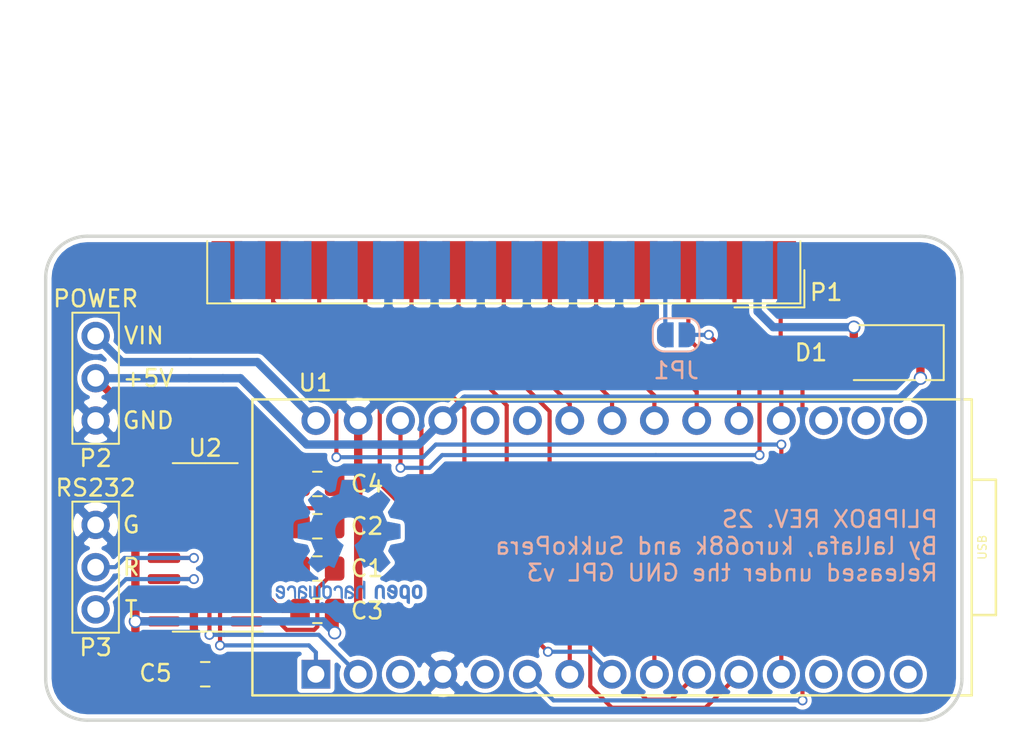
<source format=kicad_pcb>
(kicad_pcb (version 20171130) (host pcbnew 5.1.12)

  (general
    (thickness 1.6)
    (drawings 17)
    (tracks 202)
    (zones 0)
    (modules 13)
    (nets 48)
  )

  (page A4)
  (title_block
    (title PlipBox)
    (date 2023-02-28)
    (rev 2S)
    (company "lallafa, kuro68k and SukkoPera")
    (comment 1 "Released under the GNU GPL v3")
  )

  (layers
    (0 F.Cu signal)
    (31 B.Cu signal)
    (36 B.SilkS user)
    (37 F.SilkS user)
    (38 B.Mask user)
    (39 F.Mask user)
    (44 Edge.Cuts user)
    (45 Margin user)
    (46 B.CrtYd user hide)
    (47 F.CrtYd user hide)
    (49 F.Fab user hide)
  )

  (setup
    (last_trace_width 0.25)
    (user_trace_width 0.3)
    (user_trace_width 0.5)
    (user_trace_width 1)
    (trace_clearance 0.2)
    (zone_clearance 0.254)
    (zone_45_only no)
    (trace_min 0.15)
    (via_size 0.6)
    (via_drill 0.4)
    (via_min_size 0.3)
    (via_min_drill 0.2)
    (uvia_size 0.3)
    (uvia_drill 0.1)
    (uvias_allowed no)
    (uvia_min_size 0.2)
    (uvia_min_drill 0.1)
    (edge_width 0.15)
    (segment_width 0.2)
    (pcb_text_width 0.3)
    (pcb_text_size 1.5 1.5)
    (mod_edge_width 0.15)
    (mod_text_size 1 1)
    (mod_text_width 0.15)
    (pad_size 1.7 1.7)
    (pad_drill 1)
    (pad_to_mask_clearance 0)
    (aux_axis_origin 0 0)
    (visible_elements 7FFFFFFF)
    (pcbplotparams
      (layerselection 0x010f0_ffffffff)
      (usegerberextensions false)
      (usegerberattributes false)
      (usegerberadvancedattributes false)
      (creategerberjobfile false)
      (excludeedgelayer true)
      (linewidth 0.100000)
      (plotframeref false)
      (viasonmask false)
      (mode 1)
      (useauxorigin false)
      (hpglpennumber 1)
      (hpglpenspeed 20)
      (hpglpendiameter 15.000000)
      (psnegative false)
      (psa4output false)
      (plotreference true)
      (plotvalue true)
      (plotinvisibletext false)
      (padsonsilk false)
      (subtractmaskfromsilk false)
      (outputformat 1)
      (mirror false)
      (drillshape 0)
      (scaleselection 1)
      (outputdirectory "gerbers"))
  )

  (net 0 "")
  (net 1 "Net-(C1-Pad1)")
  (net 2 "Net-(C1-Pad2)")
  (net 3 GND)
  (net 4 "Net-(C3-Pad1)")
  (net 5 "Net-(C4-Pad2)")
  (net 6 /DOUT)
  (net 7 /RIN)
  (net 8 "Net-(C2-Pad2)")
  (net 9 "Net-(C2-Pad1)")
  (net 10 /~STROBE)
  (net 11 /DATA0)
  (net 12 /DATA1)
  (net 13 /DATA2)
  (net 14 /DATA3)
  (net 15 /DATA4)
  (net 16 /DATA5)
  (net 17 /DATA6)
  (net 18 /DATA7)
  (net 19 /~ACK)
  (net 20 /BUSY)
  (net 21 /POUT)
  (net 22 /SELECT)
  (net 23 /VIN)
  (net 24 /DIN)
  (net 25 /ROUT)
  (net 26 +5V)
  (net 27 "Net-(D1-Pad2)")
  (net 28 "Net-(JP1-Pad1)")
  (net 29 /~RESET)
  (net 30 "Net-(P1-Pad15)")
  (net 31 "Net-(P1-Pad23)")
  (net 32 "Net-(P1-Pad24)")
  (net 33 "Net-(P1-Pad25)")
  (net 34 "Net-(U1-PadRST1)")
  (net 35 "Net-(U1-PadD2)")
  (net 36 "Net-(U1-PadD10)")
  (net 37 "Net-(U1-PadD11)")
  (net 38 "Net-(U1-PadD12)")
  (net 39 "Net-(U1-PadD13)")
  (net 40 "Net-(U1-Pad3V3)")
  (net 41 "Net-(U1-PadAREF)")
  (net 42 "Net-(U1-PadA6)")
  (net 43 "Net-(U1-PadA7)")
  (net 44 "Net-(U2-Pad7)")
  (net 45 "Net-(U2-Pad8)")
  (net 46 "Net-(U2-Pad9)")
  (net 47 "Net-(U2-Pad10)")

  (net_class Default "This is the default net class."
    (clearance 0.2)
    (trace_width 0.25)
    (via_dia 0.6)
    (via_drill 0.4)
    (uvia_dia 0.3)
    (uvia_drill 0.1)
    (add_net /BUSY)
    (add_net /DATA0)
    (add_net /DATA1)
    (add_net /DATA2)
    (add_net /DATA3)
    (add_net /DATA4)
    (add_net /DATA5)
    (add_net /DATA6)
    (add_net /DATA7)
    (add_net /DIN)
    (add_net /DOUT)
    (add_net /POUT)
    (add_net /RIN)
    (add_net /ROUT)
    (add_net /SELECT)
    (add_net /~ACK)
    (add_net /~RESET)
    (add_net /~STROBE)
    (add_net "Net-(C1-Pad1)")
    (add_net "Net-(C1-Pad2)")
    (add_net "Net-(C2-Pad1)")
    (add_net "Net-(C2-Pad2)")
    (add_net "Net-(C3-Pad1)")
    (add_net "Net-(C4-Pad2)")
    (add_net "Net-(JP1-Pad1)")
    (add_net "Net-(P1-Pad15)")
    (add_net "Net-(P1-Pad23)")
    (add_net "Net-(P1-Pad24)")
    (add_net "Net-(P1-Pad25)")
    (add_net "Net-(U1-Pad3V3)")
    (add_net "Net-(U1-PadA6)")
    (add_net "Net-(U1-PadA7)")
    (add_net "Net-(U1-PadAREF)")
    (add_net "Net-(U1-PadD10)")
    (add_net "Net-(U1-PadD11)")
    (add_net "Net-(U1-PadD12)")
    (add_net "Net-(U1-PadD13)")
    (add_net "Net-(U1-PadD2)")
    (add_net "Net-(U1-PadRST1)")
    (add_net "Net-(U2-Pad10)")
    (add_net "Net-(U2-Pad7)")
    (add_net "Net-(U2-Pad8)")
    (add_net "Net-(U2-Pad9)")
  )

  (net_class Power ""
    (clearance 0.2)
    (trace_width 0.5)
    (via_dia 0.8)
    (via_drill 0.6)
    (uvia_dia 0.3)
    (uvia_drill 0.1)
    (add_net +5V)
    (add_net /VIN)
    (add_net GND)
    (add_net "Net-(D1-Pad2)")
  )

  (module plipbox:Arduino_Nano_Socket (layer F.Cu) (tedit 5FEDD266) (tstamp 5FEEF9F1)
    (at 225.59 113.62 90)
    (descr https://store.arduino.cc/arduino-nano)
    (path /60031ADD)
    (fp_text reference U1 (at 9.8864 -39.408 180) (layer F.SilkS)
      (effects (font (size 1 1) (thickness 0.15)))
    )
    (fp_text value ARDUINO_NANO_V3 (at 0 -21.082) (layer F.Fab)
      (effects (font (size 1 1) (thickness 0.15)))
    )
    (fp_line (start -8.89 -43.18) (end -8.89 0) (layer F.SilkS) (width 0.15))
    (fp_line (start 8.89 -43.18) (end 8.89 0) (layer F.SilkS) (width 0.15))
    (fp_line (start -8.89 0) (end 8.89 0) (layer F.SilkS) (width 0.15))
    (fp_line (start -8.89 -43.18) (end 8.89 -43.18) (layer F.SilkS) (width 0.15))
    (fp_line (start 4.064 1.45) (end 4.064 0) (layer F.SilkS) (width 0.15))
    (fp_line (start -4.064 1.45) (end 4.064 1.45) (layer F.SilkS) (width 0.15))
    (fp_line (start -4.064 0) (end -4.064 1.45) (layer F.SilkS) (width 0.15))
    (fp_line (start 9.144 1.778) (end -3.302 1.778) (layer F.CrtYd) (width 0.15))
    (fp_line (start 9.144 -43.434) (end 9.144 1.778) (layer F.CrtYd) (width 0.15))
    (fp_line (start -9.144 -43.434) (end 9.144 -43.434) (layer F.CrtYd) (width 0.15))
    (fp_line (start -9.144 -22.606) (end -9.144 -43.434) (layer F.CrtYd) (width 0.15))
    (fp_line (start -9.144 1.778) (end -9.144 -22.606) (layer F.CrtYd) (width 0.15))
    (fp_line (start -3.302 1.778) (end -9.144 1.778) (layer F.CrtYd) (width 0.15))
    (fp_circle (center -2.54 -41.91) (end -2.032 -41.91) (layer F.Fab) (width 0.15))
    (fp_circle (center 0 -41.91) (end 0.508 -41.91) (layer F.Fab) (width 0.15))
    (fp_circle (center -2.54 -39.37) (end -2.032 -39.37) (layer F.Fab) (width 0.15))
    (fp_circle (center 2.54 -41.91) (end 3.048 -41.91) (layer F.Fab) (width 0.15))
    (fp_circle (center 2.54 -39.37) (end 3.048 -39.37) (layer F.Fab) (width 0.15))
    (fp_circle (center 0 -39.37) (end 0.508 -39.37) (layer F.Fab) (width 0.15))
    (fp_text user ICSP (at 0 -40.64 90) (layer F.Fab)
      (effects (font (size 1 1) (thickness 0.15)))
    )
    (fp_text user 3.3V (at 6.35 -6.35) (layer F.SilkS) hide
      (effects (font (size 0.5 0.5) (thickness 0.075)))
    )
    (fp_text user USB (at 0 0.635 90) (layer F.SilkS)
      (effects (font (size 0.5 0.5) (thickness 0.075)))
    )
    (pad D1 thru_hole rect (at -7.62 -39.37 90) (size 1.7272 1.7272) (drill 1.016) (layers *.Cu *.Mask)
      (net 24 /DIN))
    (pad D0 thru_hole circle (at -7.62 -36.83 90) (size 1.7272 1.7272) (drill 1.016) (layers *.Cu *.Mask)
      (net 25 /ROUT))
    (pad RST1 thru_hole circle (at -7.62 -34.29 90) (size 1.7272 1.7272) (drill 1.016) (layers *.Cu *.Mask)
      (net 34 "Net-(U1-PadRST1)"))
    (pad GND1 thru_hole circle (at -7.62 -31.75 90) (size 1.7272 1.7272) (drill 1.016) (layers *.Cu *.Mask)
      (net 3 GND))
    (pad D2 thru_hole circle (at -7.62 -29.21 90) (size 1.7272 1.7272) (drill 1.016) (layers *.Cu *.Mask)
      (net 35 "Net-(U1-PadD2)"))
    (pad D3 thru_hole circle (at -7.62 -26.67 90) (size 1.7272 1.7272) (drill 1.016) (layers *.Cu *.Mask)
      (net 10 /~STROBE))
    (pad D4 thru_hole circle (at -7.62 -24.13 90) (size 1.7272 1.7272) (drill 1.016) (layers *.Cu *.Mask)
      (net 20 /BUSY))
    (pad D5 thru_hole circle (at -7.62 -21.59 90) (size 1.7272 1.7272) (drill 1.016) (layers *.Cu *.Mask)
      (net 21 /POUT))
    (pad D6 thru_hole circle (at -7.62 -19.05 90) (size 1.7272 1.7272) (drill 1.016) (layers *.Cu *.Mask)
      (net 17 /DATA6))
    (pad D7 thru_hole circle (at -7.62 -16.51 90) (size 1.7272 1.7272) (drill 1.016) (layers *.Cu *.Mask)
      (net 18 /DATA7))
    (pad D8 thru_hole circle (at -7.62 -13.97 90) (size 1.7272 1.7272) (drill 1.016) (layers *.Cu *.Mask)
      (net 19 /~ACK))
    (pad D9 thru_hole circle (at -7.62 -11.43 90) (size 1.7272 1.7272) (drill 1.016) (layers *.Cu *.Mask)
      (net 22 /SELECT))
    (pad D10 thru_hole circle (at -7.62 -8.89 90) (size 1.7272 1.7272) (drill 1.016) (layers *.Cu *.Mask)
      (net 36 "Net-(U1-PadD10)"))
    (pad D11 thru_hole circle (at -7.62 -6.35 90) (size 1.7272 1.7272) (drill 1.016) (layers *.Cu *.Mask)
      (net 37 "Net-(U1-PadD11)"))
    (pad D12 thru_hole circle (at -7.62 -3.81 90) (size 1.7272 1.7272) (drill 1.016) (layers *.Cu *.Mask)
      (net 38 "Net-(U1-PadD12)"))
    (pad D13 thru_hole circle (at 7.62 -3.81 90) (size 1.7272 1.7272) (drill 1.016) (layers *.Cu *.Mask)
      (net 39 "Net-(U1-PadD13)"))
    (pad 3V3 thru_hole circle (at 7.62 -6.35 90) (size 1.7272 1.7272) (drill 1.016) (layers *.Cu *.Mask)
      (net 40 "Net-(U1-Pad3V3)"))
    (pad AREF thru_hole circle (at 7.62 -8.89 90) (size 1.7272 1.7272) (drill 1.016) (layers *.Cu *.Mask)
      (net 41 "Net-(U1-PadAREF)"))
    (pad A0 thru_hole circle (at 7.62 -11.43 90) (size 1.7272 1.7272) (drill 1.016) (layers *.Cu *.Mask)
      (net 11 /DATA0))
    (pad A1 thru_hole circle (at 7.62 -13.97 90) (size 1.7272 1.7272) (drill 1.016) (layers *.Cu *.Mask)
      (net 12 /DATA1))
    (pad A2 thru_hole circle (at 7.62 -16.51 90) (size 1.7272 1.7272) (drill 1.016) (layers *.Cu *.Mask)
      (net 13 /DATA2))
    (pad A3 thru_hole circle (at 7.62 -19.05 90) (size 1.7272 1.7272) (drill 1.016) (layers *.Cu *.Mask)
      (net 14 /DATA3))
    (pad A4 thru_hole circle (at 7.62 -21.59 90) (size 1.7272 1.7272) (drill 1.016) (layers *.Cu *.Mask)
      (net 15 /DATA4))
    (pad A5 thru_hole circle (at 7.62 -24.13 90) (size 1.7272 1.7272) (drill 1.016) (layers *.Cu *.Mask)
      (net 16 /DATA5))
    (pad A6 thru_hole circle (at 7.62 -26.67 90) (size 1.7272 1.7272) (drill 1.016) (layers *.Cu *.Mask)
      (net 42 "Net-(U1-PadA6)"))
    (pad A7 thru_hole circle (at 7.62 -29.21 90) (size 1.7272 1.7272) (drill 1.016) (layers *.Cu *.Mask)
      (net 43 "Net-(U1-PadA7)"))
    (pad 5V thru_hole circle (at 7.62 -31.75 90) (size 1.7272 1.7272) (drill 1.016) (layers *.Cu *.Mask)
      (net 26 +5V))
    (pad RST2 thru_hole circle (at 7.62 -34.29 90) (size 1.7272 1.7272) (drill 1.016) (layers *.Cu *.Mask)
      (net 28 "Net-(JP1-Pad1)"))
    (pad GND2 thru_hole circle (at 7.62 -36.83 90) (size 1.7272 1.7272) (drill 1.016) (layers *.Cu *.Mask)
      (net 3 GND))
    (pad VIN thru_hole circle (at 7.62 -39.37 90) (size 1.7272 1.7272) (drill 1.016) (layers *.Cu *.Mask)
      (net 23 /VIN))
    (model ${KISYS3DMOD}/Connector_PinSocket_2.54mm.3dshapes/PinSocket_1x15_P2.54mm_Vertical.step
      (offset (xyz -7.6 39.4 0))
      (scale (xyz 1 1 1))
      (rotate (xyz 0 0 0))
    )
    (model ${KISYS3DMOD}/Connector_PinSocket_2.54mm.3dshapes/PinSocket_1x15_P2.54mm_Vertical.step
      (offset (xyz 7.6 39.4 0))
      (scale (xyz 1 1 1))
      (rotate (xyz 0 0 0))
    )
    (model ${KIPRJMOD}/3dModels/ArduinoNano.step
      (offset (xyz -7.5 39.5 9.5))
      (scale (xyz 1 1 1))
      (rotate (xyz -90 0 90))
    )
  )

  (module plipbox:Pin_Header_Straight_1x03-ModSilkS (layer F.Cu) (tedit 5FEDD1F8) (tstamp 5FEEF806)
    (at 173 100.92)
    (descr "Through hole straight pin header, 1x03, 2.54mm pitch, single row")
    (tags "Through hole pin header THT 1x03 2.54mm single row")
    (path /59580591)
    (fp_text reference P2 (at 0 7.3475) (layer F.SilkS)
      (effects (font (size 1 1) (thickness 0.15)))
    )
    (fp_text value PWR (at 0 7.47) (layer F.Fab)
      (effects (font (size 1 1) (thickness 0.15)))
    )
    (fp_line (start 1.6 -1.6) (end -1.6 -1.6) (layer F.CrtYd) (width 0.05))
    (fp_line (start 1.6 6.6) (end 1.6 -1.6) (layer F.CrtYd) (width 0.05))
    (fp_line (start -1.6 6.6) (end 1.6 6.6) (layer F.CrtYd) (width 0.05))
    (fp_line (start -1.6 -1.6) (end -1.6 6.6) (layer F.CrtYd) (width 0.05))
    (fp_line (start 1.397 -1.397) (end -1.397 -1.397) (layer F.SilkS) (width 0.12))
    (fp_line (start 1.397 6.477) (end 1.397 -1.397) (layer F.SilkS) (width 0.12))
    (fp_line (start -1.397 6.477) (end 1.397 6.477) (layer F.SilkS) (width 0.12))
    (fp_line (start -1.397 -1.397) (end -1.397 6.477) (layer F.SilkS) (width 0.12))
    (fp_line (start 1.27 -1.27) (end -1.27 -1.27) (layer F.Fab) (width 0.1))
    (fp_line (start 1.27 6.35) (end 1.27 -1.27) (layer F.Fab) (width 0.1))
    (fp_line (start -1.27 6.35) (end 1.27 6.35) (layer F.Fab) (width 0.1))
    (fp_line (start -1.27 -1.27) (end -1.27 6.35) (layer F.Fab) (width 0.1))
    (pad 3 thru_hole oval (at 0 5.08 45) (size 1.7 1.7) (drill 1) (layers *.Cu *.Mask)
      (net 3 GND))
    (pad 2 thru_hole oval (at 0 2.54) (size 1.7 1.7) (drill 1) (layers *.Cu *.Mask)
      (net 26 +5V))
    (pad 1 thru_hole circle (at 0 0) (size 1.7 1.7) (drill 1) (layers *.Cu *.Mask)
      (net 23 /VIN))
    (model Pin_Headers.3dshapes/Pin_Header_Straight_1x03_Pitch2.54mm.wrl
      (offset (xyz 0 -2.539999961853027 0))
      (scale (xyz 1 1 1))
      (rotate (xyz 0 0 90))
    )
    (model ${KISYS3DMOD}/Connector_PinHeader_2.54mm.3dshapes/PinHeader_1x03_P2.54mm_Vertical.step
      (at (xyz 0 0 0))
      (scale (xyz 1 1 1))
      (rotate (xyz 0 0 0))
    )
  )

  (module plipbox:Pin_Header_Straight_1x03-ModSilkS (layer F.Cu) (tedit 5FEDD1F3) (tstamp 5FEEF818)
    (at 173 117.348 180)
    (descr "Through hole straight pin header, 1x03, 2.54mm pitch, single row")
    (tags "Through hole pin header THT 1x03 2.54mm single row")
    (path /59590B9E)
    (fp_text reference P3 (at 0 -2.286) (layer F.SilkS)
      (effects (font (size 1 1) (thickness 0.15)))
    )
    (fp_text value RS232 (at 0 7.47) (layer F.Fab)
      (effects (font (size 1 1) (thickness 0.15)))
    )
    (fp_line (start 1.6 -1.6) (end -1.6 -1.6) (layer F.CrtYd) (width 0.05))
    (fp_line (start 1.6 6.6) (end 1.6 -1.6) (layer F.CrtYd) (width 0.05))
    (fp_line (start -1.6 6.6) (end 1.6 6.6) (layer F.CrtYd) (width 0.05))
    (fp_line (start -1.6 -1.6) (end -1.6 6.6) (layer F.CrtYd) (width 0.05))
    (fp_line (start 1.397 -1.397) (end -1.397 -1.397) (layer F.SilkS) (width 0.12))
    (fp_line (start 1.397 6.477) (end 1.397 -1.397) (layer F.SilkS) (width 0.12))
    (fp_line (start -1.397 6.477) (end 1.397 6.477) (layer F.SilkS) (width 0.12))
    (fp_line (start -1.397 -1.397) (end -1.397 6.477) (layer F.SilkS) (width 0.12))
    (fp_line (start 1.27 -1.27) (end -1.27 -1.27) (layer F.Fab) (width 0.1))
    (fp_line (start 1.27 6.35) (end 1.27 -1.27) (layer F.Fab) (width 0.1))
    (fp_line (start -1.27 6.35) (end 1.27 6.35) (layer F.Fab) (width 0.1))
    (fp_line (start -1.27 -1.27) (end -1.27 6.35) (layer F.Fab) (width 0.1))
    (pad 3 thru_hole oval (at 0 5.08 225) (size 1.7 1.7) (drill 1) (layers *.Cu *.Mask)
      (net 3 GND))
    (pad 2 thru_hole oval (at 0 2.54 180) (size 1.7 1.7) (drill 1) (layers *.Cu *.Mask)
      (net 7 /RIN))
    (pad 1 thru_hole circle (at 0 0 180) (size 1.7 1.7) (drill 1) (layers *.Cu *.Mask)
      (net 6 /DOUT))
    (model Pin_Headers.3dshapes/Pin_Header_Straight_1x03_Pitch2.54mm.wrl
      (offset (xyz 0 -2.539999961853027 0))
      (scale (xyz 1 1 1))
      (rotate (xyz 0 0 90))
    )
    (model ${KISYS3DMOD}/Connector_PinHeader_2.54mm.3dshapes/PinHeader_1x03_P2.54mm_Vertical.step
      (at (xyz 0 0 0))
      (scale (xyz 1 1 1))
      (rotate (xyz 0 0 0))
    )
  )

  (module Capacitor_SMD:C_0805_2012Metric_Pad1.18x1.45mm_HandSolder (layer F.Cu) (tedit 5F68FEEF) (tstamp 5FEE33B0)
    (at 186.309 114.89 180)
    (descr "Capacitor SMD 0805 (2012 Metric), square (rectangular) end terminal, IPC_7351 nominal with elongated pad for handsoldering. (Body size source: IPC-SM-782 page 76, https://www.pcb-3d.com/wordpress/wp-content/uploads/ipc-sm-782a_amendment_1_and_2.pdf, https://docs.google.com/spreadsheets/d/1BsfQQcO9C6DZCsRaXUlFlo91Tg2WpOkGARC1WS5S8t0/edit?usp=sharing), generated with kicad-footprint-generator")
    (tags "capacitor handsolder")
    (path /59580C1C)
    (attr smd)
    (fp_text reference C1 (at -2.9845 0.004) (layer F.SilkS)
      (effects (font (size 1 1) (thickness 0.15)))
    )
    (fp_text value 1u (at 0 1.68) (layer F.Fab)
      (effects (font (size 1 1) (thickness 0.15)))
    )
    (fp_line (start 1.88 0.98) (end -1.88 0.98) (layer F.CrtYd) (width 0.05))
    (fp_line (start 1.88 -0.98) (end 1.88 0.98) (layer F.CrtYd) (width 0.05))
    (fp_line (start -1.88 -0.98) (end 1.88 -0.98) (layer F.CrtYd) (width 0.05))
    (fp_line (start -1.88 0.98) (end -1.88 -0.98) (layer F.CrtYd) (width 0.05))
    (fp_line (start -0.261252 0.735) (end 0.261252 0.735) (layer F.SilkS) (width 0.12))
    (fp_line (start -0.261252 -0.735) (end 0.261252 -0.735) (layer F.SilkS) (width 0.12))
    (fp_line (start 1 0.625) (end -1 0.625) (layer F.Fab) (width 0.1))
    (fp_line (start 1 -0.625) (end 1 0.625) (layer F.Fab) (width 0.1))
    (fp_line (start -1 -0.625) (end 1 -0.625) (layer F.Fab) (width 0.1))
    (fp_line (start -1 0.625) (end -1 -0.625) (layer F.Fab) (width 0.1))
    (fp_text user %R (at 0 0) (layer F.Fab)
      (effects (font (size 0.5 0.5) (thickness 0.08)))
    )
    (pad 1 smd roundrect (at -1.0375 0 180) (size 1.175 1.45) (layers F.Cu F.Paste F.Mask) (roundrect_rratio 0.2127659574468085)
      (net 1 "Net-(C1-Pad1)"))
    (pad 2 smd roundrect (at 1.0375 0 180) (size 1.175 1.45) (layers F.Cu F.Paste F.Mask) (roundrect_rratio 0.2127659574468085)
      (net 2 "Net-(C1-Pad2)"))
    (model ${KISYS3DMOD}/Capacitor_SMD.3dshapes/C_0805_2012Metric.wrl
      (at (xyz 0 0 0))
      (scale (xyz 1 1 1))
      (rotate (xyz 0 0 0))
    )
  )

  (module Capacitor_SMD:C_0805_2012Metric_Pad1.18x1.45mm_HandSolder (layer F.Cu) (tedit 5F68FEEF) (tstamp 5FEE33C0)
    (at 186.309 112.35)
    (descr "Capacitor SMD 0805 (2012 Metric), square (rectangular) end terminal, IPC_7351 nominal with elongated pad for handsoldering. (Body size source: IPC-SM-782 page 76, https://www.pcb-3d.com/wordpress/wp-content/uploads/ipc-sm-782a_amendment_1_and_2.pdf, https://docs.google.com/spreadsheets/d/1BsfQQcO9C6DZCsRaXUlFlo91Tg2WpOkGARC1WS5S8t0/edit?usp=sharing), generated with kicad-footprint-generator")
    (tags "capacitor handsolder")
    (path /59580DCA)
    (attr smd)
    (fp_text reference C2 (at 2.9845 -0.004) (layer F.SilkS)
      (effects (font (size 1 1) (thickness 0.15)))
    )
    (fp_text value 1u (at 0 1.68) (layer F.Fab)
      (effects (font (size 1 1) (thickness 0.15)))
    )
    (fp_line (start -1 0.625) (end -1 -0.625) (layer F.Fab) (width 0.1))
    (fp_line (start -1 -0.625) (end 1 -0.625) (layer F.Fab) (width 0.1))
    (fp_line (start 1 -0.625) (end 1 0.625) (layer F.Fab) (width 0.1))
    (fp_line (start 1 0.625) (end -1 0.625) (layer F.Fab) (width 0.1))
    (fp_line (start -0.261252 -0.735) (end 0.261252 -0.735) (layer F.SilkS) (width 0.12))
    (fp_line (start -0.261252 0.735) (end 0.261252 0.735) (layer F.SilkS) (width 0.12))
    (fp_line (start -1.88 0.98) (end -1.88 -0.98) (layer F.CrtYd) (width 0.05))
    (fp_line (start -1.88 -0.98) (end 1.88 -0.98) (layer F.CrtYd) (width 0.05))
    (fp_line (start 1.88 -0.98) (end 1.88 0.98) (layer F.CrtYd) (width 0.05))
    (fp_line (start 1.88 0.98) (end -1.88 0.98) (layer F.CrtYd) (width 0.05))
    (fp_text user %R (at 0 0) (layer F.Fab)
      (effects (font (size 0.5 0.5) (thickness 0.08)))
    )
    (pad 2 smd roundrect (at 1.0375 0) (size 1.175 1.45) (layers F.Cu F.Paste F.Mask) (roundrect_rratio 0.2127659574468085)
      (net 8 "Net-(C2-Pad2)"))
    (pad 1 smd roundrect (at -1.0375 0) (size 1.175 1.45) (layers F.Cu F.Paste F.Mask) (roundrect_rratio 0.2127659574468085)
      (net 9 "Net-(C2-Pad1)"))
    (model ${KISYS3DMOD}/Capacitor_SMD.3dshapes/C_0805_2012Metric.wrl
      (at (xyz 0 0 0))
      (scale (xyz 1 1 1))
      (rotate (xyz 0 0 0))
    )
  )

  (module Capacitor_SMD:C_0805_2012Metric_Pad1.18x1.45mm_HandSolder (layer F.Cu) (tedit 5F68FEEF) (tstamp 5FEE33E0)
    (at 186.309 117.43)
    (descr "Capacitor SMD 0805 (2012 Metric), square (rectangular) end terminal, IPC_7351 nominal with elongated pad for handsoldering. (Body size source: IPC-SM-782 page 76, https://www.pcb-3d.com/wordpress/wp-content/uploads/ipc-sm-782a_amendment_1_and_2.pdf, https://docs.google.com/spreadsheets/d/1BsfQQcO9C6DZCsRaXUlFlo91Tg2WpOkGARC1WS5S8t0/edit?usp=sharing), generated with kicad-footprint-generator")
    (tags "capacitor handsolder")
    (path /5FF45257)
    (attr smd)
    (fp_text reference C3 (at 2.9845 -0.004) (layer F.SilkS)
      (effects (font (size 1 1) (thickness 0.15)))
    )
    (fp_text value 1u (at 0 1.68) (layer F.Fab)
      (effects (font (size 1 1) (thickness 0.15)))
    )
    (fp_line (start 1.88 0.98) (end -1.88 0.98) (layer F.CrtYd) (width 0.05))
    (fp_line (start 1.88 -0.98) (end 1.88 0.98) (layer F.CrtYd) (width 0.05))
    (fp_line (start -1.88 -0.98) (end 1.88 -0.98) (layer F.CrtYd) (width 0.05))
    (fp_line (start -1.88 0.98) (end -1.88 -0.98) (layer F.CrtYd) (width 0.05))
    (fp_line (start -0.261252 0.735) (end 0.261252 0.735) (layer F.SilkS) (width 0.12))
    (fp_line (start -0.261252 -0.735) (end 0.261252 -0.735) (layer F.SilkS) (width 0.12))
    (fp_line (start 1 0.625) (end -1 0.625) (layer F.Fab) (width 0.1))
    (fp_line (start 1 -0.625) (end 1 0.625) (layer F.Fab) (width 0.1))
    (fp_line (start -1 -0.625) (end 1 -0.625) (layer F.Fab) (width 0.1))
    (fp_line (start -1 0.625) (end -1 -0.625) (layer F.Fab) (width 0.1))
    (fp_text user %R (at 0 0) (layer F.Fab)
      (effects (font (size 0.5 0.5) (thickness 0.08)))
    )
    (pad 1 smd roundrect (at -1.0375 0) (size 1.175 1.45) (layers F.Cu F.Paste F.Mask) (roundrect_rratio 0.2127659574468085)
      (net 4 "Net-(C3-Pad1)"))
    (pad 2 smd roundrect (at 1.0375 0) (size 1.175 1.45) (layers F.Cu F.Paste F.Mask) (roundrect_rratio 0.2127659574468085)
      (net 26 +5V))
    (model ${KISYS3DMOD}/Capacitor_SMD.3dshapes/C_0805_2012Metric.wrl
      (at (xyz 0 0 0))
      (scale (xyz 1 1 1))
      (rotate (xyz 0 0 0))
    )
  )

  (module Capacitor_SMD:C_0805_2012Metric_Pad1.18x1.45mm_HandSolder (layer F.Cu) (tedit 5F68FEEF) (tstamp 5FEE33F1)
    (at 186.309 109.81 180)
    (descr "Capacitor SMD 0805 (2012 Metric), square (rectangular) end terminal, IPC_7351 nominal with elongated pad for handsoldering. (Body size source: IPC-SM-782 page 76, https://www.pcb-3d.com/wordpress/wp-content/uploads/ipc-sm-782a_amendment_1_and_2.pdf, https://docs.google.com/spreadsheets/d/1BsfQQcO9C6DZCsRaXUlFlo91Tg2WpOkGARC1WS5S8t0/edit?usp=sharing), generated with kicad-footprint-generator")
    (tags "capacitor handsolder")
    (path /5FF3DE05)
    (attr smd)
    (fp_text reference C4 (at -2.9845 0.004) (layer F.SilkS)
      (effects (font (size 1 1) (thickness 0.15)))
    )
    (fp_text value 1u (at 0 1.68) (layer F.Fab)
      (effects (font (size 1 1) (thickness 0.15)))
    )
    (fp_line (start -1 0.625) (end -1 -0.625) (layer F.Fab) (width 0.1))
    (fp_line (start -1 -0.625) (end 1 -0.625) (layer F.Fab) (width 0.1))
    (fp_line (start 1 -0.625) (end 1 0.625) (layer F.Fab) (width 0.1))
    (fp_line (start 1 0.625) (end -1 0.625) (layer F.Fab) (width 0.1))
    (fp_line (start -0.261252 -0.735) (end 0.261252 -0.735) (layer F.SilkS) (width 0.12))
    (fp_line (start -0.261252 0.735) (end 0.261252 0.735) (layer F.SilkS) (width 0.12))
    (fp_line (start -1.88 0.98) (end -1.88 -0.98) (layer F.CrtYd) (width 0.05))
    (fp_line (start -1.88 -0.98) (end 1.88 -0.98) (layer F.CrtYd) (width 0.05))
    (fp_line (start 1.88 -0.98) (end 1.88 0.98) (layer F.CrtYd) (width 0.05))
    (fp_line (start 1.88 0.98) (end -1.88 0.98) (layer F.CrtYd) (width 0.05))
    (fp_text user %R (at 0 0) (layer F.Fab)
      (effects (font (size 0.5 0.5) (thickness 0.08)))
    )
    (pad 2 smd roundrect (at 1.0375 0 180) (size 1.175 1.45) (layers F.Cu F.Paste F.Mask) (roundrect_rratio 0.2127659574468085)
      (net 5 "Net-(C4-Pad2)"))
    (pad 1 smd roundrect (at -1.0375 0 180) (size 1.175 1.45) (layers F.Cu F.Paste F.Mask) (roundrect_rratio 0.2127659574468085)
      (net 3 GND))
    (model ${KISYS3DMOD}/Capacitor_SMD.3dshapes/C_0805_2012Metric.wrl
      (at (xyz 0 0 0))
      (scale (xyz 1 1 1))
      (rotate (xyz 0 0 0))
    )
  )

  (module Capacitor_SMD:C_0805_2012Metric_Pad1.18x1.45mm_HandSolder (layer F.Cu) (tedit 5F68FEEF) (tstamp 5FEE33F2)
    (at 179.578 121.24)
    (descr "Capacitor SMD 0805 (2012 Metric), square (rectangular) end terminal, IPC_7351 nominal with elongated pad for handsoldering. (Body size source: IPC-SM-782 page 76, https://www.pcb-3d.com/wordpress/wp-content/uploads/ipc-sm-782a_amendment_1_and_2.pdf, https://docs.google.com/spreadsheets/d/1BsfQQcO9C6DZCsRaXUlFlo91Tg2WpOkGARC1WS5S8t0/edit?usp=sharing), generated with kicad-footprint-generator")
    (tags "capacitor handsolder")
    (path /59581375)
    (attr smd)
    (fp_text reference C5 (at -2.9845 -0.0675) (layer F.SilkS)
      (effects (font (size 1 1) (thickness 0.15)))
    )
    (fp_text value 1u (at 0 1.68) (layer F.Fab)
      (effects (font (size 1 1) (thickness 0.15)))
    )
    (fp_line (start 1.88 0.98) (end -1.88 0.98) (layer F.CrtYd) (width 0.05))
    (fp_line (start 1.88 -0.98) (end 1.88 0.98) (layer F.CrtYd) (width 0.05))
    (fp_line (start -1.88 -0.98) (end 1.88 -0.98) (layer F.CrtYd) (width 0.05))
    (fp_line (start -1.88 0.98) (end -1.88 -0.98) (layer F.CrtYd) (width 0.05))
    (fp_line (start -0.261252 0.735) (end 0.261252 0.735) (layer F.SilkS) (width 0.12))
    (fp_line (start -0.261252 -0.735) (end 0.261252 -0.735) (layer F.SilkS) (width 0.12))
    (fp_line (start 1 0.625) (end -1 0.625) (layer F.Fab) (width 0.1))
    (fp_line (start 1 -0.625) (end 1 0.625) (layer F.Fab) (width 0.1))
    (fp_line (start -1 -0.625) (end 1 -0.625) (layer F.Fab) (width 0.1))
    (fp_line (start -1 0.625) (end -1 -0.625) (layer F.Fab) (width 0.1))
    (fp_text user %R (at 0 0) (layer F.Fab)
      (effects (font (size 0.5 0.5) (thickness 0.08)))
    )
    (pad 1 smd roundrect (at -1.0375 0) (size 1.175 1.45) (layers F.Cu F.Paste F.Mask) (roundrect_rratio 0.2127659574468085)
      (net 26 +5V))
    (pad 2 smd roundrect (at 1.0375 0) (size 1.175 1.45) (layers F.Cu F.Paste F.Mask) (roundrect_rratio 0.2127659574468085)
      (net 3 GND))
    (model ${KISYS3DMOD}/Capacitor_SMD.3dshapes/C_0805_2012Metric.wrl
      (at (xyz 0 0 0))
      (scale (xyz 1 1 1))
      (rotate (xyz 0 0 0))
    )
  )

  (module Connector_Dsub:DSUB-25_Male_EdgeMount_P2.77mm (layer F.Cu) (tedit 59FEDEE2) (tstamp 5FEE34AE)
    (at 197.5 96.9645 180)
    (descr "25-pin D-Sub connector, solder-cups edge-mounted, male, x-pin-pitch 2.77mm, distance of mounting holes 47.1mm, see https://disti-assets.s3.amazonaws.com/tonar/files/datasheets/16730.pdf")
    (tags "25-pin D-Sub connector edge mount solder cup male x-pin-pitch 2.77mm mounting holes distance 47.1mm")
    (path /5FF4B578)
    (attr smd)
    (fp_text reference P1 (at -19.3525 -1.3335) (layer F.SilkS)
      (effects (font (size 1 1) (thickness 0.15)))
    )
    (fp_text value PARALLEL_PORT (at 0 16.69) (layer F.Fab)
      (effects (font (size 1 1) (thickness 0.15)))
    )
    (fp_line (start -26.55 1.99) (end 26.55 1.99) (layer Dwgs.User) (width 0.05))
    (fp_line (start -18.043333 -2.24) (end -13.85 -2.24) (layer F.SilkS) (width 0.12))
    (fp_line (start -18.043333 0) (end -18.043333 -2.24) (layer F.SilkS) (width 0.12))
    (fp_line (start -17.803333 -2) (end -17.803333 1.74) (layer F.SilkS) (width 0.12))
    (fp_line (start 17.803333 -2) (end -17.803333 -2) (layer F.SilkS) (width 0.12))
    (fp_line (start 17.803333 1.74) (end 17.803333 -2) (layer F.SilkS) (width 0.12))
    (fp_line (start -18.05 1.5) (end -18.05 -2.25) (layer F.CrtYd) (width 0.05))
    (fp_line (start -19.05 1.5) (end -18.05 1.5) (layer F.CrtYd) (width 0.05))
    (fp_line (start -19.05 4.3) (end -19.05 1.5) (layer F.CrtYd) (width 0.05))
    (fp_line (start -20.05 4.3) (end -19.05 4.3) (layer F.CrtYd) (width 0.05))
    (fp_line (start -20.05 8.8) (end -20.05 4.3) (layer F.CrtYd) (width 0.05))
    (fp_line (start -27.05 8.8) (end -20.05 8.8) (layer F.CrtYd) (width 0.05))
    (fp_line (start -27.05 10.2) (end -27.05 8.8) (layer F.CrtYd) (width 0.05))
    (fp_line (start -19.65 10.2) (end -27.05 10.2) (layer F.CrtYd) (width 0.05))
    (fp_line (start -19.65 16.2) (end -19.65 10.2) (layer F.CrtYd) (width 0.05))
    (fp_line (start 19.65 16.2) (end -19.65 16.2) (layer F.CrtYd) (width 0.05))
    (fp_line (start 19.65 10.2) (end 19.65 16.2) (layer F.CrtYd) (width 0.05))
    (fp_line (start 27.05 10.2) (end 19.65 10.2) (layer F.CrtYd) (width 0.05))
    (fp_line (start 27.05 8.8) (end 27.05 10.2) (layer F.CrtYd) (width 0.05))
    (fp_line (start 20.05 8.8) (end 27.05 8.8) (layer F.CrtYd) (width 0.05))
    (fp_line (start 20.05 4.3) (end 20.05 8.8) (layer F.CrtYd) (width 0.05))
    (fp_line (start 19.05 4.3) (end 20.05 4.3) (layer F.CrtYd) (width 0.05))
    (fp_line (start 19.05 1.5) (end 19.05 4.3) (layer F.CrtYd) (width 0.05))
    (fp_line (start 18.05 1.5) (end 19.05 1.5) (layer F.CrtYd) (width 0.05))
    (fp_line (start 18.05 -2.25) (end 18.05 1.5) (layer F.CrtYd) (width 0.05))
    (fp_line (start -18.05 -2.25) (end 18.05 -2.25) (layer F.CrtYd) (width 0.05))
    (fp_line (start 19.15 9.69) (end -19.15 9.69) (layer F.Fab) (width 0.1))
    (fp_line (start 19.15 15.69) (end 19.15 9.69) (layer F.Fab) (width 0.1))
    (fp_line (start -19.15 15.69) (end 19.15 15.69) (layer F.Fab) (width 0.1))
    (fp_line (start -19.15 9.69) (end -19.15 15.69) (layer F.Fab) (width 0.1))
    (fp_line (start 26.55 9.29) (end -26.55 9.29) (layer F.Fab) (width 0.1))
    (fp_line (start 26.55 9.69) (end 26.55 9.29) (layer F.Fab) (width 0.1))
    (fp_line (start -26.55 9.69) (end 26.55 9.69) (layer F.Fab) (width 0.1))
    (fp_line (start -26.55 9.29) (end -26.55 9.69) (layer F.Fab) (width 0.1))
    (fp_line (start 19.55 4.79) (end -19.55 4.79) (layer F.Fab) (width 0.1))
    (fp_line (start 19.55 9.29) (end 19.55 4.79) (layer F.Fab) (width 0.1))
    (fp_line (start -19.55 9.29) (end 19.55 9.29) (layer F.Fab) (width 0.1))
    (fp_line (start -19.55 4.79) (end -19.55 9.29) (layer F.Fab) (width 0.1))
    (fp_line (start 18.55 1.99) (end -18.55 1.99) (layer F.Fab) (width 0.1))
    (fp_line (start 18.55 4.79) (end 18.55 1.99) (layer F.Fab) (width 0.1))
    (fp_line (start -18.55 4.79) (end 18.55 4.79) (layer F.Fab) (width 0.1))
    (fp_line (start -18.55 1.99) (end -18.55 4.79) (layer F.Fab) (width 0.1))
    (fp_line (start 15.835 -0.91) (end 14.635 -0.91) (layer B.Fab) (width 0.1))
    (fp_line (start 15.835 1.99) (end 15.835 -0.91) (layer B.Fab) (width 0.1))
    (fp_line (start 14.635 1.99) (end 15.835 1.99) (layer B.Fab) (width 0.1))
    (fp_line (start 14.635 -0.91) (end 14.635 1.99) (layer B.Fab) (width 0.1))
    (fp_line (start 13.065 -0.91) (end 11.865 -0.91) (layer B.Fab) (width 0.1))
    (fp_line (start 13.065 1.99) (end 13.065 -0.91) (layer B.Fab) (width 0.1))
    (fp_line (start 11.865 1.99) (end 13.065 1.99) (layer B.Fab) (width 0.1))
    (fp_line (start 11.865 -0.91) (end 11.865 1.99) (layer B.Fab) (width 0.1))
    (fp_line (start 10.295 -0.91) (end 9.095 -0.91) (layer B.Fab) (width 0.1))
    (fp_line (start 10.295 1.99) (end 10.295 -0.91) (layer B.Fab) (width 0.1))
    (fp_line (start 9.095 1.99) (end 10.295 1.99) (layer B.Fab) (width 0.1))
    (fp_line (start 9.095 -0.91) (end 9.095 1.99) (layer B.Fab) (width 0.1))
    (fp_line (start 7.525 -0.91) (end 6.325 -0.91) (layer B.Fab) (width 0.1))
    (fp_line (start 7.525 1.99) (end 7.525 -0.91) (layer B.Fab) (width 0.1))
    (fp_line (start 6.325 1.99) (end 7.525 1.99) (layer B.Fab) (width 0.1))
    (fp_line (start 6.325 -0.91) (end 6.325 1.99) (layer B.Fab) (width 0.1))
    (fp_line (start 4.755 -0.91) (end 3.555 -0.91) (layer B.Fab) (width 0.1))
    (fp_line (start 4.755 1.99) (end 4.755 -0.91) (layer B.Fab) (width 0.1))
    (fp_line (start 3.555 1.99) (end 4.755 1.99) (layer B.Fab) (width 0.1))
    (fp_line (start 3.555 -0.91) (end 3.555 1.99) (layer B.Fab) (width 0.1))
    (fp_line (start 1.985 -0.91) (end 0.785 -0.91) (layer B.Fab) (width 0.1))
    (fp_line (start 1.985 1.99) (end 1.985 -0.91) (layer B.Fab) (width 0.1))
    (fp_line (start 0.785 1.99) (end 1.985 1.99) (layer B.Fab) (width 0.1))
    (fp_line (start 0.785 -0.91) (end 0.785 1.99) (layer B.Fab) (width 0.1))
    (fp_line (start -0.785 -0.91) (end -1.985 -0.91) (layer B.Fab) (width 0.1))
    (fp_line (start -0.785 1.99) (end -0.785 -0.91) (layer B.Fab) (width 0.1))
    (fp_line (start -1.985 1.99) (end -0.785 1.99) (layer B.Fab) (width 0.1))
    (fp_line (start -1.985 -0.91) (end -1.985 1.99) (layer B.Fab) (width 0.1))
    (fp_line (start -3.555 -0.91) (end -4.755 -0.91) (layer B.Fab) (width 0.1))
    (fp_line (start -3.555 1.99) (end -3.555 -0.91) (layer B.Fab) (width 0.1))
    (fp_line (start -4.755 1.99) (end -3.555 1.99) (layer B.Fab) (width 0.1))
    (fp_line (start -4.755 -0.91) (end -4.755 1.99) (layer B.Fab) (width 0.1))
    (fp_line (start -6.325 -0.91) (end -7.525 -0.91) (layer B.Fab) (width 0.1))
    (fp_line (start -6.325 1.99) (end -6.325 -0.91) (layer B.Fab) (width 0.1))
    (fp_line (start -7.525 1.99) (end -6.325 1.99) (layer B.Fab) (width 0.1))
    (fp_line (start -7.525 -0.91) (end -7.525 1.99) (layer B.Fab) (width 0.1))
    (fp_line (start -9.095 -0.91) (end -10.295 -0.91) (layer B.Fab) (width 0.1))
    (fp_line (start -9.095 1.99) (end -9.095 -0.91) (layer B.Fab) (width 0.1))
    (fp_line (start -10.295 1.99) (end -9.095 1.99) (layer B.Fab) (width 0.1))
    (fp_line (start -10.295 -0.91) (end -10.295 1.99) (layer B.Fab) (width 0.1))
    (fp_line (start -11.865 -0.91) (end -13.065 -0.91) (layer B.Fab) (width 0.1))
    (fp_line (start -11.865 1.99) (end -11.865 -0.91) (layer B.Fab) (width 0.1))
    (fp_line (start -13.065 1.99) (end -11.865 1.99) (layer B.Fab) (width 0.1))
    (fp_line (start -13.065 -0.91) (end -13.065 1.99) (layer B.Fab) (width 0.1))
    (fp_line (start -14.635 -0.91) (end -15.835 -0.91) (layer B.Fab) (width 0.1))
    (fp_line (start -14.635 1.99) (end -14.635 -0.91) (layer B.Fab) (width 0.1))
    (fp_line (start -15.835 1.99) (end -14.635 1.99) (layer B.Fab) (width 0.1))
    (fp_line (start -15.835 -0.91) (end -15.835 1.99) (layer B.Fab) (width 0.1))
    (fp_line (start 17.22 -0.91) (end 16.02 -0.91) (layer F.Fab) (width 0.1))
    (fp_line (start 17.22 1.99) (end 17.22 -0.91) (layer F.Fab) (width 0.1))
    (fp_line (start 16.02 1.99) (end 17.22 1.99) (layer F.Fab) (width 0.1))
    (fp_line (start 16.02 -0.91) (end 16.02 1.99) (layer F.Fab) (width 0.1))
    (fp_line (start 14.45 -0.91) (end 13.25 -0.91) (layer F.Fab) (width 0.1))
    (fp_line (start 14.45 1.99) (end 14.45 -0.91) (layer F.Fab) (width 0.1))
    (fp_line (start 13.25 1.99) (end 14.45 1.99) (layer F.Fab) (width 0.1))
    (fp_line (start 13.25 -0.91) (end 13.25 1.99) (layer F.Fab) (width 0.1))
    (fp_line (start 11.68 -0.91) (end 10.48 -0.91) (layer F.Fab) (width 0.1))
    (fp_line (start 11.68 1.99) (end 11.68 -0.91) (layer F.Fab) (width 0.1))
    (fp_line (start 10.48 1.99) (end 11.68 1.99) (layer F.Fab) (width 0.1))
    (fp_line (start 10.48 -0.91) (end 10.48 1.99) (layer F.Fab) (width 0.1))
    (fp_line (start 8.91 -0.91) (end 7.71 -0.91) (layer F.Fab) (width 0.1))
    (fp_line (start 8.91 1.99) (end 8.91 -0.91) (layer F.Fab) (width 0.1))
    (fp_line (start 7.71 1.99) (end 8.91 1.99) (layer F.Fab) (width 0.1))
    (fp_line (start 7.71 -0.91) (end 7.71 1.99) (layer F.Fab) (width 0.1))
    (fp_line (start 6.14 -0.91) (end 4.94 -0.91) (layer F.Fab) (width 0.1))
    (fp_line (start 6.14 1.99) (end 6.14 -0.91) (layer F.Fab) (width 0.1))
    (fp_line (start 4.94 1.99) (end 6.14 1.99) (layer F.Fab) (width 0.1))
    (fp_line (start 4.94 -0.91) (end 4.94 1.99) (layer F.Fab) (width 0.1))
    (fp_line (start 3.37 -0.91) (end 2.17 -0.91) (layer F.Fab) (width 0.1))
    (fp_line (start 3.37 1.99) (end 3.37 -0.91) (layer F.Fab) (width 0.1))
    (fp_line (start 2.17 1.99) (end 3.37 1.99) (layer F.Fab) (width 0.1))
    (fp_line (start 2.17 -0.91) (end 2.17 1.99) (layer F.Fab) (width 0.1))
    (fp_line (start 0.6 -0.91) (end -0.6 -0.91) (layer F.Fab) (width 0.1))
    (fp_line (start 0.6 1.99) (end 0.6 -0.91) (layer F.Fab) (width 0.1))
    (fp_line (start -0.6 1.99) (end 0.6 1.99) (layer F.Fab) (width 0.1))
    (fp_line (start -0.6 -0.91) (end -0.6 1.99) (layer F.Fab) (width 0.1))
    (fp_line (start -2.17 -0.91) (end -3.37 -0.91) (layer F.Fab) (width 0.1))
    (fp_line (start -2.17 1.99) (end -2.17 -0.91) (layer F.Fab) (width 0.1))
    (fp_line (start -3.37 1.99) (end -2.17 1.99) (layer F.Fab) (width 0.1))
    (fp_line (start -3.37 -0.91) (end -3.37 1.99) (layer F.Fab) (width 0.1))
    (fp_line (start -4.94 -0.91) (end -6.14 -0.91) (layer F.Fab) (width 0.1))
    (fp_line (start -4.94 1.99) (end -4.94 -0.91) (layer F.Fab) (width 0.1))
    (fp_line (start -6.14 1.99) (end -4.94 1.99) (layer F.Fab) (width 0.1))
    (fp_line (start -6.14 -0.91) (end -6.14 1.99) (layer F.Fab) (width 0.1))
    (fp_line (start -7.71 -0.91) (end -8.91 -0.91) (layer F.Fab) (width 0.1))
    (fp_line (start -7.71 1.99) (end -7.71 -0.91) (layer F.Fab) (width 0.1))
    (fp_line (start -8.91 1.99) (end -7.71 1.99) (layer F.Fab) (width 0.1))
    (fp_line (start -8.91 -0.91) (end -8.91 1.99) (layer F.Fab) (width 0.1))
    (fp_line (start -10.48 -0.91) (end -11.68 -0.91) (layer F.Fab) (width 0.1))
    (fp_line (start -10.48 1.99) (end -10.48 -0.91) (layer F.Fab) (width 0.1))
    (fp_line (start -11.68 1.99) (end -10.48 1.99) (layer F.Fab) (width 0.1))
    (fp_line (start -11.68 -0.91) (end -11.68 1.99) (layer F.Fab) (width 0.1))
    (fp_line (start -13.25 -0.91) (end -14.45 -0.91) (layer F.Fab) (width 0.1))
    (fp_line (start -13.25 1.99) (end -13.25 -0.91) (layer F.Fab) (width 0.1))
    (fp_line (start -14.45 1.99) (end -13.25 1.99) (layer F.Fab) (width 0.1))
    (fp_line (start -14.45 -0.91) (end -14.45 1.99) (layer F.Fab) (width 0.1))
    (fp_line (start -16.02 -0.91) (end -17.22 -0.91) (layer F.Fab) (width 0.1))
    (fp_line (start -16.02 1.99) (end -16.02 -0.91) (layer F.Fab) (width 0.1))
    (fp_line (start -17.22 1.99) (end -16.02 1.99) (layer F.Fab) (width 0.1))
    (fp_line (start -17.22 -0.91) (end -17.22 1.99) (layer F.Fab) (width 0.1))
    (fp_text user %R (at 0 3.39) (layer F.Fab)
      (effects (font (size 1 1) (thickness 0.15)))
    )
    (fp_text user "PCB edge" (at -21.55 1.323333) (layer Dwgs.User)
      (effects (font (size 0.5 0.5) (thickness 0.075)))
    )
    (pad 1 smd rect (at -16.62 0 180) (size 1.846667 3.48) (layers F.Cu F.Paste F.Mask)
      (net 10 /~STROBE))
    (pad 2 smd rect (at -13.85 0 180) (size 1.846667 3.48) (layers F.Cu F.Paste F.Mask)
      (net 11 /DATA0))
    (pad 3 smd rect (at -11.08 0 180) (size 1.846667 3.48) (layers F.Cu F.Paste F.Mask)
      (net 12 /DATA1))
    (pad 4 smd rect (at -8.31 0 180) (size 1.846667 3.48) (layers F.Cu F.Paste F.Mask)
      (net 13 /DATA2))
    (pad 5 smd rect (at -5.54 0 180) (size 1.846667 3.48) (layers F.Cu F.Paste F.Mask)
      (net 14 /DATA3))
    (pad 6 smd rect (at -2.77 0 180) (size 1.846667 3.48) (layers F.Cu F.Paste F.Mask)
      (net 15 /DATA4))
    (pad 7 smd rect (at 0 0 180) (size 1.846667 3.48) (layers F.Cu F.Paste F.Mask)
      (net 16 /DATA5))
    (pad 8 smd rect (at 2.77 0 180) (size 1.846667 3.48) (layers F.Cu F.Paste F.Mask)
      (net 17 /DATA6))
    (pad 9 smd rect (at 5.54 0 180) (size 1.846667 3.48) (layers F.Cu F.Paste F.Mask)
      (net 18 /DATA7))
    (pad 10 smd rect (at 8.31 0 180) (size 1.846667 3.48) (layers F.Cu F.Paste F.Mask)
      (net 19 /~ACK))
    (pad 11 smd rect (at 11.08 0 180) (size 1.846667 3.48) (layers F.Cu F.Paste F.Mask)
      (net 20 /BUSY))
    (pad 12 smd rect (at 13.85 0 180) (size 1.846667 3.48) (layers F.Cu F.Paste F.Mask)
      (net 21 /POUT))
    (pad 13 smd rect (at 16.62 0 180) (size 1.846667 3.48) (layers F.Cu F.Paste F.Mask)
      (net 22 /SELECT))
    (pad 14 smd rect (at -15.235 0 180) (size 1.846667 3.48) (layers B.Cu B.Paste B.Mask)
      (net 27 "Net-(D1-Pad2)"))
    (pad 15 smd rect (at -12.465 0 180) (size 1.846667 3.48) (layers B.Cu B.Paste B.Mask)
      (net 30 "Net-(P1-Pad15)"))
    (pad 16 smd rect (at -9.695 0 180) (size 1.846667 3.48) (layers B.Cu B.Paste B.Mask)
      (net 29 /~RESET))
    (pad 17 smd rect (at -6.925 0 180) (size 1.846667 3.48) (layers B.Cu B.Paste B.Mask)
      (net 3 GND))
    (pad 18 smd rect (at -4.155 0 180) (size 1.846667 3.48) (layers B.Cu B.Paste B.Mask)
      (net 3 GND))
    (pad 19 smd rect (at -1.385 0 180) (size 1.846667 3.48) (layers B.Cu B.Paste B.Mask)
      (net 3 GND))
    (pad 20 smd rect (at 1.385 0 180) (size 1.846667 3.48) (layers B.Cu B.Paste B.Mask)
      (net 3 GND))
    (pad 21 smd rect (at 4.155 0 180) (size 1.846667 3.48) (layers B.Cu B.Paste B.Mask)
      (net 3 GND))
    (pad 22 smd rect (at 6.925 0 180) (size 1.846667 3.48) (layers B.Cu B.Paste B.Mask)
      (net 3 GND))
    (pad 23 smd rect (at 9.695 0 180) (size 1.846667 3.48) (layers B.Cu B.Paste B.Mask)
      (net 31 "Net-(P1-Pad23)"))
    (pad 24 smd rect (at 12.465 0 180) (size 1.846667 3.48) (layers B.Cu B.Paste B.Mask)
      (net 32 "Net-(P1-Pad24)"))
    (pad 25 smd rect (at 15.235 0 180) (size 1.846667 3.48) (layers B.Cu B.Paste B.Mask)
      (net 33 "Net-(P1-Pad25)"))
    (model ${KISYS3DMOD}/Connector_Dsub.3dshapes/DSUB-25_Male_EdgeMount_P2.77mm.wrl
      (at (xyz 0 0 0))
      (scale (xyz 1 1 1))
      (rotate (xyz 0 0 0))
    )
    (model ${KISYS3DMOD}/Connector_Dsub.3dshapes/DSUB-25_Male_Vertical_P2.77x2.84mm.step
      (offset (xyz -16.65 -2.25 0.5))
      (scale (xyz 1 1 1))
      (rotate (xyz -90 0 0))
    )
  )

  (module Package_SO:SOIC-16_3.9x9.9mm_P1.27mm (layer F.Cu) (tedit 5D9F72B1) (tstamp 5FEE34D0)
    (at 179.578 113.62 180)
    (descr "SOIC, 16 Pin (JEDEC MS-012AC, https://www.analog.com/media/en/package-pcb-resources/package/pkg_pdf/soic_narrow-r/r_16.pdf), generated with kicad-footprint-generator ipc_gullwing_generator.py")
    (tags "SOIC SO")
    (path /5FEE7A31)
    (attr smd)
    (fp_text reference U2 (at 0 5.969) (layer F.SilkS)
      (effects (font (size 1 1) (thickness 0.15)))
    )
    (fp_text value MAX232 (at 0 5.9) (layer F.Fab)
      (effects (font (size 1 1) (thickness 0.15)))
    )
    (fp_line (start 3.7 -5.2) (end -3.7 -5.2) (layer F.CrtYd) (width 0.05))
    (fp_line (start 3.7 5.2) (end 3.7 -5.2) (layer F.CrtYd) (width 0.05))
    (fp_line (start -3.7 5.2) (end 3.7 5.2) (layer F.CrtYd) (width 0.05))
    (fp_line (start -3.7 -5.2) (end -3.7 5.2) (layer F.CrtYd) (width 0.05))
    (fp_line (start -1.95 -3.975) (end -0.975 -4.95) (layer F.Fab) (width 0.1))
    (fp_line (start -1.95 4.95) (end -1.95 -3.975) (layer F.Fab) (width 0.1))
    (fp_line (start 1.95 4.95) (end -1.95 4.95) (layer F.Fab) (width 0.1))
    (fp_line (start 1.95 -4.95) (end 1.95 4.95) (layer F.Fab) (width 0.1))
    (fp_line (start -0.975 -4.95) (end 1.95 -4.95) (layer F.Fab) (width 0.1))
    (fp_line (start 0 -5.06) (end -3.45 -5.06) (layer F.SilkS) (width 0.12))
    (fp_line (start 0 -5.06) (end 1.95 -5.06) (layer F.SilkS) (width 0.12))
    (fp_line (start 0 5.06) (end -1.95 5.06) (layer F.SilkS) (width 0.12))
    (fp_line (start 0 5.06) (end 1.95 5.06) (layer F.SilkS) (width 0.12))
    (fp_text user %R (at 0 0) (layer F.Fab)
      (effects (font (size 0.98 0.98) (thickness 0.15)))
    )
    (pad 1 smd roundrect (at -2.475 -4.445 180) (size 1.95 0.6) (layers F.Cu F.Paste F.Mask) (roundrect_rratio 0.25)
      (net 1 "Net-(C1-Pad1)"))
    (pad 2 smd roundrect (at -2.475 -3.175 180) (size 1.95 0.6) (layers F.Cu F.Paste F.Mask) (roundrect_rratio 0.25)
      (net 4 "Net-(C3-Pad1)"))
    (pad 3 smd roundrect (at -2.475 -1.905 180) (size 1.95 0.6) (layers F.Cu F.Paste F.Mask) (roundrect_rratio 0.25)
      (net 2 "Net-(C1-Pad2)"))
    (pad 4 smd roundrect (at -2.475 -0.635 180) (size 1.95 0.6) (layers F.Cu F.Paste F.Mask) (roundrect_rratio 0.25)
      (net 9 "Net-(C2-Pad1)"))
    (pad 5 smd roundrect (at -2.475 0.635 180) (size 1.95 0.6) (layers F.Cu F.Paste F.Mask) (roundrect_rratio 0.25)
      (net 8 "Net-(C2-Pad2)"))
    (pad 6 smd roundrect (at -2.475 1.905 180) (size 1.95 0.6) (layers F.Cu F.Paste F.Mask) (roundrect_rratio 0.25)
      (net 5 "Net-(C4-Pad2)"))
    (pad 7 smd roundrect (at -2.475 3.175 180) (size 1.95 0.6) (layers F.Cu F.Paste F.Mask) (roundrect_rratio 0.25)
      (net 44 "Net-(U2-Pad7)"))
    (pad 8 smd roundrect (at -2.475 4.445 180) (size 1.95 0.6) (layers F.Cu F.Paste F.Mask) (roundrect_rratio 0.25)
      (net 45 "Net-(U2-Pad8)"))
    (pad 9 smd roundrect (at 2.475 4.445 180) (size 1.95 0.6) (layers F.Cu F.Paste F.Mask) (roundrect_rratio 0.25)
      (net 46 "Net-(U2-Pad9)"))
    (pad 10 smd roundrect (at 2.475 3.175 180) (size 1.95 0.6) (layers F.Cu F.Paste F.Mask) (roundrect_rratio 0.25)
      (net 47 "Net-(U2-Pad10)"))
    (pad 11 smd roundrect (at 2.475 1.905 180) (size 1.95 0.6) (layers F.Cu F.Paste F.Mask) (roundrect_rratio 0.25)
      (net 24 /DIN))
    (pad 12 smd roundrect (at 2.475 0.635 180) (size 1.95 0.6) (layers F.Cu F.Paste F.Mask) (roundrect_rratio 0.25)
      (net 25 /ROUT))
    (pad 13 smd roundrect (at 2.475 -0.635 180) (size 1.95 0.6) (layers F.Cu F.Paste F.Mask) (roundrect_rratio 0.25)
      (net 7 /RIN))
    (pad 14 smd roundrect (at 2.475 -1.905 180) (size 1.95 0.6) (layers F.Cu F.Paste F.Mask) (roundrect_rratio 0.25)
      (net 6 /DOUT))
    (pad 15 smd roundrect (at 2.475 -3.175 180) (size 1.95 0.6) (layers F.Cu F.Paste F.Mask) (roundrect_rratio 0.25)
      (net 3 GND))
    (pad 16 smd roundrect (at 2.475 -4.445 180) (size 1.95 0.6) (layers F.Cu F.Paste F.Mask) (roundrect_rratio 0.25)
      (net 26 +5V))
    (model ${KISYS3DMOD}/Package_SO.3dshapes/SOIC-16_3.9x9.9mm_P1.27mm.wrl
      (at (xyz 0 0 0))
      (scale (xyz 1 1 1))
      (rotate (xyz 0 0 0))
    )
  )

  (module Symbol:OSHW-Logo2_9.8x8mm_Copper (layer B.Cu) (tedit 0) (tstamp 5FEF3DCC)
    (at 188.214 113.284 180)
    (descr "Open Source Hardware Symbol")
    (tags "Logo Symbol OSHW")
    (path /6008F606)
    (attr virtual)
    (fp_text reference V0 (at 0 0) (layer B.SilkS) hide
      (effects (font (size 1 1) (thickness 0.15)) (justify mirror))
    )
    (fp_text value OSHW_LOGO (at 0.75 0) (layer B.Fab) hide
      (effects (font (size 1 1) (thickness 0.15)) (justify mirror))
    )
    (fp_poly (pts (xy -3.231114 -2.584505) (xy -3.156461 -2.621727) (xy -3.090569 -2.690261) (xy -3.072423 -2.715648)
      (xy -3.052655 -2.748866) (xy -3.039828 -2.784945) (xy -3.03249 -2.833098) (xy -3.029187 -2.902536)
      (xy -3.028462 -2.994206) (xy -3.031737 -3.11983) (xy -3.043123 -3.214154) (xy -3.064959 -3.284523)
      (xy -3.099581 -3.338286) (xy -3.14933 -3.382788) (xy -3.152986 -3.385423) (xy -3.202015 -3.412377)
      (xy -3.261055 -3.425712) (xy -3.336141 -3.429) (xy -3.458205 -3.429) (xy -3.458256 -3.547497)
      (xy -3.459392 -3.613492) (xy -3.466314 -3.652202) (xy -3.484402 -3.675419) (xy -3.519038 -3.694933)
      (xy -3.527355 -3.69892) (xy -3.56628 -3.717603) (xy -3.596417 -3.729403) (xy -3.618826 -3.730422)
      (xy -3.634567 -3.716761) (xy -3.644698 -3.684522) (xy -3.650277 -3.629804) (xy -3.652365 -3.548711)
      (xy -3.652019 -3.437344) (xy -3.6503 -3.291802) (xy -3.649763 -3.248269) (xy -3.647828 -3.098205)
      (xy -3.646096 -3.000042) (xy -3.458308 -3.000042) (xy -3.457252 -3.083364) (xy -3.452562 -3.13788)
      (xy -3.441949 -3.173837) (xy -3.423128 -3.201482) (xy -3.41035 -3.214965) (xy -3.35811 -3.254417)
      (xy -3.311858 -3.257628) (xy -3.264133 -3.225049) (xy -3.262923 -3.223846) (xy -3.243506 -3.198668)
      (xy -3.231693 -3.164447) (xy -3.225735 -3.111748) (xy -3.22388 -3.031131) (xy -3.223846 -3.013271)
      (xy -3.22833 -2.902175) (xy -3.242926 -2.825161) (xy -3.26935 -2.778147) (xy -3.309317 -2.75705)
      (xy -3.332416 -2.754923) (xy -3.387238 -2.7649) (xy -3.424842 -2.797752) (xy -3.447477 -2.857857)
      (xy -3.457394 -2.949598) (xy -3.458308 -3.000042) (xy -3.646096 -3.000042) (xy -3.645778 -2.98206)
      (xy -3.643127 -2.894679) (xy -3.639394 -2.830905) (xy -3.634093 -2.785582) (xy -3.626742 -2.753555)
      (xy -3.616857 -2.729668) (xy -3.603954 -2.708764) (xy -3.598421 -2.700898) (xy -3.525031 -2.626595)
      (xy -3.43224 -2.584467) (xy -3.324904 -2.572722) (xy -3.231114 -2.584505)) (layer B.Cu) (width 0.01))
    (fp_poly (pts (xy -1.728336 -2.595089) (xy -1.665633 -2.631358) (xy -1.622039 -2.667358) (xy -1.590155 -2.705075)
      (xy -1.56819 -2.751199) (xy -1.554351 -2.812421) (xy -1.546847 -2.895431) (xy -1.543883 -3.006919)
      (xy -1.543539 -3.087062) (xy -1.543539 -3.382065) (xy -1.709615 -3.456515) (xy -1.719385 -3.133402)
      (xy -1.723421 -3.012729) (xy -1.727656 -2.925141) (xy -1.732903 -2.86465) (xy -1.739975 -2.825268)
      (xy -1.749689 -2.801007) (xy -1.762856 -2.78588) (xy -1.767081 -2.782606) (xy -1.831091 -2.757034)
      (xy -1.895792 -2.767153) (xy -1.934308 -2.794) (xy -1.949975 -2.813024) (xy -1.96082 -2.837988)
      (xy -1.967712 -2.875834) (xy -1.971521 -2.933502) (xy -1.973117 -3.017935) (xy -1.973385 -3.105928)
      (xy -1.973437 -3.216323) (xy -1.975328 -3.294463) (xy -1.981655 -3.347165) (xy -1.995017 -3.381242)
      (xy -2.018015 -3.403511) (xy -2.053246 -3.420787) (xy -2.100303 -3.438738) (xy -2.151697 -3.458278)
      (xy -2.145579 -3.111485) (xy -2.143116 -2.986468) (xy -2.140233 -2.894082) (xy -2.136102 -2.827881)
      (xy -2.129893 -2.78142) (xy -2.120774 -2.748256) (xy -2.107917 -2.721944) (xy -2.092416 -2.698729)
      (xy -2.017629 -2.624569) (xy -1.926372 -2.581684) (xy -1.827117 -2.571412) (xy -1.728336 -2.595089)) (layer B.Cu) (width 0.01))
    (fp_poly (pts (xy -3.983114 -2.587256) (xy -3.891536 -2.635409) (xy -3.823951 -2.712905) (xy -3.799943 -2.762727)
      (xy -3.781262 -2.837533) (xy -3.771699 -2.932052) (xy -3.770792 -3.03521) (xy -3.778079 -3.135935)
      (xy -3.793097 -3.223153) (xy -3.815385 -3.285791) (xy -3.822235 -3.296579) (xy -3.903368 -3.377105)
      (xy -3.999734 -3.425336) (xy -4.104299 -3.43945) (xy -4.210032 -3.417629) (xy -4.239457 -3.404547)
      (xy -4.296759 -3.364231) (xy -4.34705 -3.310775) (xy -4.351803 -3.303995) (xy -4.371122 -3.271321)
      (xy -4.383892 -3.236394) (xy -4.391436 -3.190414) (xy -4.395076 -3.124584) (xy -4.396135 -3.030105)
      (xy -4.396154 -3.008923) (xy -4.396106 -3.002182) (xy -4.200769 -3.002182) (xy -4.199632 -3.091349)
      (xy -4.195159 -3.15052) (xy -4.185754 -3.188741) (xy -4.169824 -3.215053) (xy -4.161692 -3.223846)
      (xy -4.114942 -3.257261) (xy -4.069553 -3.255737) (xy -4.02366 -3.226752) (xy -3.996288 -3.195809)
      (xy -3.980077 -3.150643) (xy -3.970974 -3.07942) (xy -3.970349 -3.071114) (xy -3.968796 -2.942037)
      (xy -3.985035 -2.846172) (xy -4.018848 -2.784107) (xy -4.070016 -2.756432) (xy -4.08828 -2.754923)
      (xy -4.13624 -2.762513) (xy -4.169047 -2.788808) (xy -4.189105 -2.839095) (xy -4.198822 -2.918664)
      (xy -4.200769 -3.002182) (xy -4.396106 -3.002182) (xy -4.395426 -2.908249) (xy -4.392371 -2.837906)
      (xy -4.385678 -2.789163) (xy -4.37404 -2.753288) (xy -4.356147 -2.721548) (xy -4.352192 -2.715648)
      (xy -4.285733 -2.636104) (xy -4.213315 -2.589929) (xy -4.125151 -2.571599) (xy -4.095213 -2.570703)
      (xy -3.983114 -2.587256)) (layer B.Cu) (width 0.01))
    (fp_poly (pts (xy -2.465746 -2.599745) (xy -2.388714 -2.651567) (xy -2.329184 -2.726412) (xy -2.293622 -2.821654)
      (xy -2.286429 -2.891756) (xy -2.287246 -2.921009) (xy -2.294086 -2.943407) (xy -2.312888 -2.963474)
      (xy -2.349592 -2.985733) (xy -2.410138 -3.014709) (xy -2.500466 -3.054927) (xy -2.500923 -3.055129)
      (xy -2.584067 -3.09321) (xy -2.652247 -3.127025) (xy -2.698495 -3.152933) (xy -2.715842 -3.167295)
      (xy -2.715846 -3.167411) (xy -2.700557 -3.198685) (xy -2.664804 -3.233157) (xy -2.623758 -3.25799)
      (xy -2.602963 -3.262923) (xy -2.54623 -3.245862) (xy -2.497373 -3.203133) (xy -2.473535 -3.156155)
      (xy -2.450603 -3.121522) (xy -2.405682 -3.082081) (xy -2.352877 -3.048009) (xy -2.30629 -3.02948)
      (xy -2.296548 -3.028462) (xy -2.285582 -3.045215) (xy -2.284921 -3.088039) (xy -2.29298 -3.145781)
      (xy -2.308173 -3.207289) (xy -2.328914 -3.261409) (xy -2.329962 -3.26351) (xy -2.392379 -3.35066)
      (xy -2.473274 -3.409939) (xy -2.565144 -3.439034) (xy -2.660487 -3.435634) (xy -2.751802 -3.397428)
      (xy -2.755862 -3.394741) (xy -2.827694 -3.329642) (xy -2.874927 -3.244705) (xy -2.901066 -3.133021)
      (xy -2.904574 -3.101643) (xy -2.910787 -2.953536) (xy -2.903339 -2.884468) (xy -2.715846 -2.884468)
      (xy -2.71341 -2.927552) (xy -2.700086 -2.940126) (xy -2.666868 -2.930719) (xy -2.614506 -2.908483)
      (xy -2.555976 -2.88061) (xy -2.554521 -2.879872) (xy -2.504911 -2.853777) (xy -2.485 -2.836363)
      (xy -2.48991 -2.818107) (xy -2.510584 -2.79412) (xy -2.563181 -2.759406) (xy -2.619823 -2.756856)
      (xy -2.670631 -2.782119) (xy -2.705724 -2.830847) (xy -2.715846 -2.884468) (xy -2.903339 -2.884468)
      (xy -2.898008 -2.835036) (xy -2.865222 -2.741055) (xy -2.819579 -2.675215) (xy -2.737198 -2.608681)
      (xy -2.646454 -2.575676) (xy -2.553815 -2.573573) (xy -2.465746 -2.599745)) (layer B.Cu) (width 0.01))
    (fp_poly (pts (xy -0.840154 -2.49212) (xy -0.834428 -2.57198) (xy -0.827851 -2.619039) (xy -0.818738 -2.639566)
      (xy -0.805402 -2.639829) (xy -0.801077 -2.637378) (xy -0.743556 -2.619636) (xy -0.668732 -2.620672)
      (xy -0.592661 -2.63891) (xy -0.545082 -2.662505) (xy -0.496298 -2.700198) (xy -0.460636 -2.742855)
      (xy -0.436155 -2.797057) (xy -0.420913 -2.869384) (xy -0.41297 -2.966419) (xy -0.410384 -3.094742)
      (xy -0.410338 -3.119358) (xy -0.410308 -3.39587) (xy -0.471839 -3.41732) (xy -0.515541 -3.431912)
      (xy -0.539518 -3.438706) (xy -0.540223 -3.438769) (xy -0.542585 -3.420345) (xy -0.544594 -3.369526)
      (xy -0.546099 -3.292993) (xy -0.546947 -3.19743) (xy -0.547077 -3.139329) (xy -0.547349 -3.024771)
      (xy -0.548748 -2.942667) (xy -0.552151 -2.886393) (xy -0.558433 -2.849326) (xy -0.568471 -2.824844)
      (xy -0.583139 -2.806325) (xy -0.592298 -2.797406) (xy -0.655211 -2.761466) (xy -0.723864 -2.758775)
      (xy -0.786152 -2.78917) (xy -0.797671 -2.800144) (xy -0.814567 -2.820779) (xy -0.826286 -2.845256)
      (xy -0.833767 -2.880647) (xy -0.837946 -2.934026) (xy -0.839763 -3.012466) (xy -0.840154 -3.120617)
      (xy -0.840154 -3.39587) (xy -0.901685 -3.41732) (xy -0.945387 -3.431912) (xy -0.969364 -3.438706)
      (xy -0.97007 -3.438769) (xy -0.971874 -3.420069) (xy -0.9735 -3.367322) (xy -0.974883 -3.285557)
      (xy -0.975958 -3.179805) (xy -0.97666 -3.055094) (xy -0.976923 -2.916455) (xy -0.976923 -2.381806)
      (xy -0.849923 -2.328236) (xy -0.840154 -2.49212)) (layer B.Cu) (width 0.01))
    (fp_poly (pts (xy 0.053501 -2.626303) (xy 0.13006 -2.654733) (xy 0.130936 -2.655279) (xy 0.178285 -2.690127)
      (xy 0.213241 -2.730852) (xy 0.237825 -2.783925) (xy 0.254062 -2.855814) (xy 0.263975 -2.952992)
      (xy 0.269586 -3.081928) (xy 0.270077 -3.100298) (xy 0.277141 -3.377287) (xy 0.217695 -3.408028)
      (xy 0.174681 -3.428802) (xy 0.14871 -3.438646) (xy 0.147509 -3.438769) (xy 0.143014 -3.420606)
      (xy 0.139444 -3.371612) (xy 0.137248 -3.300031) (xy 0.136769 -3.242068) (xy 0.136758 -3.14817)
      (xy 0.132466 -3.089203) (xy 0.117503 -3.061079) (xy 0.085482 -3.059706) (xy 0.030014 -3.080998)
      (xy -0.053731 -3.120136) (xy -0.115311 -3.152643) (xy -0.146983 -3.180845) (xy -0.156294 -3.211582)
      (xy -0.156308 -3.213104) (xy -0.140943 -3.266054) (xy -0.095453 -3.29466) (xy -0.025834 -3.298803)
      (xy 0.024313 -3.298084) (xy 0.050754 -3.312527) (xy 0.067243 -3.347218) (xy 0.076733 -3.391416)
      (xy 0.063057 -3.416493) (xy 0.057907 -3.420082) (xy 0.009425 -3.434496) (xy -0.058469 -3.436537)
      (xy -0.128388 -3.426983) (xy -0.177932 -3.409522) (xy -0.24643 -3.351364) (xy -0.285366 -3.270408)
      (xy -0.293077 -3.20716) (xy -0.287193 -3.150111) (xy -0.265899 -3.103542) (xy -0.223735 -3.062181)
      (xy -0.155241 -3.020755) (xy -0.054956 -2.973993) (xy -0.048846 -2.97135) (xy 0.04149 -2.929617)
      (xy 0.097235 -2.895391) (xy 0.121129 -2.864635) (xy 0.115913 -2.833311) (xy 0.084328 -2.797383)
      (xy 0.074883 -2.789116) (xy 0.011617 -2.757058) (xy -0.053936 -2.758407) (xy -0.111028 -2.789838)
      (xy -0.148907 -2.848024) (xy -0.152426 -2.859446) (xy -0.1867 -2.914837) (xy -0.230191 -2.941518)
      (xy -0.293077 -2.96796) (xy -0.293077 -2.899548) (xy -0.273948 -2.80011) (xy -0.217169 -2.708902)
      (xy -0.187622 -2.678389) (xy -0.120458 -2.639228) (xy -0.035044 -2.6215) (xy 0.053501 -2.626303)) (layer B.Cu) (width 0.01))
    (fp_poly (pts (xy 0.713362 -2.62467) (xy 0.802117 -2.657421) (xy 0.874022 -2.71535) (xy 0.902144 -2.756128)
      (xy 0.932802 -2.830954) (xy 0.932165 -2.885058) (xy 0.899987 -2.921446) (xy 0.888081 -2.927633)
      (xy 0.836675 -2.946925) (xy 0.810422 -2.941982) (xy 0.80153 -2.909587) (xy 0.801077 -2.891692)
      (xy 0.784797 -2.825859) (xy 0.742365 -2.779807) (xy 0.683388 -2.757564) (xy 0.617475 -2.763161)
      (xy 0.563895 -2.792229) (xy 0.545798 -2.80881) (xy 0.532971 -2.828925) (xy 0.524306 -2.859332)
      (xy 0.518696 -2.906788) (xy 0.515035 -2.97805) (xy 0.512215 -3.079875) (xy 0.511484 -3.112115)
      (xy 0.50882 -3.22241) (xy 0.505792 -3.300036) (xy 0.50125 -3.351396) (xy 0.494046 -3.38289)
      (xy 0.483033 -3.40092) (xy 0.46706 -3.411888) (xy 0.456834 -3.416733) (xy 0.413406 -3.433301)
      (xy 0.387842 -3.438769) (xy 0.379395 -3.420507) (xy 0.374239 -3.365296) (xy 0.372346 -3.272499)
      (xy 0.373689 -3.141478) (xy 0.374107 -3.121269) (xy 0.377058 -3.001733) (xy 0.380548 -2.914449)
      (xy 0.385514 -2.852591) (xy 0.392893 -2.809336) (xy 0.403624 -2.77786) (xy 0.418645 -2.751339)
      (xy 0.426502 -2.739975) (xy 0.471553 -2.689692) (xy 0.52194 -2.650581) (xy 0.528108 -2.647167)
      (xy 0.618458 -2.620212) (xy 0.713362 -2.62467)) (layer B.Cu) (width 0.01))
    (fp_poly (pts (xy 1.602081 -2.780289) (xy 1.601833 -2.92632) (xy 1.600872 -3.038655) (xy 1.598794 -3.122678)
      (xy 1.595193 -3.183769) (xy 1.589665 -3.227309) (xy 1.581804 -3.258679) (xy 1.571207 -3.283262)
      (xy 1.563182 -3.297294) (xy 1.496728 -3.373388) (xy 1.41247 -3.421084) (xy 1.319249 -3.438199)
      (xy 1.2259 -3.422546) (xy 1.170312 -3.394418) (xy 1.111957 -3.34576) (xy 1.072186 -3.286333)
      (xy 1.04819 -3.208507) (xy 1.037161 -3.104652) (xy 1.035599 -3.028462) (xy 1.035809 -3.022986)
      (xy 1.172308 -3.022986) (xy 1.173141 -3.110355) (xy 1.176961 -3.168192) (xy 1.185746 -3.206029)
      (xy 1.201474 -3.233398) (xy 1.220266 -3.254042) (xy 1.283375 -3.29389) (xy 1.351137 -3.297295)
      (xy 1.415179 -3.264025) (xy 1.420164 -3.259517) (xy 1.441439 -3.236067) (xy 1.454779 -3.208166)
      (xy 1.462001 -3.166641) (xy 1.464923 -3.102316) (xy 1.465385 -3.0312) (xy 1.464383 -2.941858)
      (xy 1.460238 -2.882258) (xy 1.451236 -2.843089) (xy 1.435667 -2.81504) (xy 1.422902 -2.800144)
      (xy 1.3636 -2.762575) (xy 1.295301 -2.758057) (xy 1.23011 -2.786753) (xy 1.217528 -2.797406)
      (xy 1.196111 -2.821063) (xy 1.182744 -2.849251) (xy 1.175566 -2.891245) (xy 1.172719 -2.956319)
      (xy 1.172308 -3.022986) (xy 1.035809 -3.022986) (xy 1.040322 -2.905765) (xy 1.056362 -2.813577)
      (xy 1.086528 -2.744269) (xy 1.133629 -2.690211) (xy 1.170312 -2.662505) (xy 1.23699 -2.632572)
      (xy 1.314272 -2.618678) (xy 1.38611 -2.622397) (xy 1.426308 -2.6374) (xy 1.442082 -2.64167)
      (xy 1.45255 -2.62575) (xy 1.459856 -2.583089) (xy 1.465385 -2.518106) (xy 1.471437 -2.445732)
      (xy 1.479844 -2.402187) (xy 1.495141 -2.377287) (xy 1.521864 -2.360845) (xy 1.538654 -2.353564)
      (xy 1.602154 -2.326963) (xy 1.602081 -2.780289)) (layer B.Cu) (width 0.01))
    (fp_poly (pts (xy 2.395929 -2.636662) (xy 2.398911 -2.688068) (xy 2.401247 -2.766192) (xy 2.402749 -2.864857)
      (xy 2.403231 -2.968343) (xy 2.403231 -3.318533) (xy 2.341401 -3.380363) (xy 2.298793 -3.418462)
      (xy 2.26139 -3.433895) (xy 2.21027 -3.432918) (xy 2.189978 -3.430433) (xy 2.126554 -3.4232)
      (xy 2.074095 -3.419055) (xy 2.061308 -3.418672) (xy 2.018199 -3.421176) (xy 1.956544 -3.427462)
      (xy 1.932638 -3.430433) (xy 1.873922 -3.435028) (xy 1.834464 -3.425046) (xy 1.795338 -3.394228)
      (xy 1.781215 -3.380363) (xy 1.719385 -3.318533) (xy 1.719385 -2.663503) (xy 1.76915 -2.640829)
      (xy 1.812002 -2.624034) (xy 1.837073 -2.618154) (xy 1.843501 -2.636736) (xy 1.849509 -2.688655)
      (xy 1.854697 -2.768172) (xy 1.858664 -2.869546) (xy 1.860577 -2.955192) (xy 1.865923 -3.292231)
      (xy 1.91256 -3.298825) (xy 1.954976 -3.294214) (xy 1.97576 -3.279287) (xy 1.98157 -3.251377)
      (xy 1.98653 -3.191925) (xy 1.990246 -3.108466) (xy 1.992324 -3.008532) (xy 1.992624 -2.957104)
      (xy 1.992923 -2.661054) (xy 2.054454 -2.639604) (xy 2.098004 -2.62502) (xy 2.121694 -2.618219)
      (xy 2.122377 -2.618154) (xy 2.124754 -2.636642) (xy 2.127366 -2.687906) (xy 2.129995 -2.765649)
      (xy 2.132421 -2.863574) (xy 2.134115 -2.955192) (xy 2.139461 -3.292231) (xy 2.256692 -3.292231)
      (xy 2.262072 -2.984746) (xy 2.267451 -2.677261) (xy 2.324601 -2.647707) (xy 2.366797 -2.627413)
      (xy 2.39177 -2.618204) (xy 2.392491 -2.618154) (xy 2.395929 -2.636662)) (layer B.Cu) (width 0.01))
    (fp_poly (pts (xy 2.887333 -2.633528) (xy 2.94359 -2.659117) (xy 2.987747 -2.690124) (xy 3.020101 -2.724795)
      (xy 3.042438 -2.76952) (xy 3.056546 -2.830692) (xy 3.064211 -2.914701) (xy 3.06722 -3.02794)
      (xy 3.067538 -3.102509) (xy 3.067538 -3.39342) (xy 3.017773 -3.416095) (xy 2.978576 -3.432667)
      (xy 2.959157 -3.438769) (xy 2.955442 -3.42061) (xy 2.952495 -3.371648) (xy 2.950691 -3.300153)
      (xy 2.950308 -3.243385) (xy 2.948661 -3.161371) (xy 2.944222 -3.096309) (xy 2.93774 -3.056467)
      (xy 2.93259 -3.048) (xy 2.897977 -3.056646) (xy 2.84364 -3.078823) (xy 2.780722 -3.108886)
      (xy 2.720368 -3.141192) (xy 2.673721 -3.170098) (xy 2.651926 -3.189961) (xy 2.651839 -3.190175)
      (xy 2.653714 -3.226935) (xy 2.670525 -3.262026) (xy 2.700039 -3.290528) (xy 2.743116 -3.300061)
      (xy 2.779932 -3.29895) (xy 2.832074 -3.298133) (xy 2.859444 -3.310349) (xy 2.875882 -3.342624)
      (xy 2.877955 -3.34871) (xy 2.885081 -3.394739) (xy 2.866024 -3.422687) (xy 2.816353 -3.436007)
      (xy 2.762697 -3.43847) (xy 2.666142 -3.42021) (xy 2.616159 -3.394131) (xy 2.554429 -3.332868)
      (xy 2.52169 -3.25767) (xy 2.518753 -3.178211) (xy 2.546424 -3.104167) (xy 2.588047 -3.057769)
      (xy 2.629604 -3.031793) (xy 2.694922 -2.998907) (xy 2.771038 -2.965557) (xy 2.783726 -2.960461)
      (xy 2.867333 -2.923565) (xy 2.91553 -2.891046) (xy 2.93103 -2.858718) (xy 2.91655 -2.822394)
      (xy 2.891692 -2.794) (xy 2.832939 -2.759039) (xy 2.768293 -2.756417) (xy 2.709008 -2.783358)
      (xy 2.666339 -2.837088) (xy 2.660739 -2.85095) (xy 2.628133 -2.901936) (xy 2.58053 -2.939787)
      (xy 2.520461 -2.97085) (xy 2.520461 -2.882768) (xy 2.523997 -2.828951) (xy 2.539156 -2.786534)
      (xy 2.572768 -2.741279) (xy 2.605035 -2.70642) (xy 2.655209 -2.657062) (xy 2.694193 -2.630547)
      (xy 2.736064 -2.619911) (xy 2.78346 -2.618154) (xy 2.887333 -2.633528)) (layer B.Cu) (width 0.01))
    (fp_poly (pts (xy 3.570807 -2.636782) (xy 3.594161 -2.646988) (xy 3.649902 -2.691134) (xy 3.697569 -2.754967)
      (xy 3.727048 -2.823087) (xy 3.731846 -2.85667) (xy 3.71576 -2.903556) (xy 3.680475 -2.928365)
      (xy 3.642644 -2.943387) (xy 3.625321 -2.946155) (xy 3.616886 -2.926066) (xy 3.60023 -2.882351)
      (xy 3.592923 -2.862598) (xy 3.551948 -2.794271) (xy 3.492622 -2.760191) (xy 3.416552 -2.761239)
      (xy 3.410918 -2.762581) (xy 3.370305 -2.781836) (xy 3.340448 -2.819375) (xy 3.320055 -2.879809)
      (xy 3.307836 -2.967751) (xy 3.3025 -3.087813) (xy 3.302 -3.151698) (xy 3.301752 -3.252403)
      (xy 3.300126 -3.321054) (xy 3.295801 -3.364673) (xy 3.287454 -3.390282) (xy 3.273765 -3.404903)
      (xy 3.253411 -3.415558) (xy 3.252234 -3.416095) (xy 3.213038 -3.432667) (xy 3.193619 -3.438769)
      (xy 3.190635 -3.420319) (xy 3.188081 -3.369323) (xy 3.18614 -3.292308) (xy 3.184997 -3.195805)
      (xy 3.184769 -3.125184) (xy 3.185932 -2.988525) (xy 3.190479 -2.884851) (xy 3.199999 -2.808108)
      (xy 3.216081 -2.752246) (xy 3.240313 -2.711212) (xy 3.274286 -2.678954) (xy 3.307833 -2.65644)
      (xy 3.388499 -2.626476) (xy 3.482381 -2.619718) (xy 3.570807 -2.636782)) (layer B.Cu) (width 0.01))
    (fp_poly (pts (xy 4.245224 -2.647838) (xy 4.322528 -2.698361) (xy 4.359814 -2.74359) (xy 4.389353 -2.825663)
      (xy 4.391699 -2.890607) (xy 4.386385 -2.977445) (xy 4.186115 -3.065103) (xy 4.088739 -3.109887)
      (xy 4.025113 -3.145913) (xy 3.992029 -3.177117) (xy 3.98628 -3.207436) (xy 4.004658 -3.240805)
      (xy 4.024923 -3.262923) (xy 4.083889 -3.298393) (xy 4.148024 -3.300879) (xy 4.206926 -3.273235)
      (xy 4.250197 -3.21832) (xy 4.257936 -3.198928) (xy 4.295006 -3.138364) (xy 4.337654 -3.112552)
      (xy 4.396154 -3.090471) (xy 4.396154 -3.174184) (xy 4.390982 -3.23115) (xy 4.370723 -3.279189)
      (xy 4.328262 -3.334346) (xy 4.321951 -3.341514) (xy 4.27472 -3.390585) (xy 4.234121 -3.41692)
      (xy 4.183328 -3.429035) (xy 4.14122 -3.433003) (xy 4.065902 -3.433991) (xy 4.012286 -3.421466)
      (xy 3.978838 -3.402869) (xy 3.926268 -3.361975) (xy 3.889879 -3.317748) (xy 3.86685 -3.262126)
      (xy 3.854359 -3.187047) (xy 3.849587 -3.084449) (xy 3.849206 -3.032376) (xy 3.850501 -2.969948)
      (xy 3.968471 -2.969948) (xy 3.969839 -3.003438) (xy 3.973249 -3.008923) (xy 3.995753 -3.001472)
      (xy 4.044182 -2.981753) (xy 4.108908 -2.953718) (xy 4.122443 -2.947692) (xy 4.204244 -2.906096)
      (xy 4.249312 -2.869538) (xy 4.259217 -2.835296) (xy 4.235526 -2.800648) (xy 4.21596 -2.785339)
      (xy 4.14536 -2.754721) (xy 4.07928 -2.75978) (xy 4.023959 -2.797151) (xy 3.985636 -2.863473)
      (xy 3.973349 -2.916116) (xy 3.968471 -2.969948) (xy 3.850501 -2.969948) (xy 3.85173 -2.91072)
      (xy 3.861032 -2.82071) (xy 3.87946 -2.755167) (xy 3.90936 -2.706912) (xy 3.95308 -2.668767)
      (xy 3.972141 -2.65644) (xy 4.058726 -2.624336) (xy 4.153522 -2.622316) (xy 4.245224 -2.647838)) (layer B.Cu) (width 0.01))
    (fp_poly (pts (xy 0.139878 3.712224) (xy 0.245612 3.711645) (xy 0.322132 3.710078) (xy 0.374372 3.707028)
      (xy 0.407263 3.702004) (xy 0.425737 3.694511) (xy 0.434727 3.684056) (xy 0.439163 3.670147)
      (xy 0.439594 3.668346) (xy 0.446333 3.635855) (xy 0.458808 3.571748) (xy 0.475719 3.482849)
      (xy 0.495771 3.375981) (xy 0.517664 3.257967) (xy 0.518429 3.253822) (xy 0.540359 3.138169)
      (xy 0.560877 3.035986) (xy 0.578659 2.953402) (xy 0.592381 2.896544) (xy 0.600718 2.871542)
      (xy 0.601116 2.871099) (xy 0.625677 2.85889) (xy 0.676315 2.838544) (xy 0.742095 2.814455)
      (xy 0.742461 2.814326) (xy 0.825317 2.783182) (xy 0.923 2.743509) (xy 1.015077 2.703619)
      (xy 1.019434 2.701647) (xy 1.169407 2.63358) (xy 1.501498 2.860361) (xy 1.603374 2.929496)
      (xy 1.695657 2.991303) (xy 1.773003 3.042267) (xy 1.830064 3.078873) (xy 1.861495 3.097606)
      (xy 1.864479 3.098996) (xy 1.887321 3.09281) (xy 1.929982 3.062965) (xy 1.994128 3.008053)
      (xy 2.081421 2.926666) (xy 2.170535 2.840078) (xy 2.256441 2.754753) (xy 2.333327 2.676892)
      (xy 2.396564 2.611303) (xy 2.441523 2.562795) (xy 2.463576 2.536175) (xy 2.464396 2.534805)
      (xy 2.466834 2.516537) (xy 2.45765 2.486705) (xy 2.434574 2.441279) (xy 2.395337 2.37623)
      (xy 2.33767 2.28753) (xy 2.260795 2.173343) (xy 2.19257 2.072838) (xy 2.131582 1.982697)
      (xy 2.081356 1.908151) (xy 2.045416 1.854435) (xy 2.027287 1.826782) (xy 2.026146 1.824905)
      (xy 2.028359 1.79841) (xy 2.045138 1.746914) (xy 2.073142 1.680149) (xy 2.083122 1.658828)
      (xy 2.126672 1.563841) (xy 2.173134 1.456063) (xy 2.210877 1.362808) (xy 2.238073 1.293594)
      (xy 2.259675 1.240994) (xy 2.272158 1.213503) (xy 2.273709 1.211384) (xy 2.296668 1.207876)
      (xy 2.350786 1.198262) (xy 2.428868 1.183911) (xy 2.523719 1.166193) (xy 2.628143 1.146475)
      (xy 2.734944 1.126126) (xy 2.836926 1.106514) (xy 2.926894 1.089009) (xy 2.997653 1.074978)
      (xy 3.042006 1.065791) (xy 3.052885 1.063193) (xy 3.064122 1.056782) (xy 3.072605 1.042303)
      (xy 3.078714 1.014867) (xy 3.082832 0.969589) (xy 3.085341 0.90158) (xy 3.086621 0.805953)
      (xy 3.087054 0.67782) (xy 3.087077 0.625299) (xy 3.087077 0.198155) (xy 2.9845 0.177909)
      (xy 2.927431 0.16693) (xy 2.842269 0.150905) (xy 2.739372 0.131767) (xy 2.629096 0.111449)
      (xy 2.598615 0.105868) (xy 2.496855 0.086083) (xy 2.408205 0.066627) (xy 2.340108 0.049303)
      (xy 2.300004 0.035912) (xy 2.293323 0.031921) (xy 2.276919 0.003658) (xy 2.253399 -0.051109)
      (xy 2.227316 -0.121588) (xy 2.222142 -0.136769) (xy 2.187956 -0.230896) (xy 2.145523 -0.337101)
      (xy 2.103997 -0.432473) (xy 2.103792 -0.432916) (xy 2.03464 -0.582525) (xy 2.489512 -1.251617)
      (xy 2.1975 -1.544116) (xy 2.10918 -1.63117) (xy 2.028625 -1.707909) (xy 1.96036 -1.770237)
      (xy 1.908908 -1.814056) (xy 1.878794 -1.83527) (xy 1.874474 -1.836616) (xy 1.849111 -1.826016)
      (xy 1.797358 -1.796547) (xy 1.724868 -1.751705) (xy 1.637294 -1.694984) (xy 1.542612 -1.631462)
      (xy 1.446516 -1.566668) (xy 1.360837 -1.510287) (xy 1.291016 -1.465788) (xy 1.242494 -1.436639)
      (xy 1.220782 -1.426308) (xy 1.194293 -1.43505) (xy 1.144062 -1.458087) (xy 1.080451 -1.490631)
      (xy 1.073708 -1.494249) (xy 0.988046 -1.53721) (xy 0.929306 -1.558279) (xy 0.892772 -1.558503)
      (xy 0.873731 -1.538928) (xy 0.87362 -1.538654) (xy 0.864102 -1.515472) (xy 0.841403 -1.460441)
      (xy 0.807282 -1.377822) (xy 0.7635 -1.271872) (xy 0.711816 -1.146852) (xy 0.653992 -1.00702)
      (xy 0.597991 -0.871637) (xy 0.536447 -0.722234) (xy 0.479939 -0.583832) (xy 0.430161 -0.460673)
      (xy 0.388806 -0.357002) (xy 0.357568 -0.277059) (xy 0.338141 -0.225088) (xy 0.332154 -0.205692)
      (xy 0.347168 -0.183443) (xy 0.386439 -0.147982) (xy 0.438807 -0.108887) (xy 0.587941 0.014755)
      (xy 0.704511 0.156478) (xy 0.787118 0.313296) (xy 0.834366 0.482225) (xy 0.844857 0.660278)
      (xy 0.837231 0.742461) (xy 0.795682 0.912969) (xy 0.724123 1.063541) (xy 0.626995 1.192691)
      (xy 0.508734 1.298936) (xy 0.37378 1.38079) (xy 0.226571 1.436768) (xy 0.071544 1.465385)
      (xy -0.086861 1.465156) (xy -0.244206 1.434595) (xy -0.396054 1.372218) (xy -0.537965 1.27654)
      (xy -0.597197 1.222428) (xy -0.710797 1.08348) (xy -0.789894 0.931639) (xy -0.835014 0.771333)
      (xy -0.846684 0.606988) (xy -0.825431 0.443029) (xy -0.77178 0.283882) (xy -0.68626 0.133975)
      (xy -0.569395 -0.002267) (xy -0.438807 -0.108887) (xy -0.384412 -0.149642) (xy -0.345986 -0.184718)
      (xy -0.332154 -0.205726) (xy -0.339397 -0.228635) (xy -0.359995 -0.283365) (xy -0.392254 -0.365672)
      (xy -0.434479 -0.471315) (xy -0.484977 -0.59605) (xy -0.542052 -0.735636) (xy -0.598146 -0.87167)
      (xy -0.660033 -1.021201) (xy -0.717356 -1.159767) (xy -0.768356 -1.283107) (xy -0.811273 -1.386964)
      (xy -0.844347 -1.46708) (xy -0.865819 -1.519195) (xy -0.873775 -1.538654) (xy -0.892571 -1.558423)
      (xy -0.928926 -1.558365) (xy -0.987521 -1.537441) (xy -1.073032 -1.494613) (xy -1.073708 -1.494249)
      (xy -1.138093 -1.461012) (xy -1.190139 -1.436802) (xy -1.219488 -1.426404) (xy -1.220783 -1.426308)
      (xy -1.242876 -1.436855) (xy -1.291652 -1.466184) (xy -1.361669 -1.510827) (xy -1.447486 -1.567314)
      (xy -1.542612 -1.631462) (xy -1.63946 -1.696411) (xy -1.726747 -1.752896) (xy -1.798819 -1.797421)
      (xy -1.850023 -1.82649) (xy -1.874474 -1.836616) (xy -1.89699 -1.823307) (xy -1.942258 -1.786112)
      (xy -2.005756 -1.729128) (xy -2.082961 -1.656449) (xy -2.169349 -1.572171) (xy -2.197601 -1.544016)
      (xy -2.489713 -1.251416) (xy -2.267369 -0.925104) (xy -2.199798 -0.824897) (xy -2.140493 -0.734963)
      (xy -2.092783 -0.66051) (xy -2.059993 -0.606751) (xy -2.045452 -0.578894) (xy -2.045026 -0.576912)
      (xy -2.052692 -0.550655) (xy -2.073311 -0.497837) (xy -2.103315 -0.42731) (xy -2.124375 -0.380093)
      (xy -2.163752 -0.289694) (xy -2.200835 -0.198366) (xy -2.229585 -0.1212) (xy -2.237395 -0.097692)
      (xy -2.259583 -0.034916) (xy -2.281273 0.013589) (xy -2.293187 0.031921) (xy -2.319477 0.043141)
      (xy -2.376858 0.059046) (xy -2.457882 0.077833) (xy -2.555105 0.097701) (xy -2.598615 0.105868)
      (xy -2.709104 0.126171) (xy -2.815084 0.14583) (xy -2.906199 0.162912) (xy -2.972092 0.175482)
      (xy -2.9845 0.177909) (xy -3.087077 0.198155) (xy -3.087077 0.625299) (xy -3.086847 0.765754)
      (xy -3.085901 0.872021) (xy -3.083859 0.948987) (xy -3.080338 1.00154) (xy -3.074957 1.034567)
      (xy -3.067334 1.052955) (xy -3.057088 1.061592) (xy -3.052885 1.063193) (xy -3.02753 1.068873)
      (xy -2.971516 1.080205) (xy -2.892036 1.095821) (xy -2.796288 1.114353) (xy -2.691467 1.134431)
      (xy -2.584768 1.154688) (xy -2.483387 1.173754) (xy -2.394521 1.190261) (xy -2.325363 1.202841)
      (xy -2.283111 1.210125) (xy -2.27371 1.211384) (xy -2.265193 1.228237) (xy -2.24634 1.27313)
      (xy -2.220676 1.33757) (xy -2.210877 1.362808) (xy -2.171352 1.460314) (xy -2.124808 1.568041)
      (xy -2.083123 1.658828) (xy -2.05245 1.728247) (xy -2.032044 1.78529) (xy -2.025232 1.820223)
      (xy -2.026318 1.824905) (xy -2.040715 1.847009) (xy -2.073588 1.896169) (xy -2.12141 1.967152)
      (xy -2.180652 2.054722) (xy -2.247785 2.153643) (xy -2.261059 2.17317) (xy -2.338954 2.28886)
      (xy -2.396213 2.376956) (xy -2.435119 2.441514) (xy -2.457956 2.486589) (xy -2.467006 2.516237)
      (xy -2.464552 2.534515) (xy -2.464489 2.534631) (xy -2.445173 2.558639) (xy -2.402449 2.605053)
      (xy -2.340949 2.669063) (xy -2.265302 2.745855) (xy -2.180139 2.830618) (xy -2.170535 2.840078)
      (xy -2.06321 2.944011) (xy -1.980385 3.020325) (xy -1.920395 3.070429) (xy -1.881577 3.09573)
      (xy -1.86448 3.098996) (xy -1.839527 3.08475) (xy -1.787745 3.051844) (xy -1.71448 3.003792)
      (xy -1.62508 2.94411) (xy -1.524889 2.876312) (xy -1.501499 2.860361) (xy -1.169407 2.63358)
      (xy -1.019435 2.701647) (xy -0.92823 2.741315) (xy -0.830331 2.781209) (xy -0.746169 2.813017)
      (xy -0.742462 2.814326) (xy -0.676631 2.838424) (xy -0.625884 2.8588) (xy -0.601158 2.871064)
      (xy -0.601116 2.871099) (xy -0.593271 2.893266) (xy -0.579934 2.947783) (xy -0.56243 3.02852)
      (xy -0.542083 3.12935) (xy -0.520218 3.244144) (xy -0.518429 3.253822) (xy -0.496496 3.372096)
      (xy -0.47636 3.479458) (xy -0.45932 3.569083) (xy -0.446672 3.634149) (xy -0.439716 3.667832)
      (xy -0.439594 3.668346) (xy -0.435361 3.682675) (xy -0.427129 3.693493) (xy -0.409967 3.701294)
      (xy -0.378942 3.706571) (xy -0.329122 3.709818) (xy -0.255576 3.711528) (xy -0.153371 3.712193)
      (xy -0.017575 3.712307) (xy 0 3.712308) (xy 0.139878 3.712224)) (layer B.Cu) (width 0.01))
  )

  (module Diode_SMD:D_SMA (layer F.Cu) (tedit 586432E5) (tstamp 60135093)
    (at 220.51 101.92045 180)
    (descr "Diode SMA (DO-214AC)")
    (tags "Diode SMA (DO-214AC)")
    (path /601420AD)
    (attr smd)
    (fp_text reference D1 (at 4.572 0) (layer F.SilkS)
      (effects (font (size 1 1) (thickness 0.15)))
    )
    (fp_text value 1n5819 (at 0 2.6) (layer F.Fab)
      (effects (font (size 1 1) (thickness 0.15)))
    )
    (fp_line (start -3.4 -1.65) (end 2 -1.65) (layer F.SilkS) (width 0.12))
    (fp_line (start -3.4 1.65) (end 2 1.65) (layer F.SilkS) (width 0.12))
    (fp_line (start -0.64944 0.00102) (end 0.50118 -0.79908) (layer F.Fab) (width 0.1))
    (fp_line (start -0.64944 0.00102) (end 0.50118 0.75032) (layer F.Fab) (width 0.1))
    (fp_line (start 0.50118 0.75032) (end 0.50118 -0.79908) (layer F.Fab) (width 0.1))
    (fp_line (start -0.64944 -0.79908) (end -0.64944 0.80112) (layer F.Fab) (width 0.1))
    (fp_line (start 0.50118 0.00102) (end 1.4994 0.00102) (layer F.Fab) (width 0.1))
    (fp_line (start -0.64944 0.00102) (end -1.55114 0.00102) (layer F.Fab) (width 0.1))
    (fp_line (start -3.5 1.75) (end -3.5 -1.75) (layer F.CrtYd) (width 0.05))
    (fp_line (start 3.5 1.75) (end -3.5 1.75) (layer F.CrtYd) (width 0.05))
    (fp_line (start 3.5 -1.75) (end 3.5 1.75) (layer F.CrtYd) (width 0.05))
    (fp_line (start -3.5 -1.75) (end 3.5 -1.75) (layer F.CrtYd) (width 0.05))
    (fp_line (start 2.3 -1.5) (end -2.3 -1.5) (layer F.Fab) (width 0.1))
    (fp_line (start 2.3 -1.5) (end 2.3 1.5) (layer F.Fab) (width 0.1))
    (fp_line (start -2.3 1.5) (end -2.3 -1.5) (layer F.Fab) (width 0.1))
    (fp_line (start 2.3 1.5) (end -2.3 1.5) (layer F.Fab) (width 0.1))
    (fp_line (start -3.4 -1.65) (end -3.4 1.65) (layer F.SilkS) (width 0.12))
    (fp_text user %R (at 0 -2.5) (layer F.Fab)
      (effects (font (size 1 1) (thickness 0.15)))
    )
    (pad 1 smd rect (at -2 0 180) (size 2.5 1.8) (layers F.Cu F.Paste F.Mask)
      (net 26 +5V))
    (pad 2 smd rect (at 2 0 180) (size 2.5 1.8) (layers F.Cu F.Paste F.Mask)
      (net 27 "Net-(D1-Pad2)"))
    (model ${KISYS3DMOD}/Diode_SMD.3dshapes/D_SMA.wrl
      (at (xyz 0 0 0))
      (scale (xyz 1 1 1))
      (rotate (xyz 0 0 0))
    )
  )

  (module Jumper:SolderJumper-2_P1.3mm_Open_RoundedPad1.0x1.5mm (layer B.Cu) (tedit 5B391E66) (tstamp 643F6A1D)
    (at 207.845 100.853 180)
    (descr "SMD Solder Jumper, 1x1.5mm, rounded Pads, 0.3mm gap, open")
    (tags "solder jumper open")
    (path /64B043EF)
    (attr virtual)
    (fp_text reference JP1 (at 0 -2.144 180) (layer B.SilkS)
      (effects (font (size 1 1) (thickness 0.15)) (justify mirror))
    )
    (fp_text value JMP_RST (at 0 -1.9 180) (layer B.Fab)
      (effects (font (size 1 1) (thickness 0.15)) (justify mirror))
    )
    (fp_line (start -1.4 -0.3) (end -1.4 0.3) (layer B.SilkS) (width 0.12))
    (fp_line (start 0.7 -1) (end -0.7 -1) (layer B.SilkS) (width 0.12))
    (fp_line (start 1.4 0.3) (end 1.4 -0.3) (layer B.SilkS) (width 0.12))
    (fp_line (start -0.7 1) (end 0.7 1) (layer B.SilkS) (width 0.12))
    (fp_line (start -1.65 1.25) (end 1.65 1.25) (layer B.CrtYd) (width 0.05))
    (fp_line (start -1.65 1.25) (end -1.65 -1.25) (layer B.CrtYd) (width 0.05))
    (fp_line (start 1.65 -1.25) (end 1.65 1.25) (layer B.CrtYd) (width 0.05))
    (fp_line (start 1.65 -1.25) (end -1.65 -1.25) (layer B.CrtYd) (width 0.05))
    (fp_arc (start 0.7 0.3) (end 1.4 0.3) (angle 90) (layer B.SilkS) (width 0.12))
    (fp_arc (start 0.7 -0.3) (end 0.7 -1) (angle 90) (layer B.SilkS) (width 0.12))
    (fp_arc (start -0.7 -0.3) (end -1.4 -0.3) (angle 90) (layer B.SilkS) (width 0.12))
    (fp_arc (start -0.7 0.3) (end -0.7 1) (angle 90) (layer B.SilkS) (width 0.12))
    (pad 1 smd custom (at -0.65 0 180) (size 1 0.5) (layers B.Cu B.Mask)
      (net 28 "Net-(JP1-Pad1)") (zone_connect 2)
      (options (clearance outline) (anchor rect))
      (primitives
        (gr_circle (center 0 -0.25) (end 0.5 -0.25) (width 0))
        (gr_circle (center 0 0.25) (end 0.5 0.25) (width 0))
        (gr_poly (pts
           (xy 0 0.75) (xy 0.5 0.75) (xy 0.5 -0.75) (xy 0 -0.75)) (width 0))
      ))
    (pad 2 smd custom (at 0.65 0 180) (size 1 0.5) (layers B.Cu B.Mask)
      (net 29 /~RESET) (zone_connect 2)
      (options (clearance outline) (anchor rect))
      (primitives
        (gr_circle (center 0 -0.25) (end 0.5 -0.25) (width 0))
        (gr_circle (center 0 0.25) (end 0.5 0.25) (width 0))
        (gr_poly (pts
           (xy 0 0.75) (xy -0.5 0.75) (xy -0.5 -0.75) (xy 0 -0.75)) (width 0))
      ))
  )

  (gr_text "PLIPBOX REV. 2S\nBy lallafa, kuro68k and SukkoPera\nReleased under the GNU GPL v3" (at 223.647 113.538) (layer B.SilkS)
    (effects (font (size 1 1) (thickness 0.15)) (justify left mirror))
  )
  (gr_text POWER (at 173 98.679) (layer F.SilkS) (tstamp 5FEF2120)
    (effects (font (size 1 1) (thickness 0.15)))
  )
  (gr_text RS232 (at 173 110.0455) (layer F.SilkS) (tstamp 5FEF211D)
    (effects (font (size 1 1) (thickness 0.15)))
  )
  (gr_text G (at 175.133 112.264) (layer F.SilkS) (tstamp 5FEE8BBE)
    (effects (font (size 1 1) (thickness 0.15)))
  )
  (gr_text T (at 175.133 117.344) (layer F.SilkS) (tstamp 5FEE8463)
    (effects (font (size 1 1) (thickness 0.15)))
  )
  (gr_text R (at 175.133 114.804) (layer F.SilkS) (tstamp 5FEE845F)
    (effects (font (size 1 1) (thickness 0.15)))
  )
  (gr_text GND (at 176.156809 105.996) (layer F.SilkS)
    (effects (font (size 1 1) (thickness 0.15)))
  )
  (gr_text +5V (at 176.156809 103.456) (layer F.SilkS)
    (effects (font (size 1 1) (thickness 0.15)))
  )
  (gr_text VIN (at 175.895 100.9015) (layer F.SilkS)
    (effects (font (size 1 1) (thickness 0.15)))
  )
  (gr_line (start 222.5 94.9295) (end 172.5 94.9295) (layer Edge.Cuts) (width 0.2))
  (gr_arc (start 222.5 97.4295) (end 222.5 94.9295) (angle 90) (layer Edge.Cuts) (width 0.2) (tstamp 595ABE96))
  (gr_arc (start 172.5 97.4295) (end 170 97.4295) (angle 90) (layer Edge.Cuts) (width 0.2) (tstamp 595ABE6E))
  (gr_arc (start 172.5 121.5) (end 172.5 124) (angle 90) (layer Edge.Cuts) (width 0.2) (tstamp 595ABE66))
  (gr_arc (start 222.5 121.5) (end 225 121.5) (angle 90) (layer Edge.Cuts) (width 0.2))
  (gr_line (start 225 97.4295) (end 225 121.5) (layer Edge.Cuts) (width 0.2))
  (gr_line (start 172.5 124) (end 222.5 124) (layer Edge.Cuts) (width 0.2))
  (gr_line (start 170 97.4295) (end 170 121.5) (layer Edge.Cuts) (width 0.2))

  (segment (start 187.3465 115.059) (end 187.3465 114.89) (width 0.25) (layer F.Cu) (net 1) (status 30))
  (segment (start 186.309 116.0965) (end 187.3465 115.059) (width 0.25) (layer F.Cu) (net 1) (status 20))
  (segment (start 186.309 118.3825) (end 186.309 116.0965) (width 0.25) (layer F.Cu) (net 1))
  (segment (start 186.1185 118.573) (end 186.309 118.3825) (width 0.25) (layer F.Cu) (net 1))
  (segment (start 184.4675 118.573) (end 186.1185 118.573) (width 0.25) (layer F.Cu) (net 1))
  (segment (start 183.9595 118.065) (end 184.4675 118.573) (width 0.25) (layer F.Cu) (net 1))
  (segment (start 182.053 118.065) (end 183.9595 118.065) (width 0.25) (layer F.Cu) (net 1) (status 10))
  (segment (start 185.2715 114.89) (end 185.2715 115.102) (width 0.25) (layer F.Cu) (net 2) (status 30))
  (segment (start 184.2135 114.89) (end 183.5785 115.525) (width 0.25) (layer F.Cu) (net 2))
  (segment (start 185.2715 114.89) (end 184.2135 114.89) (width 0.25) (layer F.Cu) (net 2) (status 10))
  (segment (start 183.5785 115.525) (end 182.053 115.525) (width 0.25) (layer F.Cu) (net 2) (status 20))
  (segment (start 188.76 106) (end 188.76 110.325) (width 0.5) (layer F.Cu) (net 3) (status 10))
  (segment (start 190.575 96.9645) (end 190.575 99.7065) (width 0.5) (layer B.Cu) (net 3) (status 10))
  (segment (start 193.345 96.9645) (end 193.345 99.746) (width 0.5) (layer B.Cu) (net 3) (status 10))
  (segment (start 196.115 96.9645) (end 196.115 99.7315) (width 0.5) (layer B.Cu) (net 3) (status 10))
  (segment (start 198.885 96.9645) (end 198.885 99.7555) (width 0.5) (layer B.Cu) (net 3) (status 10))
  (segment (start 201.655 96.9645) (end 201.655 99.801) (width 0.5) (layer B.Cu) (net 3) (status 10))
  (segment (start 204.425 96.9645) (end 204.425 99.74) (width 0.5) (layer B.Cu) (net 3) (status 10))
  (segment (start 192.47825 119.87825) (end 193.84 121.24) (width 0.5) (layer F.Cu) (net 3))
  (segment (start 189.64625 119.87825) (end 192.47825 119.87825) (width 0.5) (layer F.Cu) (net 3))
  (segment (start 188.76 118.992) (end 189.64625 119.87825) (width 0.5) (layer F.Cu) (net 3))
  (segment (start 188.76 109.772) (end 188.76 118.992) (width 0.5) (layer F.Cu) (net 3))
  (segment (start 188.722 109.81) (end 188.76 109.772) (width 0.5) (layer F.Cu) (net 3))
  (segment (start 187.3465 109.81) (end 188.722 109.81) (width 0.5) (layer F.Cu) (net 3))
  (segment (start 193.84 121.24) (end 192.4615 122.6185) (width 0.5) (layer F.Cu) (net 3))
  (segment (start 183.597 121.24) (end 184.9755 122.6185) (width 0.5) (layer F.Cu) (net 3))
  (segment (start 180.6155 121.24) (end 183.597 121.24) (width 0.5) (layer F.Cu) (net 3))
  (segment (start 192.4615 122.6185) (end 184.9755 122.6185) (width 0.5) (layer F.Cu) (net 3))
  (segment (start 180.6155 121.14625) (end 180.6155 121.24) (width 0.5) (layer F.Cu) (net 3))
  (segment (start 180.6155 121.0525) (end 180.6155 121.24) (width 0.5) (layer F.Cu) (net 3))
  (segment (start 178.898 119.335) (end 180.6155 121.0525) (width 0.5) (layer F.Cu) (net 3))
  (segment (start 178.898 117.221) (end 178.898 119.335) (width 0.5) (layer F.Cu) (net 3))
  (segment (start 178.472 116.795) (end 178.898 117.221) (width 0.5) (layer F.Cu) (net 3))
  (segment (start 177.103 116.795) (end 178.472 116.795) (width 0.5) (layer F.Cu) (net 3))
  (segment (start 184.2135 117.43) (end 183.5785 116.795) (width 0.25) (layer F.Cu) (net 4))
  (segment (start 185.2715 117.43) (end 184.2135 117.43) (width 0.25) (layer F.Cu) (net 4) (status 10))
  (segment (start 182.053 116.795) (end 183.5785 116.795) (width 0.25) (layer F.Cu) (net 4) (status 10))
  (segment (start 182.053 111.715) (end 183.1975 111.715) (width 0.25) (layer F.Cu) (net 5) (status 10))
  (segment (start 185.2715 109.81) (end 185.2715 109.895) (width 0.25) (layer F.Cu) (net 5) (status 30))
  (segment (start 183.4515 111.715) (end 182.053 111.715) (width 0.25) (layer F.Cu) (net 5) (status 20))
  (segment (start 185.2715 109.895) (end 183.4515 111.715) (width 0.25) (layer F.Cu) (net 5) (status 10))
  (via (at 178.898 115.525) (size 0.6) (drill 0.4) (layers F.Cu B.Cu) (net 6))
  (segment (start 178.898 115.525) (end 178.943 115.57) (width 0.25) (layer B.Cu) (net 6))
  (segment (start 178.898 115.525) (end 177.103 115.525) (width 0.25) (layer F.Cu) (net 6))
  (segment (start 174.823 115.525) (end 173 117.348) (width 0.25) (layer B.Cu) (net 6) (status 20))
  (segment (start 177.103 115.525) (end 174.823 115.525) (width 0.25) (layer B.Cu) (net 6) (status 10))
  (segment (start 177.103 115.525) (end 178.898 115.525) (width 0.25) (layer B.Cu) (net 6))
  (via (at 178.898 114.255) (size 0.6) (drill 0.4) (layers F.Cu B.Cu) (net 7))
  (segment (start 178.898 114.255) (end 177.103 114.255) (width 0.25) (layer F.Cu) (net 7))
  (segment (start 174.7335 114.255) (end 177.103 114.255) (width 0.25) (layer B.Cu) (net 7) (status 20))
  (segment (start 173 114.808) (end 174.1805 114.808) (width 0.25) (layer B.Cu) (net 7) (status 10))
  (segment (start 178.771 114.255) (end 178.816 114.3) (width 0.25) (layer B.Cu) (net 7))
  (segment (start 174.1805 114.808) (end 174.7335 114.255) (width 0.25) (layer B.Cu) (net 7))
  (segment (start 177.103 114.255) (end 178.771 114.255) (width 0.25) (layer B.Cu) (net 7))
  (segment (start 187.3465 112.181) (end 187.3465 112.35) (width 0.25) (layer F.Cu) (net 8) (status 30))
  (segment (start 184.689954 111.2705) (end 186.436 111.2705) (width 0.25) (layer F.Cu) (net 8))
  (segment (start 186.436 111.2705) (end 187.3465 112.181) (width 0.25) (layer F.Cu) (net 8) (status 20))
  (segment (start 182.975454 112.985) (end 184.689954 111.2705) (width 0.25) (layer F.Cu) (net 8) (status 10))
  (segment (start 182.053 112.985) (end 182.975454 112.985) (width 0.25) (layer F.Cu) (net 8) (status 30))
  (segment (start 185.2715 112.35) (end 185.2715 112.435) (width 0.25) (layer F.Cu) (net 9) (status 30))
  (segment (start 183.4515 114.255) (end 182.053 114.255) (width 0.25) (layer F.Cu) (net 9) (status 20))
  (segment (start 185.2715 112.435) (end 183.4515 114.255) (width 0.25) (layer F.Cu) (net 9) (status 10))
  (segment (start 215.429999 102.336499) (end 215.429999 119.634) (width 0.25) (layer F.Cu) (net 10))
  (segment (start 214.12 101.0265) (end 215.429999 102.336499) (width 0.25) (layer F.Cu) (net 10))
  (segment (start 214.12 96.9645) (end 214.12 101.0265) (width 0.25) (layer F.Cu) (net 10) (status 10))
  (segment (start 198.92 121.24) (end 200.489 122.809) (width 0.25) (layer B.Cu) (net 10))
  (via (at 215.429999 122.809) (size 0.6) (drill 0.4) (layers F.Cu B.Cu) (net 10))
  (segment (start 200.489 122.809) (end 215.519 122.809) (width 0.25) (layer B.Cu) (net 10))
  (segment (start 215.429999 119.634) (end 215.429999 122.809) (width 0.25) (layer F.Cu) (net 10))
  (segment (start 214.16 106) (end 214.16 105.6) (width 0.25) (layer F.Cu) (net 11) (status 30))
  (segment (start 214.16 105.6) (end 214 105.44) (width 0.25) (layer F.Cu) (net 11) (status 30))
  (segment (start 211.35 101.0505) (end 211.35 96.9645) (width 0.25) (layer F.Cu) (net 11) (status 20))
  (segment (start 214.16 103.8605) (end 211.35 101.0505) (width 0.25) (layer F.Cu) (net 11))
  (segment (start 214.16 106) (end 214.16 103.8605) (width 0.25) (layer F.Cu) (net 11) (status 10))
  (segment (start 211.62 104.12) (end 208.58 101.08) (width 0.25) (layer F.Cu) (net 12))
  (segment (start 208.58 101.08) (end 208.58 96.9645) (width 0.25) (layer F.Cu) (net 12) (status 20))
  (segment (start 211.62 106) (end 211.62 104.12) (width 0.25) (layer F.Cu) (net 12) (status 10))
  (segment (start 209.08 106) (end 209.08 104.27) (width 0.25) (layer F.Cu) (net 13) (status 10))
  (segment (start 209.08 104.27) (end 205.81 101) (width 0.25) (layer F.Cu) (net 13))
  (segment (start 205.81 101) (end 205.81 96.9645) (width 0.25) (layer F.Cu) (net 13) (status 20))
  (segment (start 206.54 106) (end 206.54 104.5) (width 0.25) (layer F.Cu) (net 14) (status 10))
  (segment (start 206.54 104.5) (end 203.04 101) (width 0.25) (layer F.Cu) (net 14))
  (segment (start 203.04 101) (end 203.04 96.9645) (width 0.25) (layer F.Cu) (net 14) (status 20))
  (segment (start 200.27 101.0195) (end 200.27 96.9645) (width 0.25) (layer F.Cu) (net 15) (status 20))
  (segment (start 204 104.7495) (end 200.27 101.0195) (width 0.25) (layer F.Cu) (net 15))
  (segment (start 204 106) (end 204 104.7495) (width 0.25) (layer F.Cu) (net 15) (status 10))
  (segment (start 197.5 101.0435) (end 197.5 96.9645) (width 0.25) (layer F.Cu) (net 16) (status 20))
  (segment (start 201.46 105.0035) (end 201.168 104.7115) (width 0.25) (layer F.Cu) (net 16))
  (segment (start 201.46 106) (end 201.46 105.0035) (width 0.25) (layer F.Cu) (net 16) (status 10))
  (segment (start 201.168 104.7115) (end 197.5 101.0435) (width 0.25) (layer F.Cu) (net 16))
  (segment (start 201.35325 104.89675) (end 201.168 104.7115) (width 0.25) (layer F.Cu) (net 16))
  (segment (start 194.78425 97.01875) (end 194.73 96.9645) (width 0.25) (layer F.Cu) (net 17))
  (segment (start 194.78425 99.97875) (end 194.78425 97.01875) (width 0.25) (layer F.Cu) (net 17))
  (segment (start 200.25 113.255) (end 200.25 105.4445) (width 0.25) (layer F.Cu) (net 17))
  (segment (start 206.54 119.545) (end 200.25 113.255) (width 0.25) (layer F.Cu) (net 17))
  (segment (start 200.25 105.4445) (end 194.78425 99.97875) (width 0.25) (layer F.Cu) (net 17))
  (segment (start 206.54 121.24) (end 206.54 119.545) (width 0.25) (layer F.Cu) (net 17))
  (segment (start 207.55499 122.76501) (end 209.08 121.24) (width 0.25) (layer F.Cu) (net 18))
  (segment (start 206.074006 122.76501) (end 207.55499 122.76501) (width 0.25) (layer F.Cu) (net 18))
  (segment (start 205.2955 119.9515) (end 205.2955 121.986504) (width 0.25) (layer F.Cu) (net 18))
  (segment (start 197.6755 112.3315) (end 205.2955 119.9515) (width 0.25) (layer F.Cu) (net 18))
  (segment (start 205.2955 121.986504) (end 206.074006 122.76501) (width 0.25) (layer F.Cu) (net 18))
  (segment (start 197.6755 105.0925) (end 197.6755 112.3315) (width 0.25) (layer F.Cu) (net 18))
  (segment (start 191.96 99.377) (end 197.6755 105.0925) (width 0.25) (layer F.Cu) (net 18))
  (segment (start 191.96 96.9645) (end 191.96 99.377) (width 0.25) (layer F.Cu) (net 18))
  (segment (start 203.987141 123.2535) (end 209.6065 123.2535) (width 0.25) (layer F.Cu) (net 19))
  (segment (start 202.692 121.958359) (end 203.987141 123.2535) (width 0.25) (layer F.Cu) (net 19))
  (segment (start 202.692 118.999) (end 202.692 121.958359) (width 0.25) (layer F.Cu) (net 19))
  (segment (start 195.1355 111.4425) (end 202.692 118.999) (width 0.25) (layer F.Cu) (net 19))
  (segment (start 209.6065 123.2535) (end 211.62 121.24) (width 0.25) (layer F.Cu) (net 19) (status 20))
  (segment (start 195.1355 105.269141) (end 195.1355 111.4425) (width 0.25) (layer F.Cu) (net 19))
  (segment (start 189.19 99.323641) (end 195.1355 105.269141) (width 0.25) (layer F.Cu) (net 19))
  (segment (start 189.19 96.9645) (end 189.19 99.323641) (width 0.25) (layer F.Cu) (net 19) (status 10))
  (segment (start 186.42 99.093641) (end 186.42 96.9645) (width 0.25) (layer F.Cu) (net 20))
  (segment (start 192.55625 110.51425) (end 192.55625 105.229891) (width 0.25) (layer F.Cu) (net 20))
  (segment (start 192.55625 105.229891) (end 186.42 99.093641) (width 0.25) (layer F.Cu) (net 20))
  (segment (start 201.46 119.418) (end 192.55625 110.51425) (width 0.25) (layer F.Cu) (net 20))
  (segment (start 201.46 121.24) (end 201.46 119.418) (width 0.25) (layer F.Cu) (net 20))
  (segment (start 183.65 98.863641) (end 190.0555 105.269141) (width 0.25) (layer F.Cu) (net 21))
  (segment (start 183.65 96.9645) (end 183.65 98.863641) (width 0.25) (layer F.Cu) (net 21))
  (segment (start 204 121.24) (end 202.648 119.888) (width 0.25) (layer B.Cu) (net 21))
  (via (at 200.152 119.888) (size 0.6) (drill 0.4) (layers F.Cu B.Cu) (net 21))
  (segment (start 202.648 119.888) (end 200.152 119.888) (width 0.25) (layer B.Cu) (net 21))
  (segment (start 190.0555 109.7915) (end 200.152 119.888) (width 0.25) (layer F.Cu) (net 21))
  (segment (start 190.0555 108.3945) (end 190.0555 109.7915) (width 0.25) (layer F.Cu) (net 21))
  (segment (start 190.0555 105.269141) (end 190.0555 108.3945) (width 0.25) (layer F.Cu) (net 21))
  (segment (start 214.16 108.115) (end 214.16 121.24) (width 0.25) (layer F.Cu) (net 22) (status 20))
  (via (at 187.452 108.204) (size 0.6) (drill 0.4) (layers F.Cu B.Cu) (net 22))
  (segment (start 187.408601 108.160601) (end 187.452 108.204) (width 0.25) (layer F.Cu) (net 22))
  (segment (start 187.452 105.41) (end 187.452 108.204) (width 0.25) (layer F.Cu) (net 22))
  (segment (start 180.88 98.838) (end 187.452 105.41) (width 0.25) (layer F.Cu) (net 22))
  (segment (start 180.88 96.9645) (end 180.88 98.838) (width 0.25) (layer F.Cu) (net 22) (status 10))
  (segment (start 187.452 108.204) (end 192.659 108.204) (width 0.25) (layer B.Cu) (net 22))
  (segment (start 192.659 108.204) (end 193.421 107.442) (width 0.25) (layer B.Cu) (net 22))
  (via (at 214.16 107.442) (size 0.6) (drill 0.4) (layers F.Cu B.Cu) (net 22))
  (segment (start 214.16 108.115) (end 214.16 107.442) (width 0.25) (layer F.Cu) (net 22))
  (segment (start 214.16 107.442) (end 193.421 107.442) (width 0.25) (layer B.Cu) (net 22))
  (segment (start 173 100.92) (end 174.569 102.489) (width 0.5) (layer B.Cu) (net 23) (status 10))
  (segment (start 174.569 102.489) (end 178.689 102.489) (width 0.5) (layer B.Cu) (net 23))
  (segment (start 182.709 102.489) (end 186.22 106) (width 0.5) (layer B.Cu) (net 23) (status 20))
  (segment (start 178.689 102.489) (end 182.709 102.489) (width 0.5) (layer B.Cu) (net 23))
  (segment (start 186.22 121.24) (end 186.137 121.24) (width 0.25) (layer F.Cu) (net 24) (status 30))
  (segment (start 186.22 121.24) (end 186.2005 121.24) (width 0.25) (layer F.Cu) (net 24) (status 30))
  (via (at 180.467 119.507) (size 0.6) (drill 0.4) (layers F.Cu B.Cu) (net 24))
  (segment (start 180.467 113.411) (end 180.467 119.507) (width 0.25) (layer F.Cu) (net 24))
  (segment (start 178.771 111.715) (end 180.467 113.411) (width 0.25) (layer F.Cu) (net 24))
  (segment (start 177.103 111.715) (end 178.771 111.715) (width 0.25) (layer F.Cu) (net 24))
  (segment (start 186.22 119.926) (end 186.22 121.24) (width 0.25) (layer B.Cu) (net 24))
  (segment (start 185.801 119.507) (end 186.22 119.926) (width 0.25) (layer B.Cu) (net 24))
  (segment (start 180.721 119.507) (end 185.801 119.507) (width 0.25) (layer B.Cu) (net 24))
  (segment (start 186.7315 119.2115) (end 188.76 121.24) (width 0.25) (layer B.Cu) (net 25))
  (segment (start 186.392 118.872) (end 186.7315 119.2115) (width 0.25) (layer B.Cu) (net 25))
  (segment (start 180.721 118.872) (end 186.392 118.872) (width 0.25) (layer B.Cu) (net 25))
  (via (at 179.832 118.872) (size 0.6) (drill 0.4) (layers F.Cu B.Cu) (net 25))
  (segment (start 180.721 118.872) (end 179.832 118.872) (width 0.25) (layer B.Cu) (net 25))
  (segment (start 179.832 118.872) (end 179.832 113.792) (width 0.25) (layer F.Cu) (net 25))
  (segment (start 179.025 112.985) (end 177.103 112.985) (width 0.25) (layer F.Cu) (net 25))
  (segment (start 179.832 113.792) (end 179.025 112.985) (width 0.25) (layer F.Cu) (net 25))
  (via (at 222.51 103.46) (size 0.8) (drill 0.6) (layers F.Cu B.Cu) (net 26))
  (segment (start 222.51 103.46) (end 222.51 101.92045) (width 0.5) (layer F.Cu) (net 26) (status 20))
  (segment (start 221.283601 104.686399) (end 222.51 103.46) (width 0.5) (layer B.Cu) (net 26))
  (segment (start 195.153601 104.686399) (end 221.283601 104.686399) (width 0.5) (layer B.Cu) (net 26))
  (segment (start 193.84 106) (end 195.153601 104.686399) (width 0.5) (layer B.Cu) (net 26) (status 10))
  (segment (start 192.398 107.442) (end 193.84 106) (width 0.5) (layer B.Cu) (net 26) (status 20))
  (segment (start 181.692 103.46) (end 185.674 107.442) (width 0.5) (layer B.Cu) (net 26))
  (segment (start 185.674 107.442) (end 192.398 107.442) (width 0.5) (layer B.Cu) (net 26))
  (segment (start 173 103.46) (end 178.607 103.46) (width 0.5) (layer B.Cu) (net 26))
  (segment (start 180.639 103.46) (end 181.692 103.46) (width 0.5) (layer B.Cu) (net 26))
  (segment (start 178.607 103.46) (end 180.639 103.46) (width 0.5) (layer B.Cu) (net 26))
  (via (at 175.387 118.065) (size 0.8) (drill 0.6) (layers F.Cu B.Cu) (net 26))
  (segment (start 175.387 105.847) (end 173 103.46) (width 0.5) (layer F.Cu) (net 26))
  (segment (start 175.387 118.065) (end 175.387 105.847) (width 0.5) (layer F.Cu) (net 26))
  (segment (start 175.387 118.065) (end 177.103 118.065) (width 0.5) (layer F.Cu) (net 26))
  (segment (start 175.387 118.065) (end 175.387 120.396) (width 0.5) (layer F.Cu) (net 26))
  (segment (start 176.231 121.24) (end 178.5405 121.24) (width 0.5) (layer F.Cu) (net 26))
  (segment (start 175.387 120.396) (end 176.231 121.24) (width 0.5) (layer F.Cu) (net 26))
  (via (at 187.3465 118.745) (size 0.8) (drill 0.6) (layers F.Cu B.Cu) (net 26))
  (segment (start 186.6665 118.065) (end 187.3465 118.745) (width 0.5) (layer B.Cu) (net 26))
  (segment (start 175.432 118.065) (end 175.387 118.11) (width 0.5) (layer B.Cu) (net 26))
  (segment (start 187.3465 117.43) (end 187.3465 118.745) (width 0.5) (layer F.Cu) (net 26))
  (segment (start 178.898 118.065) (end 175.432 118.065) (width 0.5) (layer B.Cu) (net 26))
  (segment (start 178.898 118.065) (end 186.6665 118.065) (width 0.5) (layer B.Cu) (net 26))
  (via (at 218.51 100.3935) (size 0.8) (drill 0.6) (layers F.Cu B.Cu) (net 27))
  (segment (start 218.51 101.92045) (end 218.51 100.3935) (width 0.5) (layer F.Cu) (net 27) (status 10))
  (segment (start 213.6775 100.3935) (end 218.567 100.3935) (width 0.5) (layer B.Cu) (net 27))
  (segment (start 212.735 99.451) (end 213.6775 100.3935) (width 0.5) (layer B.Cu) (net 27))
  (segment (start 212.735 96.9645) (end 212.735 99.451) (width 0.5) (layer B.Cu) (net 27))
  (segment (start 191.3 106) (end 191.3 108.839) (width 0.25) (layer F.Cu) (net 28))
  (via (at 191.3 108.839) (size 0.6) (drill 0.4) (layers F.Cu B.Cu) (net 28))
  (segment (start 193.802 108.077) (end 193.04 108.839) (width 0.25) (layer B.Cu) (net 28))
  (segment (start 193.04 108.839) (end 191.262 108.839) (width 0.25) (layer B.Cu) (net 28))
  (segment (start 207.165 101.473) (end 207.195 101.503) (width 0.25) (layer B.Cu) (net 29))
  (via (at 212.852 108.077) (size 0.6) (drill 0.4) (layers F.Cu B.Cu) (net 28))
  (segment (start 212.852 108.077) (end 206.629 108.077) (width 0.25) (layer B.Cu) (net 28))
  (segment (start 206.629 108.077) (end 193.802 108.077) (width 0.25) (layer B.Cu) (net 28))
  (via (at 209.804 100.853) (size 0.6) (drill 0.4) (layers F.Cu B.Cu) (net 28))
  (segment (start 208.495 100.853) (end 209.788996 100.853) (width 0.25) (layer B.Cu) (net 28))
  (segment (start 209.788996 100.853) (end 209.804 100.837996) (width 0.25) (layer B.Cu) (net 28))
  (segment (start 212.5905 103.6395) (end 209.804 100.853) (width 0.25) (layer F.Cu) (net 28))
  (segment (start 212.852 103.901) (end 212.5905 103.6395) (width 0.25) (layer F.Cu) (net 28))
  (segment (start 212.852 108.077) (end 212.852 103.901) (width 0.25) (layer F.Cu) (net 28))
  (segment (start 207.195 96.9645) (end 207.195 100.203) (width 0.25) (layer B.Cu) (net 29))

  (zone (net 3) (net_name GND) (layer B.Cu) (tstamp 5FF28FCE) (hatch edge 0.508)
    (connect_pads (clearance 0.254))
    (min_thickness 0.254)
    (fill yes (arc_segments 16) (thermal_gap 0.508) (thermal_bridge_width 0.508))
    (polygon
      (pts
        (xy 167.259 87.692) (xy 228.727 87.692) (xy 228.727 125.922) (xy 167.259 125.922)
      )
    )
    (filled_polygon
      (pts
        (xy 180.958824 98.7045) (xy 180.96618 98.779189) (xy 180.987966 98.851008) (xy 181.023345 98.917196) (xy 181.0385 98.935663)
        (xy 181.0385 98.9965) (xy 181.04094 99.021276) (xy 181.048167 99.045101) (xy 181.059903 99.067057) (xy 181.075697 99.086303)
        (xy 181.094943 99.102097) (xy 181.116899 99.113833) (xy 181.140724 99.12106) (xy 181.1655 99.1235) (xy 189.174069 99.1235)
        (xy 189.200482 99.155685) (xy 189.297173 99.235037) (xy 189.407487 99.294002) (xy 189.527185 99.330312) (xy 189.651667 99.342572)
        (xy 190.28925 99.3395) (xy 190.448 99.18075) (xy 190.448 99.1235) (xy 190.702 99.1235) (xy 190.702 99.18075)
        (xy 190.86075 99.3395) (xy 191.498333 99.342572) (xy 191.622815 99.330312) (xy 191.742513 99.294002) (xy 191.852827 99.235037)
        (xy 191.949518 99.155685) (xy 191.96 99.142913) (xy 191.970482 99.155685) (xy 192.067173 99.235037) (xy 192.177487 99.294002)
        (xy 192.297185 99.330312) (xy 192.421667 99.342572) (xy 193.05925 99.3395) (xy 193.218 99.18075) (xy 193.218 99.1235)
        (xy 193.472 99.1235) (xy 193.472 99.18075) (xy 193.63075 99.3395) (xy 194.268333 99.342572) (xy 194.392815 99.330312)
        (xy 194.512513 99.294002) (xy 194.622827 99.235037) (xy 194.719518 99.155685) (xy 194.73 99.142913) (xy 194.740482 99.155685)
        (xy 194.837173 99.235037) (xy 194.947487 99.294002) (xy 195.067185 99.330312) (xy 195.191667 99.342572) (xy 195.82925 99.3395)
        (xy 195.988 99.18075) (xy 195.988 99.1235) (xy 196.242 99.1235) (xy 196.242 99.18075) (xy 196.40075 99.3395)
        (xy 197.038333 99.342572) (xy 197.162815 99.330312) (xy 197.282513 99.294002) (xy 197.392827 99.235037) (xy 197.489518 99.155685)
        (xy 197.5 99.142913) (xy 197.510482 99.155685) (xy 197.607173 99.235037) (xy 197.717487 99.294002) (xy 197.837185 99.330312)
        (xy 197.961667 99.342572) (xy 198.59925 99.3395) (xy 198.758 99.18075) (xy 198.758 99.1235) (xy 199.012 99.1235)
        (xy 199.012 99.18075) (xy 199.17075 99.3395) (xy 199.808333 99.342572) (xy 199.932815 99.330312) (xy 200.052513 99.294002)
        (xy 200.162827 99.235037) (xy 200.259518 99.155685) (xy 200.27 99.142913) (xy 200.280482 99.155685) (xy 200.377173 99.235037)
        (xy 200.487487 99.294002) (xy 200.607185 99.330312) (xy 200.731667 99.342572) (xy 201.36925 99.3395) (xy 201.528 99.18075)
        (xy 201.528 99.1235) (xy 201.782 99.1235) (xy 201.782 99.18075) (xy 201.94075 99.3395) (xy 202.578333 99.342572)
        (xy 202.702815 99.330312) (xy 202.822513 99.294002) (xy 202.932827 99.235037) (xy 203.029518 99.155685) (xy 203.04 99.142913)
        (xy 203.050482 99.155685) (xy 203.147173 99.235037) (xy 203.257487 99.294002) (xy 203.377185 99.330312) (xy 203.501667 99.342572)
        (xy 204.13925 99.3395) (xy 204.298 99.18075) (xy 204.298 99.1235) (xy 204.552 99.1235) (xy 204.552 99.18075)
        (xy 204.71075 99.3395) (xy 205.348333 99.342572) (xy 205.472815 99.330312) (xy 205.592513 99.294002) (xy 205.702827 99.235037)
        (xy 205.799518 99.155685) (xy 205.825931 99.1235) (xy 206.689001 99.1235) (xy 206.689001 99.882208) (xy 206.665107 99.898173)
        (xy 206.607092 99.945784) (xy 206.537784 100.015092) (xy 206.490173 100.073107) (xy 206.435717 100.154606) (xy 206.400337 100.220796)
        (xy 206.362828 100.311352) (xy 206.341043 100.383169) (xy 206.321921 100.479302) (xy 206.314565 100.553991) (xy 206.314565 100.57855)
        (xy 206.312157 100.603) (xy 206.312157 101.103) (xy 206.314565 101.12745) (xy 206.314565 101.152009) (xy 206.321921 101.226698)
        (xy 206.341043 101.322831) (xy 206.362828 101.394648) (xy 206.400337 101.485204) (xy 206.435717 101.551394) (xy 206.490173 101.632893)
        (xy 206.537784 101.690908) (xy 206.607092 101.760216) (xy 206.665107 101.807827) (xy 206.746606 101.862283) (xy 206.812796 101.897663)
        (xy 206.903352 101.935172) (xy 206.965277 101.953956) (xy 207.000426 101.972744) (xy 207.095807 102.001678) (xy 207.194999 102.011447)
        (xy 207.294192 102.001678) (xy 207.346393 101.985843) (xy 207.695 101.985843) (xy 207.769689 101.978487) (xy 207.841508 101.956701)
        (xy 207.845 101.954834) (xy 207.848492 101.956701) (xy 207.920311 101.978487) (xy 207.995 101.985843) (xy 208.495 101.985843)
        (xy 208.51945 101.983435) (xy 208.544009 101.983435) (xy 208.618698 101.976079) (xy 208.714831 101.956957) (xy 208.786648 101.935172)
        (xy 208.877204 101.897663) (xy 208.943394 101.862283) (xy 209.024893 101.807827) (xy 209.082908 101.760216) (xy 209.152216 101.690908)
        (xy 209.199827 101.632893) (xy 209.254283 101.551394) (xy 209.289663 101.485204) (xy 209.327172 101.394648) (xy 209.337985 101.359)
        (xy 209.346921 101.359) (xy 209.369888 101.381967) (xy 209.481426 101.456494) (xy 209.60536 101.507829) (xy 209.736927 101.534)
        (xy 209.871073 101.534) (xy 210.00264 101.507829) (xy 210.126574 101.456494) (xy 210.238112 101.381967) (xy 210.332967 101.287112)
        (xy 210.407494 101.175574) (xy 210.458829 101.05164) (xy 210.485 100.920073) (xy 210.485 100.785927) (xy 210.458829 100.65436)
        (xy 210.407494 100.530426) (xy 210.332967 100.418888) (xy 210.238112 100.324033) (xy 210.126574 100.249506) (xy 210.00264 100.198171)
        (xy 209.871073 100.172) (xy 209.736927 100.172) (xy 209.60536 100.198171) (xy 209.481426 100.249506) (xy 209.369888 100.324033)
        (xy 209.346921 100.347) (xy 209.337985 100.347) (xy 209.327172 100.311352) (xy 209.289663 100.220796) (xy 209.254283 100.154606)
        (xy 209.199827 100.073107) (xy 209.152216 100.015092) (xy 209.082908 99.945784) (xy 209.024893 99.898173) (xy 208.943394 99.843717)
        (xy 208.877204 99.808337) (xy 208.786648 99.770828) (xy 208.714831 99.749043) (xy 208.618698 99.729921) (xy 208.544009 99.722565)
        (xy 208.51945 99.722565) (xy 208.495 99.720157) (xy 207.995 99.720157) (xy 207.920311 99.727513) (xy 207.848492 99.749299)
        (xy 207.845 99.751166) (xy 207.841508 99.749299) (xy 207.769689 99.727513) (xy 207.701 99.720748) (xy 207.701 99.1235)
        (xy 212.104001 99.1235) (xy 212.104001 99.42) (xy 212.100948 99.451) (xy 212.11313 99.574697) (xy 212.149211 99.693641)
        (xy 212.207804 99.80326) (xy 212.266897 99.875265) (xy 212.2669 99.875268) (xy 212.286658 99.899343) (xy 212.310733 99.919101)
        (xy 213.209399 100.817768) (xy 213.229157 100.841843) (xy 213.325239 100.920696) (xy 213.434858 100.979289) (xy 213.553802 101.01537)
        (xy 213.646502 101.0245) (xy 213.646511 101.0245) (xy 213.677499 101.027552) (xy 213.708487 101.0245) (xy 218.048595 101.0245)
        (xy 218.140058 101.085613) (xy 218.282191 101.144487) (xy 218.433078 101.1745) (xy 218.586922 101.1745) (xy 218.737809 101.144487)
        (xy 218.879942 101.085613) (xy 219.007859 101.000142) (xy 219.116642 100.891359) (xy 219.202113 100.763442) (xy 219.260987 100.621309)
        (xy 219.291 100.470422) (xy 219.291 100.316578) (xy 219.260987 100.165691) (xy 219.202113 100.023558) (xy 219.116642 99.895641)
        (xy 219.007859 99.786858) (xy 218.879942 99.701387) (xy 218.737809 99.642513) (xy 218.586922 99.6125) (xy 218.433078 99.6125)
        (xy 218.282191 99.642513) (xy 218.140058 99.701387) (xy 218.048595 99.7625) (xy 213.938869 99.7625) (xy 213.366 99.189632)
        (xy 213.366 99.1235) (xy 213.8045 99.1235) (xy 213.829276 99.12106) (xy 213.853101 99.113833) (xy 213.875057 99.102097)
        (xy 213.894303 99.086303) (xy 213.910097 99.067057) (xy 213.921833 99.045101) (xy 213.92906 99.021276) (xy 213.9315 98.9965)
        (xy 213.9315 98.972218) (xy 213.976655 98.917196) (xy 214.012034 98.851008) (xy 214.03382 98.779189) (xy 214.041176 98.7045)
        (xy 214.041176 95.4105) (xy 222.476479 95.4105) (xy 222.891708 95.451213) (xy 223.268499 95.564973) (xy 223.616019 95.749752)
        (xy 223.921033 95.998514) (xy 224.171915 96.30178) (xy 224.359115 96.648) (xy 224.475503 97.023987) (xy 224.519 97.437835)
        (xy 224.519001 121.476468) (xy 224.478287 121.891708) (xy 224.364526 122.268502) (xy 224.179745 122.616023) (xy 223.930986 122.921032)
        (xy 223.627724 123.171912) (xy 223.281501 123.359115) (xy 222.905513 123.475503) (xy 222.491665 123.519) (xy 172.523521 123.519)
        (xy 172.108292 123.478287) (xy 171.731498 123.364526) (xy 171.383977 123.179745) (xy 171.078968 122.930986) (xy 170.828088 122.627724)
        (xy 170.640885 122.281501) (xy 170.524497 121.905513) (xy 170.481 121.491665) (xy 170.481 114.686757) (xy 171.769 114.686757)
        (xy 171.769 114.929243) (xy 171.816307 115.167069) (xy 171.909102 115.391097) (xy 172.04382 115.592717) (xy 172.215283 115.76418)
        (xy 172.416903 115.898898) (xy 172.640931 115.991693) (xy 172.878757 116.039) (xy 173.121243 116.039) (xy 173.359069 115.991693)
        (xy 173.583097 115.898898) (xy 173.784717 115.76418) (xy 173.95618 115.592717) (xy 174.090898 115.391097) (xy 174.122832 115.314)
        (xy 174.155654 115.314) (xy 174.1805 115.316447) (xy 174.205346 115.314) (xy 174.205354 115.314) (xy 174.279693 115.306678)
        (xy 174.345775 115.286633) (xy 173.436167 116.196242) (xy 173.359069 116.164307) (xy 173.121243 116.117) (xy 172.878757 116.117)
        (xy 172.640931 116.164307) (xy 172.416903 116.257102) (xy 172.215283 116.39182) (xy 172.04382 116.563283) (xy 171.909102 116.764903)
        (xy 171.816307 116.988931) (xy 171.769 117.226757) (xy 171.769 117.469243) (xy 171.816307 117.707069) (xy 171.909102 117.931097)
        (xy 172.04382 118.132717) (xy 172.215283 118.30418) (xy 172.416903 118.438898) (xy 172.640931 118.531693) (xy 172.878757 118.579)
        (xy 173.121243 118.579) (xy 173.359069 118.531693) (xy 173.583097 118.438898) (xy 173.784717 118.30418) (xy 173.95618 118.132717)
        (xy 174.052824 117.988078) (xy 174.606 117.988078) (xy 174.606 118.141922) (xy 174.636013 118.292809) (xy 174.694887 118.434942)
        (xy 174.780358 118.562859) (xy 174.889141 118.671642) (xy 175.017058 118.757113) (xy 175.159191 118.815987) (xy 175.310078 118.846)
        (xy 175.463922 118.846) (xy 175.614809 118.815987) (xy 175.756942 118.757113) (xy 175.848405 118.696) (xy 179.172668 118.696)
        (xy 179.151 118.804927) (xy 179.151 118.939073) (xy 179.177171 119.07064) (xy 179.228506 119.194574) (xy 179.303033 119.306112)
        (xy 179.397888 119.400967) (xy 179.509426 119.475494) (xy 179.63336 119.526829) (xy 179.764927 119.553) (xy 179.786 119.553)
        (xy 179.786 119.574073) (xy 179.812171 119.70564) (xy 179.863506 119.829574) (xy 179.938033 119.941112) (xy 180.032888 120.035967)
        (xy 180.144426 120.110494) (xy 180.26836 120.161829) (xy 180.399927 120.188) (xy 180.534073 120.188) (xy 180.66564 120.161829)
        (xy 180.789574 120.110494) (xy 180.901112 120.035967) (xy 180.924079 120.013) (xy 185.241865 120.013) (xy 185.209892 120.022699)
        (xy 185.143704 120.058078) (xy 185.085689 120.105689) (xy 185.038078 120.163704) (xy 185.002699 120.229892) (xy 184.980913 120.301711)
        (xy 184.973557 120.3764) (xy 184.973557 122.1036) (xy 184.980913 122.178289) (xy 185.002699 122.250108) (xy 185.038078 122.316296)
        (xy 185.085689 122.374311) (xy 185.143704 122.421922) (xy 185.209892 122.457301) (xy 185.281711 122.479087) (xy 185.3564 122.486443)
        (xy 187.0836 122.486443) (xy 187.158289 122.479087) (xy 187.230108 122.457301) (xy 187.296296 122.421922) (xy 187.354311 122.374311)
        (xy 187.401922 122.316296) (xy 187.437301 122.250108) (xy 187.459087 122.178289) (xy 187.466443 122.1036) (xy 187.466443 120.662035)
        (xy 187.597833 120.793424) (xy 187.563229 120.876964) (xy 187.5154 121.117418) (xy 187.5154 121.362582) (xy 187.563229 121.603036)
        (xy 187.65705 121.829539) (xy 187.793256 122.033386) (xy 187.966614 122.206744) (xy 188.170461 122.34295) (xy 188.396964 122.436771)
        (xy 188.637418 122.4846) (xy 188.882582 122.4846) (xy 189.123036 122.436771) (xy 189.349539 122.34295) (xy 189.553386 122.206744)
        (xy 189.726744 122.033386) (xy 189.86295 121.829539) (xy 189.956771 121.603036) (xy 190.0046 121.362582) (xy 190.0046 121.117418)
        (xy 190.0554 121.117418) (xy 190.0554 121.362582) (xy 190.103229 121.603036) (xy 190.19705 121.829539) (xy 190.333256 122.033386)
        (xy 190.506614 122.206744) (xy 190.710461 122.34295) (xy 190.936964 122.436771) (xy 191.177418 122.4846) (xy 191.422582 122.4846)
        (xy 191.663036 122.436771) (xy 191.889539 122.34295) (xy 191.986588 122.278104) (xy 192.981501 122.278104) (xy 193.060782 122.528567)
        (xy 193.327141 122.655826) (xy 193.61321 122.728675) (xy 193.907993 122.744315) (xy 194.200164 122.702145) (xy 194.478493 122.603786)
        (xy 194.619218 122.528567) (xy 194.698499 122.278104) (xy 193.84 121.419605) (xy 192.981501 122.278104) (xy 191.986588 122.278104)
        (xy 192.093386 122.206744) (xy 192.266744 122.033386) (xy 192.40295 121.829539) (xy 192.433149 121.756632) (xy 192.476214 121.878493)
        (xy 192.551433 122.019218) (xy 192.801896 122.098499) (xy 193.660395 121.24) (xy 194.019605 121.24) (xy 194.878104 122.098499)
        (xy 195.128567 122.019218) (xy 195.250182 121.764673) (xy 195.27705 121.829539) (xy 195.413256 122.033386) (xy 195.586614 122.206744)
        (xy 195.790461 122.34295) (xy 196.016964 122.436771) (xy 196.257418 122.4846) (xy 196.502582 122.4846) (xy 196.743036 122.436771)
        (xy 196.969539 122.34295) (xy 197.173386 122.206744) (xy 197.346744 122.033386) (xy 197.48295 121.829539) (xy 197.576771 121.603036)
        (xy 197.6246 121.362582) (xy 197.6246 121.117418) (xy 197.6754 121.117418) (xy 197.6754 121.362582) (xy 197.723229 121.603036)
        (xy 197.81705 121.829539) (xy 197.953256 122.033386) (xy 198.126614 122.206744) (xy 198.330461 122.34295) (xy 198.556964 122.436771)
        (xy 198.797418 122.4846) (xy 199.042582 122.4846) (xy 199.283036 122.436771) (xy 199.366576 122.402167) (xy 200.113628 123.14922)
        (xy 200.129473 123.168527) (xy 200.206521 123.231759) (xy 200.294425 123.278745) (xy 200.389807 123.307678) (xy 200.464146 123.315)
        (xy 200.464153 123.315) (xy 200.488999 123.317447) (xy 200.513845 123.315) (xy 214.97292 123.315) (xy 214.995887 123.337967)
        (xy 215.107425 123.412494) (xy 215.231359 123.463829) (xy 215.362926 123.49) (xy 215.497072 123.49) (xy 215.628639 123.463829)
        (xy 215.752573 123.412494) (xy 215.864111 123.337967) (xy 215.958966 123.243112) (xy 216.033493 123.131574) (xy 216.084828 123.00764)
        (xy 216.110999 122.876073) (xy 216.110999 122.741927) (xy 216.084828 122.61036) (xy 216.033493 122.486426) (xy 215.958966 122.374888)
        (xy 215.864111 122.280033) (xy 215.752573 122.205506) (xy 215.628639 122.154171) (xy 215.497072 122.128) (xy 215.362926 122.128)
        (xy 215.231359 122.154171) (xy 215.107425 122.205506) (xy 214.995887 122.280033) (xy 214.97292 122.303) (xy 214.809328 122.303)
        (xy 214.953386 122.206744) (xy 215.126744 122.033386) (xy 215.26295 121.829539) (xy 215.356771 121.603036) (xy 215.4046 121.362582)
        (xy 215.4046 121.117418) (xy 215.4554 121.117418) (xy 215.4554 121.362582) (xy 215.503229 121.603036) (xy 215.59705 121.829539)
        (xy 215.733256 122.033386) (xy 215.906614 122.206744) (xy 216.110461 122.34295) (xy 216.336964 122.436771) (xy 216.577418 122.4846)
        (xy 216.822582 122.4846) (xy 217.063036 122.436771) (xy 217.289539 122.34295) (xy 217.493386 122.206744) (xy 217.666744 122.033386)
        (xy 217.80295 121.829539) (xy 217.896771 121.603036) (xy 217.9446 121.362582) (xy 217.9446 121.117418) (xy 217.9954 121.117418)
        (xy 217.9954 121.362582) (xy 218.043229 121.603036) (xy 218.13705 121.829539) (xy 218.273256 122.033386) (xy 218.446614 122.206744)
        (xy 218.650461 122.34295) (xy 218.876964 122.436771) (xy 219.117418 122.4846) (xy 219.362582 122.4846) (xy 219.603036 122.436771)
        (xy 219.829539 122.34295) (xy 220.033386 122.206744) (xy 220.206744 122.033386) (xy 220.34295 121.829539) (xy 220.436771 121.603036)
        (xy 220.4846 121.362582) (xy 220.4846 121.117418) (xy 220.5354 121.117418) (xy 220.5354 121.362582) (xy 220.583229 121.603036)
        (xy 220.67705 121.829539) (xy 220.813256 122.033386) (xy 220.986614 122.206744) (xy 221.190461 122.34295) (xy 221.416964 122.436771)
        (xy 221.657418 122.4846) (xy 221.902582 122.4846) (xy 222.143036 122.436771) (xy 222.369539 122.34295) (xy 222.573386 122.206744)
        (xy 222.746744 122.033386) (xy 222.88295 121.829539) (xy 222.976771 121.603036) (xy 223.0246 121.362582) (xy 223.0246 121.117418)
        (xy 222.976771 120.876964) (xy 222.88295 120.650461) (xy 222.746744 120.446614) (xy 222.573386 120.273256) (xy 222.369539 120.13705)
        (xy 222.143036 120.043229) (xy 221.902582 119.9954) (xy 221.657418 119.9954) (xy 221.416964 120.043229) (xy 221.190461 120.13705)
        (xy 220.986614 120.273256) (xy 220.813256 120.446614) (xy 220.67705 120.650461) (xy 220.583229 120.876964) (xy 220.5354 121.117418)
        (xy 220.4846 121.117418) (xy 220.436771 120.876964) (xy 220.34295 120.650461) (xy 220.206744 120.446614) (xy 220.033386 120.273256)
        (xy 219.829539 120.13705) (xy 219.603036 120.043229) (xy 219.362582 119.9954) (xy 219.117418 119.9954) (xy 218.876964 120.043229)
        (xy 218.650461 120.13705) (xy 218.446614 120.273256) (xy 218.273256 120.446614) (xy 218.13705 120.650461) (xy 218.043229 120.876964)
        (xy 217.9954 121.117418) (xy 217.9446 121.117418) (xy 217.896771 120.876964) (xy 217.80295 120.650461) (xy 217.666744 120.446614)
        (xy 217.493386 120.273256) (xy 217.289539 120.13705) (xy 217.063036 120.043229) (xy 216.822582 119.9954) (xy 216.577418 119.9954)
        (xy 216.336964 120.043229) (xy 216.110461 120.13705) (xy 215.906614 120.273256) (xy 215.733256 120.446614) (xy 215.59705 120.650461)
        (xy 215.503229 120.876964) (xy 215.4554 121.117418) (xy 215.4046 121.117418) (xy 215.356771 120.876964) (xy 215.26295 120.650461)
        (xy 215.126744 120.446614) (xy 214.953386 120.273256) (xy 214.749539 120.13705) (xy 214.523036 120.043229) (xy 214.282582 119.9954)
        (xy 214.037418 119.9954) (xy 213.796964 120.043229) (xy 213.570461 120.13705) (xy 213.366614 120.273256) (xy 213.193256 120.446614)
        (xy 213.05705 120.650461) (xy 212.963229 120.876964) (xy 212.9154 121.117418) (xy 212.9154 121.362582) (xy 212.963229 121.603036)
        (xy 213.05705 121.829539) (xy 213.193256 122.033386) (xy 213.366614 122.206744) (xy 213.510672 122.303) (xy 212.269328 122.303)
        (xy 212.413386 122.206744) (xy 212.586744 122.033386) (xy 212.72295 121.829539) (xy 212.816771 121.603036) (xy 212.8646 121.362582)
        (xy 212.8646 121.117418) (xy 212.816771 120.876964) (xy 212.72295 120.650461) (xy 212.586744 120.446614) (xy 212.413386 120.273256)
        (xy 212.209539 120.13705) (xy 211.983036 120.043229) (xy 211.742582 119.9954) (xy 211.497418 119.9954) (xy 211.256964 120.043229)
        (xy 211.030461 120.13705) (xy 210.826614 120.273256) (xy 210.653256 120.446614) (xy 210.51705 120.650461) (xy 210.423229 120.876964)
        (xy 210.3754 121.117418) (xy 210.3754 121.362582) (xy 210.423229 121.603036) (xy 210.51705 121.829539) (xy 210.653256 122.033386)
        (xy 210.826614 122.206744) (xy 210.970672 122.303) (xy 209.729328 122.303) (xy 209.873386 122.206744) (xy 210.046744 122.033386)
        (xy 210.18295 121.829539) (xy 210.276771 121.603036) (xy 210.3246 121.362582) (xy 210.3246 121.117418) (xy 210.276771 120.876964)
        (xy 210.18295 120.650461) (xy 210.046744 120.446614) (xy 209.873386 120.273256) (xy 209.669539 120.13705) (xy 209.443036 120.043229)
        (xy 209.202582 119.9954) (xy 208.957418 119.9954) (xy 208.716964 120.043229) (xy 208.490461 120.13705) (xy 208.286614 120.273256)
        (xy 208.113256 120.446614) (xy 207.97705 120.650461) (xy 207.883229 120.876964) (xy 207.8354 121.117418) (xy 207.8354 121.362582)
        (xy 207.883229 121.603036) (xy 207.97705 121.829539) (xy 208.113256 122.033386) (xy 208.286614 122.206744) (xy 208.430672 122.303)
        (xy 207.189328 122.303) (xy 207.333386 122.206744) (xy 207.506744 122.033386) (xy 207.64295 121.829539) (xy 207.736771 121.603036)
        (xy 207.7846 121.362582) (xy 207.7846 121.117418) (xy 207.736771 120.876964) (xy 207.64295 120.650461) (xy 207.506744 120.446614)
        (xy 207.333386 120.273256) (xy 207.129539 120.13705) (xy 206.903036 120.043229) (xy 206.662582 119.9954) (xy 206.417418 119.9954)
        (xy 206.176964 120.043229) (xy 205.950461 120.13705) (xy 205.746614 120.273256) (xy 205.573256 120.446614) (xy 205.43705 120.650461)
        (xy 205.343229 120.876964) (xy 205.2954 121.117418) (xy 205.2954 121.362582) (xy 205.343229 121.603036) (xy 205.43705 121.829539)
        (xy 205.573256 122.033386) (xy 205.746614 122.206744) (xy 205.890672 122.303) (xy 204.649328 122.303) (xy 204.793386 122.206744)
        (xy 204.966744 122.033386) (xy 205.10295 121.829539) (xy 205.196771 121.603036) (xy 205.2446 121.362582) (xy 205.2446 121.117418)
        (xy 205.196771 120.876964) (xy 205.10295 120.650461) (xy 204.966744 120.446614) (xy 204.793386 120.273256) (xy 204.589539 120.13705)
        (xy 204.363036 120.043229) (xy 204.122582 119.9954) (xy 203.877418 119.9954) (xy 203.636964 120.043229) (xy 203.553424 120.077833)
        (xy 203.023376 119.547785) (xy 203.007527 119.528473) (xy 202.930479 119.465241) (xy 202.842575 119.418255) (xy 202.747193 119.389322)
        (xy 202.672854 119.382) (xy 202.672846 119.382) (xy 202.648 119.379553) (xy 202.623154 119.382) (xy 200.609079 119.382)
        (xy 200.586112 119.359033) (xy 200.474574 119.284506) (xy 200.35064 119.233171) (xy 200.219073 119.207) (xy 200.084927 119.207)
        (xy 199.95336 119.233171) (xy 199.829426 119.284506) (xy 199.717888 119.359033) (xy 199.623033 119.453888) (xy 199.548506 119.565426)
        (xy 199.497171 119.68936) (xy 199.471 119.820927) (xy 199.471 119.955073) (xy 199.497171 120.08664) (xy 199.521309 120.144914)
        (xy 199.509539 120.13705) (xy 199.283036 120.043229) (xy 199.042582 119.9954) (xy 198.797418 119.9954) (xy 198.556964 120.043229)
        (xy 198.330461 120.13705) (xy 198.126614 120.273256) (xy 197.953256 120.446614) (xy 197.81705 120.650461) (xy 197.723229 120.876964)
        (xy 197.6754 121.117418) (xy 197.6246 121.117418) (xy 197.576771 120.876964) (xy 197.48295 120.650461) (xy 197.346744 120.446614)
        (xy 197.173386 120.273256) (xy 196.969539 120.13705) (xy 196.743036 120.043229) (xy 196.502582 119.9954) (xy 196.257418 119.9954)
        (xy 196.016964 120.043229) (xy 195.790461 120.13705) (xy 195.586614 120.273256) (xy 195.413256 120.446614) (xy 195.27705 120.650461)
        (xy 195.246851 120.723368) (xy 195.203786 120.601507) (xy 195.128567 120.460782) (xy 194.878104 120.381501) (xy 194.019605 121.24)
        (xy 193.660395 121.24) (xy 192.801896 120.381501) (xy 192.551433 120.460782) (xy 192.429818 120.715327) (xy 192.40295 120.650461)
        (xy 192.266744 120.446614) (xy 192.093386 120.273256) (xy 191.986589 120.201896) (xy 192.981501 120.201896) (xy 193.84 121.060395)
        (xy 194.698499 120.201896) (xy 194.619218 119.951433) (xy 194.352859 119.824174) (xy 194.06679 119.751325) (xy 193.772007 119.735685)
        (xy 193.479836 119.777855) (xy 193.201507 119.876214) (xy 193.060782 119.951433) (xy 192.981501 120.201896) (xy 191.986589 120.201896)
        (xy 191.889539 120.13705) (xy 191.663036 120.043229) (xy 191.422582 119.9954) (xy 191.177418 119.9954) (xy 190.936964 120.043229)
        (xy 190.710461 120.13705) (xy 190.506614 120.273256) (xy 190.333256 120.446614) (xy 190.19705 120.650461) (xy 190.103229 120.876964)
        (xy 190.0554 121.117418) (xy 190.0046 121.117418) (xy 189.956771 120.876964) (xy 189.86295 120.650461) (xy 189.726744 120.446614)
        (xy 189.553386 120.273256) (xy 189.349539 120.13705) (xy 189.123036 120.043229) (xy 188.882582 119.9954) (xy 188.637418 119.9954)
        (xy 188.396964 120.043229) (xy 188.313424 120.077833) (xy 187.685515 119.449924) (xy 187.716442 119.437113) (xy 187.844359 119.351642)
        (xy 187.953142 119.242859) (xy 188.038613 119.114942) (xy 188.097487 118.972809) (xy 188.1275 118.821922) (xy 188.1275 118.668078)
        (xy 188.097487 118.517191) (xy 188.038613 118.375058) (xy 187.953142 118.247141) (xy 187.844359 118.138358) (xy 187.716442 118.052887)
        (xy 187.574309 117.994013) (xy 187.466422 117.972553) (xy 187.134605 117.640737) (xy 187.114843 117.616657) (xy 187.018761 117.537804)
        (xy 186.909142 117.479211) (xy 186.790198 117.44313) (xy 186.697498 117.434) (xy 186.69749 117.434) (xy 186.6665 117.430948)
        (xy 186.63551 117.434) (xy 175.848405 117.434) (xy 175.756942 117.372887) (xy 175.614809 117.314013) (xy 175.463922 117.284)
        (xy 175.310078 117.284) (xy 175.159191 117.314013) (xy 175.017058 117.372887) (xy 174.889141 117.458358) (xy 174.780358 117.567141)
        (xy 174.694887 117.695058) (xy 174.636013 117.837191) (xy 174.606 117.988078) (xy 174.052824 117.988078) (xy 174.090898 117.931097)
        (xy 174.183693 117.707069) (xy 174.231 117.469243) (xy 174.231 117.226757) (xy 174.183693 116.988931) (xy 174.151758 116.911833)
        (xy 174.68912 116.374471) (xy 183.431846 116.374471) (xy 183.431846 116.458184) (xy 183.433291 116.472921) (xy 183.432978 116.487715)
        (xy 183.433427 116.493086) (xy 183.438599 116.550051) (xy 183.442182 116.568859) (xy 183.443939 116.587917) (xy 183.449214 116.605763)
        (xy 183.452699 116.624054) (xy 183.459869 116.641812) (xy 183.465293 116.660161) (xy 183.467352 116.665142) (xy 183.487611 116.71318)
        (xy 183.491995 116.721265) (xy 183.49514 116.729912) (xy 183.509914 116.754317) (xy 183.523517 116.779406) (xy 183.529392 116.786491)
        (xy 183.534154 116.794357) (xy 183.537411 116.798651) (xy 183.579873 116.853808) (xy 183.58674 116.861124) (xy 183.592493 116.869351)
        (xy 183.596026 116.87342) (xy 183.602337 116.880588) (xy 183.606646 116.884611) (xy 183.610232 116.889284) (xy 183.613942 116.893193)
        (xy 183.661172 116.942264) (xy 183.664066 116.944735) (xy 183.66648 116.947671) (xy 183.692673 116.969163) (xy 183.718461 116.991184)
        (xy 183.721779 116.993045) (xy 183.724719 116.995458) (xy 183.729219 116.998422) (xy 183.769818 117.024757) (xy 183.792416 117.036456)
        (xy 183.814216 117.049563) (xy 183.825788 117.053733) (xy 183.836718 117.059391) (xy 183.861163 117.066479) (xy 183.88509 117.0751)
        (xy 183.890324 117.076387) (xy 183.941117 117.088503) (xy 183.965262 117.091817) (xy 183.989096 117.096789) (xy 183.994458 117.097332)
        (xy 184.036567 117.101301) (xy 184.049505 117.101252) (xy 184.062329 117.102861) (xy 184.067717 117.10297) (xy 184.143035 117.103958)
        (xy 184.149438 117.103415) (xy 184.155837 117.103913) (xy 184.186895 117.100238) (xy 184.218098 117.097591) (xy 184.224274 117.095814)
        (xy 184.230649 117.09506) (xy 184.235906 117.093871) (xy 184.289522 117.081346) (xy 184.302063 117.077089) (xy 184.315046 117.074454)
        (xy 184.33766 117.065006) (xy 184.360858 117.057132) (xy 184.372335 117.05052) (xy 184.384558 117.045413) (xy 184.389286 117.042827)
        (xy 184.422734 117.024231) (xy 184.444909 117.008891) (xy 184.467889 116.99482) (xy 184.472166 116.991541) (xy 184.524736 116.950647)
        (xy 184.526388 116.94908) (xy 184.528303 116.947839) (xy 184.553706 116.923175) (xy 184.5794 116.898811) (xy 184.580719 116.896949)
        (xy 184.582354 116.895362) (xy 184.585807 116.891225) (xy 184.598031 116.876367) (xy 184.614869 116.898945) (xy 184.632823 116.924727)
        (xy 184.637352 116.929093) (xy 184.641114 116.934137) (xy 184.64477 116.938097) (xy 184.658459 116.952718) (xy 184.676828 116.968848)
        (xy 184.694027 116.986186) (xy 184.705054 116.993633) (xy 184.715066 117.002424) (xy 184.736217 117.014677) (xy 184.756459 117.028347)
        (xy 184.761216 117.03088) (xy 184.781569 117.041535) (xy 184.788799 117.044461) (xy 184.79548 117.048463) (xy 184.800367 117.050734)
        (xy 184.801544 117.051271) (xy 184.804124 117.052155) (xy 184.8065 117.05349) (xy 184.811449 117.055624) (xy 184.850645 117.072196)
        (xy 184.8657 117.076891) (xy 184.880118 117.083263) (xy 184.885248 117.084915) (xy 184.904667 117.091017) (xy 184.930566 117.096448)
        (xy 184.956093 117.103378) (xy 184.967352 117.104163) (xy 184.978397 117.106479) (xy 185.004852 117.106776) (xy 185.031245 117.108616)
        (xy 185.04244 117.107199) (xy 185.053726 117.107326) (xy 185.079744 117.102478) (xy 185.105983 117.099157) (xy 185.116684 117.095594)
        (xy 185.127785 117.093526) (xy 185.1363 117.090128) (xy 185.139129 117.091017) (xy 185.157218 117.094811) (xy 185.174838 117.100387)
        (xy 185.193995 117.102523) (xy 185.212859 117.106479) (xy 185.231339 117.106687) (xy 185.249709 117.108735) (xy 185.268915 117.107109)
        (xy 185.288188 117.107326) (xy 185.306362 117.10394) (xy 185.324774 117.102381) (xy 185.335922 117.099176) (xy 185.336124 117.099208)
        (xy 185.371987 117.105153) (xy 185.373284 117.105112) (xy 185.374565 117.105316) (xy 185.379947 117.105601) (xy 185.433603 117.108064)
        (xy 185.438118 117.10783) (xy 185.442606 117.108372) (xy 185.475665 117.105881) (xy 185.508836 117.104159) (xy 185.513227 117.10305)
        (xy 185.517728 117.102711) (xy 185.52303 117.101747) (xy 185.619585 117.083487) (xy 185.635264 117.0789) (xy 185.65136 117.076075)
        (xy 185.671329 117.068348) (xy 185.691887 117.062333) (xy 185.706388 117.054781) (xy 185.721618 117.048888) (xy 185.726413 117.046429)
        (xy 185.734644 117.042134) (xy 185.741237 117.045209) (xy 185.763011 117.05719) (xy 185.767979 117.059281) (xy 185.805382 117.074714)
        (xy 185.806406 117.075023) (xy 185.807355 117.075522) (xy 185.842533 117.085946) (xy 185.877492 117.096515) (xy 185.878554 117.09662)
        (xy 185.879585 117.096925) (xy 185.916107 117.100316) (xy 185.952464 117.103895) (xy 185.95353 117.103791) (xy 185.954597 117.10389)
        (xy 185.959986 117.103825) (xy 186.011106 117.102848) (xy 186.028151 117.100847) (xy 186.045296 117.100673) (xy 186.05065 117.100056)
        (xy 186.069398 117.09776) (xy 186.124514 117.091474) (xy 186.152152 117.089291) (xy 186.165016 117.090038) (xy 186.214065 117.095039)
        (xy 186.233757 117.097486) (xy 186.239872 117.097645) (xy 186.245877 117.098798) (xy 186.251246 117.099256) (xy 186.309963 117.103851)
        (xy 186.332436 117.10341) (xy 186.354873 117.104744) (xy 186.370005 117.102672) (xy 186.385282 117.102372) (xy 186.407249 117.097572)
        (xy 186.429511 117.094524) (xy 186.434745 117.093239) (xy 186.474203 117.083257) (xy 186.47684 117.082308) (xy 186.47961 117.081848)
        (xy 186.512273 117.069554) (xy 186.545085 117.057743) (xy 186.54749 117.056298) (xy 186.550115 117.05531) (xy 186.579745 117.03692)
        (xy 186.591597 117.0298) (xy 186.611379 117.040998) (xy 186.633264 117.050702) (xy 186.654415 117.06195) (xy 186.667629 117.06594)
        (xy 186.680246 117.071535) (xy 186.703609 117.076806) (xy 186.726533 117.083728) (xy 186.731827 117.084738) (xy 186.825048 117.101853)
        (xy 186.851629 117.104087) (xy 186.878041 117.107837) (xy 186.889088 117.107235) (xy 186.900117 117.108162) (xy 186.926636 117.105189)
        (xy 186.953264 117.103738) (xy 186.958585 117.102884) (xy 187.051934 117.087231) (xy 187.069256 117.082551) (xy 187.086961 117.079671)
        (xy 187.105522 117.072753) (xy 187.12466 117.067583) (xy 187.140751 117.059624) (xy 187.157552 117.053362) (xy 187.162378 117.050963)
        (xy 187.217966 117.022835) (xy 187.220771 117.021052) (xy 187.223846 117.019796) (xy 187.252499 117.000887) (xy 187.281544 116.982426)
        (xy 187.283954 116.980128) (xy 187.286722 116.978301) (xy 187.290886 116.974879) (xy 187.349241 116.926221) (xy 187.359627 116.915681)
        (xy 187.371187 116.90645) (xy 187.385999 116.888917) (xy 187.396655 116.878103) (xy 187.401557 116.886128) (xy 187.403403 116.888577)
        (xy 187.404783 116.891317) (xy 187.42605 116.918612) (xy 187.446911 116.946279) (xy 187.449202 116.948326) (xy 187.451085 116.950743)
        (xy 187.477224 116.973366) (xy 187.503086 116.996475) (xy 187.505733 116.998039) (xy 187.508048 117.000043) (xy 187.512469 117.003125)
        (xy 187.528442 117.014093) (xy 187.546647 117.024133) (xy 187.547602 117.024892) (xy 187.553379 117.027871) (xy 187.576814 117.042374)
        (xy 187.581668 117.044716) (xy 187.591894 117.049561) (xy 187.594363 117.050447) (xy 187.594409 117.050473) (xy 187.59463 117.050543)
        (xy 187.603548 117.053745) (xy 187.614556 117.059423) (xy 187.619578 117.061379) (xy 187.663006 117.077947) (xy 187.689022 117.085056)
        (xy 187.714595 117.093599) (xy 187.719857 117.094763) (xy 187.745421 117.100231) (xy 187.776349 117.10374) (xy 187.807149 117.108301)
        (xy 187.813731 117.107982) (xy 187.820274 117.108724) (xy 187.851306 117.106158) (xy 187.882395 117.10465) (xy 187.888782 117.10306)
        (xy 187.895352 117.102517) (xy 187.92531 117.093968) (xy 187.944794 117.089119) (xy 187.946987 117.09007) (xy 187.960836 117.093076)
        (xy 187.971147 117.096809) (xy 187.985241 117.098966) (xy 188.001192 117.103287) (xy 188.011001 117.103966) (xy 188.020607 117.106051)
        (xy 188.025964 117.106637) (xy 188.027164 117.10676) (xy 188.03644 117.1068) (xy 188.045614 117.108204) (xy 188.061941 117.107491)
        (xy 188.076346 117.108488) (xy 188.087878 117.107023) (xy 188.102497 117.107086) (xy 188.111609 117.105323) (xy 188.120877 117.104918)
        (xy 188.138773 117.100556) (xy 188.149711 117.099166) (xy 188.168533 117.10281) (xy 188.178113 117.102769) (xy 188.187591 117.104122)
        (xy 188.192976 117.104322) (xy 188.260871 117.106363) (xy 188.290112 117.104381) (xy 188.319383 117.103675) (xy 188.324728 117.102983)
        (xy 188.394647 117.093429) (xy 188.430081 117.085) (xy 188.465597 117.076791) (xy 188.467841 117.076018) (xy 188.467936 117.075995)
        (xy 188.468026 117.075954) (xy 188.470692 117.075035) (xy 188.520237 117.057574) (xy 188.526617 117.054597) (xy 188.558777 117.065808)
        (xy 188.558806 117.065815) (xy 188.563589 117.06745) (xy 188.607291 117.082042) (xy 188.613369 117.08343) (xy 188.619134 117.085785)
        (xy 188.624309 117.087291) (xy 188.648286 117.094085) (xy 188.677017 117.099265) (xy 188.702467 117.105284) (xy 188.708068 117.10549)
        (xy 188.713797 117.106656) (xy 188.719161 117.107174) (xy 188.719866 117.107237) (xy 188.721169 117.107226) (xy 188.722424 117.107452)
        (xy 188.74906 117.106997) (xy 188.77775 117.108051) (xy 188.786417 117.106664) (xy 188.795197 117.106588) (xy 188.797201 117.106173)
        (xy 188.797747 117.106164) (xy 188.809442 117.10364) (xy 188.823551 117.10072) (xy 188.852137 117.096144) (xy 188.86037 117.0931)
        (xy 188.868968 117.09132) (xy 188.895649 117.080053) (xy 188.922794 117.070015) (xy 188.930276 117.065431) (xy 188.938368 117.062014)
        (xy 188.951752 117.052955) (xy 188.988623 117.065808) (xy 188.988652 117.065815) (xy 188.993435 117.06745) (xy 189.037137 117.082042)
        (xy 189.043215 117.08343) (xy 189.04898 117.085785) (xy 189.054155 117.087291) (xy 189.078132 117.094085) (xy 189.111005 117.100012)
        (xy 189.143691 117.106661) (xy 189.149056 117.107178) (xy 189.149762 117.107241) (xy 189.151038 117.10723) (xy 189.15227 117.107452)
        (xy 189.180114 117.106976) (xy 189.184677 117.106936) (xy 189.219656 117.107125) (xy 189.222349 117.106607) (xy 189.225092 117.106583)
        (xy 189.227072 117.106173) (xy 189.227593 117.106164) (xy 189.238929 117.103717) (xy 189.259313 117.099496) (xy 189.293633 117.092893)
        (xy 189.296175 117.091861) (xy 189.298861 117.091305) (xy 189.331095 117.077689) (xy 189.363437 117.064563) (xy 189.365724 117.063062)
        (xy 189.368258 117.061991) (xy 189.397243 117.042365) (xy 189.42641 117.023214) (xy 189.428367 117.021292) (xy 189.430638 117.019754)
        (xy 189.455234 116.994899) (xy 189.480151 116.970422) (xy 189.481695 116.968159) (xy 189.483628 116.966206) (xy 189.495674 116.948005)
        (xy 189.50712 116.957475) (xy 189.529858 116.977766) (xy 189.536103 116.981452) (xy 189.541691 116.986074) (xy 189.568499 117.000569)
        (xy 189.594738 117.016053) (xy 189.59964 117.018292) (xy 189.765716 117.092742) (xy 189.800229 117.104321) (xy 189.834607 117.116112)
        (xy 189.835898 117.116287) (xy 189.837137 117.116703) (xy 189.873233 117.121357) (xy 189.909255 117.126248) (xy 189.910558 117.126169)
        (xy 189.911853 117.126336) (xy 189.948168 117.12389) (xy 189.984451 117.121691) (xy 189.985712 117.121361) (xy 189.987016 117.121273)
        (xy 190.022144 117.111825) (xy 190.05733 117.102615) (xy 190.058505 117.102045) (xy 190.059766 117.101706) (xy 190.092424 117.085598)
        (xy 190.125116 117.069746) (xy 190.126155 117.068961) (xy 190.127329 117.068382) (xy 190.130673 117.06582) (xy 190.176725 117.083388)
        (xy 190.176757 117.083397) (xy 190.177126 117.08354) (xy 190.22852 117.10308) (xy 190.261739 117.112116) (xy 190.294763 117.121704)
        (xy 190.298035 117.12199) (xy 190.301212 117.122854) (xy 190.335539 117.125264) (xy 190.369811 117.128257) (xy 190.373083 117.127901)
        (xy 190.376361 117.128131) (xy 190.410492 117.123829) (xy 190.444703 117.120106) (xy 190.44784 117.119122) (xy 190.451104 117.118711)
        (xy 190.483745 117.107863) (xy 190.516585 117.097565) (xy 190.519475 117.095988) (xy 190.522594 117.094952) (xy 190.552507 117.077971)
        (xy 190.577812 117.064168) (xy 190.662603 117.091021) (xy 190.687698 117.096343) (xy 190.712397 117.103219) (xy 190.724457 117.104138)
        (xy 190.736298 117.106649) (xy 190.761949 117.106995) (xy 190.787513 117.108943) (xy 190.7929 117.108789) (xy 190.888244 117.105389)
        (xy 190.917159 117.101509) (xy 190.946183 117.098917) (xy 190.954406 117.096512) (xy 190.962908 117.095371) (xy 190.990522 117.085947)
        (xy 191.018488 117.077767) (xy 191.023474 117.075722) (xy 191.114788 117.037517) (xy 191.144401 117.021569) (xy 191.148606 117.019417)
        (xy 191.16394 117.012402) (xy 191.16791 117.00954) (xy 191.174321 117.00626) (xy 191.176256 117.004999) (xy 191.176325 117.005048)
        (xy 191.181029 117.007677) (xy 191.230058 117.034631) (xy 191.242686 117.040044) (xy 191.25455 117.046984) (xy 191.277229 117.054849)
        (xy 191.2993 117.064309) (xy 191.31275 117.067168) (xy 191.31868 117.069225) (xy 191.320775 117.076657) (xy 191.327779 117.09044)
        (xy 191.333148 117.104938) (xy 191.344801 117.123938) (xy 191.354903 117.143817) (xy 191.364455 117.155983) (xy 191.372535 117.169156)
        (xy 191.375817 117.173431) (xy 191.393905 117.196648) (xy 191.418668 117.222723) (xy 191.443151 117.248975) (xy 191.444571 117.249999)
        (xy 191.445781 117.251273) (xy 191.475158 117.272057) (xy 191.504254 117.293039) (xy 191.507201 117.294727) (xy 191.507281 117.294783)
        (xy 191.507367 117.294821) (xy 191.508931 117.295717) (xy 191.543567 117.315231) (xy 191.55279 117.319298) (xy 191.561336 117.324641)
        (xy 191.566179 117.327005) (xy 191.574496 117.330992) (xy 191.574499 117.330993) (xy 191.613253 117.349594) (xy 191.624219 117.353594)
        (xy 191.634543 117.359033) (xy 191.639547 117.361033) (xy 191.669684 117.372833) (xy 191.691657 117.379044) (xy 191.713095 117.386933)
        (xy 191.727828 117.389267) (xy 191.742177 117.393323) (xy 191.764942 117.395148) (xy 191.787501 117.398722) (xy 191.792883 117.399005)
        (xy 191.815291 117.400024) (xy 191.846079 117.398412) (xy 191.87688 117.3979) (xy 191.883627 117.396447) (xy 191.890522 117.396086)
        (xy 191.920397 117.388528) (xy 191.950525 117.38204) (xy 191.956864 117.379303) (xy 191.963556 117.37761) (xy 191.991395 117.364393)
        (xy 192.019688 117.352177) (xy 192.025373 117.348262) (xy 192.03161 117.345301) (xy 192.056361 117.326922) (xy 192.081733 117.309449)
        (xy 192.085828 117.305946) (xy 192.101569 117.292285) (xy 192.121024 117.271746) (xy 192.141447 117.252191) (xy 192.146872 117.244457)
        (xy 192.153374 117.237592) (xy 192.16847 117.213664) (xy 192.184706 117.190515) (xy 192.188526 117.181872) (xy 192.19357 117.173877)
        (xy 192.203729 117.147476) (xy 192.215161 117.121611) (xy 192.216813 117.116481) (xy 192.222007 117.099953) (xy 192.266665 117.105981)
        (xy 192.291402 117.106883) (xy 192.316014 117.109443) (xy 192.328954 117.108251) (xy 192.341949 117.108725) (xy 192.366399 117.104803)
        (xy 192.391031 117.102535) (xy 192.396317 117.101483) (xy 192.50205 117.079662) (xy 192.503044 117.079353) (xy 192.504084 117.079237)
        (xy 192.539014 117.068177) (xy 192.573991 117.057309) (xy 192.57491 117.056811) (xy 192.575904 117.056496) (xy 192.580844 117.054341)
        (xy 192.610269 117.041259) (xy 192.640593 117.024054) (xy 192.67114 117.00731) (xy 192.675569 117.00424) (xy 192.732872 116.963924)
        (xy 192.760522 116.940117) (xy 192.788178 116.916623) (xy 192.789884 116.914836) (xy 192.78996 116.91477) (xy 192.790022 116.91469)
        (xy 192.791898 116.912725) (xy 192.842189 116.859269) (xy 192.849847 116.849344) (xy 192.849962 116.849241) (xy 192.851462 116.84725)
        (xy 192.857461 116.839476) (xy 192.873996 116.820741) (xy 192.87712 116.81635) (xy 192.881873 116.80957) (xy 192.885514 116.803117)
        (xy 192.888208 116.799625) (xy 192.889891 116.796242) (xy 192.895293 116.789072) (xy 192.898069 116.784452) (xy 192.917388 116.751778)
        (xy 192.931203 116.722144) (xy 192.945765 116.692917) (xy 192.947651 116.687869) (xy 192.960421 116.652942) (xy 192.968814 116.620451)
        (xy 192.977889 116.588202) (xy 192.978799 116.58289) (xy 192.986343 116.53691) (xy 192.987513 116.518899) (xy 192.990512 116.501104)
        (xy 192.990847 116.495725) (xy 192.994487 116.429894) (xy 192.99424 116.424075) (xy 192.994953 116.418299) (xy 192.995052 116.41291)
        (xy 192.996111 116.318431) (xy 192.996104 116.318349) (xy 192.996135 116.314451) (xy 192.996154 116.293269) (xy 192.996145 116.293172)
        (xy 192.996144 116.290174) (xy 192.996096 116.283434) (xy 192.996096 116.283387) (xy 192.995416 116.189455) (xy 192.994965 116.185173)
        (xy 192.995258 116.180886) (xy 192.995062 116.1755) (xy 192.992007 116.105158) (xy 192.989856 116.090022) (xy 192.989478 116.07474)
        (xy 192.988783 116.069396) (xy 192.98209 116.020653) (xy 192.974779 115.99001) (xy 192.968468 115.959191) (xy 192.966841 115.954053)
        (xy 192.955203 115.918179) (xy 192.940907 115.885414) (xy 192.926904 115.852444) (xy 192.925109 115.849208) (xy 192.925076 115.849132)
        (xy 192.925031 115.849068) (xy 192.92429 115.847731) (xy 192.906397 115.815991) (xy 192.899377 115.80597) (xy 192.893743 115.795117)
        (xy 192.890774 115.790619) (xy 192.886819 115.784719) (xy 192.875583 115.771057) (xy 192.865835 115.756318) (xy 192.862409 115.752158)
        (xy 192.795951 115.672614) (xy 192.782489 115.659375) (xy 192.770392 115.644895) (xy 192.755705 115.633035) (xy 192.742239 115.619792)
        (xy 192.726462 115.60942) (xy 192.711781 115.597565) (xy 192.707258 115.594636) (xy 192.634839 115.548461) (xy 192.608501 115.535086)
        (xy 192.582744 115.520605) (xy 192.574969 115.518057) (xy 192.567671 115.514351) (xy 192.539214 115.50634) (xy 192.511155 115.497145)
        (xy 192.505887 115.49601) (xy 192.417723 115.47768) (xy 192.386812 115.474352) (xy 192.356083 115.469971) (xy 192.350698 115.469772)
        (xy 192.32076 115.468876) (xy 192.289484 115.471) (xy 192.258163 115.472094) (xy 192.252827 115.472844) (xy 192.140727 115.489397)
        (xy 192.11675 115.495375) (xy 192.092429 115.499723) (xy 192.080288 115.504465) (xy 192.067631 115.507621) (xy 192.045265 115.518146)
        (xy 192.022257 115.527133) (xy 192.01747 115.529607) (xy 191.928577 115.576348) (xy 191.903495 115.561385) (xy 191.898603 115.559123)
        (xy 191.805812 115.516995) (xy 191.786119 115.510284) (xy 191.767087 115.501872) (xy 191.75055 115.498162) (xy 191.734505 115.492694)
        (xy 191.713879 115.489935) (xy 191.69358 115.485381) (xy 191.688227 115.484757) (xy 191.580891 115.473012) (xy 191.576139 115.472959)
        (xy 191.571468 115.472098) (xy 191.53853 115.472536) (xy 191.505562 115.472165) (xy 191.500888 115.473036) (xy 191.49614 115.473099)
        (xy 191.490788 115.473733) (xy 191.396998 115.485516) (xy 191.372894 115.490975) (xy 191.348462 115.494801) (xy 191.336228 115.499278)
        (xy 191.323525 115.502155) (xy 191.300931 115.512196) (xy 191.277716 115.520692) (xy 191.272877 115.523063) (xy 191.198224 115.560285)
        (xy 191.17647 115.573932) (xy 191.170862 115.57698) (xy 191.155673 115.565288) (xy 191.142797 115.5589) (xy 191.130781 115.550999)
        (xy 191.109118 115.542191) (xy 191.088188 115.531808) (xy 191.083136 115.52993) (xy 190.992392 115.496925) (xy 190.970567 115.491326)
        (xy 190.949256 115.48403) (xy 190.934176 115.481991) (xy 190.919421 115.478206) (xy 190.896913 115.476953) (xy 190.874601 115.473936)
        (xy 190.869214 115.473775) (xy 190.776575 115.471672) (xy 190.756904 115.473151) (xy 190.73719 115.47279) (xy 190.719443 115.475967)
        (xy 190.701454 115.47732) (xy 190.682443 115.482592) (xy 190.663035 115.486067) (xy 190.657858 115.487566) (xy 190.569789 115.513738)
        (xy 190.552992 115.520576) (xy 190.535585 115.525676) (xy 190.518188 115.534744) (xy 190.500015 115.542142) (xy 190.48486 115.552116)
        (xy 190.468781 115.560497) (xy 190.464288 115.563473) (xy 190.436313 115.582293) (xy 190.422426 115.574922) (xy 190.400661 115.561548)
        (xy 190.3958 115.559221) (xy 190.304543 115.516336) (xy 190.281498 115.508143) (xy 190.259067 115.498386) (xy 190.246082 115.495553)
        (xy 190.233562 115.491102) (xy 190.209361 115.487541) (xy 190.208107 115.487267) (xy 190.211509 115.486483) (xy 190.222954 115.481343)
        (xy 190.234969 115.477737) (xy 190.257241 115.465943) (xy 190.28023 115.455617) (xy 190.284888 115.452907) (xy 190.307404 115.439598)
        (xy 190.329204 115.423651) (xy 190.351853 115.408937) (xy 190.356041 115.405545) (xy 190.401309 115.36835) (xy 190.405362 115.364296)
        (xy 190.410032 115.360964) (xy 190.414068 115.357393) (xy 190.477566 115.300409) (xy 190.478861 115.298996) (xy 190.480387 115.297851)
        (xy 190.484337 115.294185) (xy 190.561541 115.221506) (xy 190.562033 115.220943) (xy 190.562625 115.220482) (xy 190.566509 115.216746)
        (xy 190.652897 115.132468) (xy 190.652951 115.132404) (xy 190.655822 115.129583) (xy 190.684075 115.101428) (xy 190.684113 115.101382)
        (xy 190.684772 115.100731) (xy 190.976884 114.808131) (xy 190.976931 114.808074) (xy 190.976989 114.808026) (xy 191.000588 114.779224)
        (xy 191.024652 114.749879) (xy 191.02469 114.749807) (xy 191.024734 114.749754) (xy 191.0413 114.718768) (xy 191.060196 114.683457)
        (xy 191.06022 114.68338) (xy 191.060252 114.683319) (xy 191.07067 114.649095) (xy 191.082161 114.611396) (xy 191.082169 114.611319)
        (xy 191.08219 114.611249) (xy 191.085915 114.574129) (xy 191.089712 114.536441) (xy 191.089705 114.536365) (xy 191.089712 114.536292)
        (xy 191.086228 114.499906) (xy 191.08256 114.461447) (xy 191.082538 114.461373) (xy 191.082531 114.461301) (xy 191.071445 114.424277)
        (xy 191.060977 114.389271) (xy 191.060943 114.389207) (xy 191.060921 114.389133) (xy 191.043075 114.355386) (xy 191.025787 114.322662)
        (xy 191.025738 114.322602) (xy 191.025704 114.322537) (xy 191.022701 114.318062) (xy 190.800886 113.992526) (xy 190.734965 113.894767)
        (xy 190.689139 113.825274) (xy 190.690899 113.821328) (xy 190.69093 113.821234) (xy 190.692259 113.818242) (xy 190.731636 113.727843)
        (xy 190.732302 113.725785) (xy 190.733331 113.72389) (xy 190.735394 113.718912) (xy 190.772477 113.627583) (xy 190.773308 113.624777)
        (xy 190.774629 113.622166) (xy 190.776546 113.61713) (xy 190.792022 113.575593) (xy 190.843321 113.56511) (xy 190.883085 113.557646)
        (xy 190.992866 113.537473) (xy 190.992905 113.537462) (xy 190.993505 113.537355) (xy 191.099485 113.517696) (xy 191.099532 113.517682)
        (xy 191.100211 113.51756) (xy 191.191326 113.500478) (xy 191.191384 113.500461) (xy 191.19253 113.500251) (xy 191.258422 113.487681)
        (xy 191.258507 113.487656) (xy 191.260189 113.487339) (xy 191.272597 113.484912) (xy 191.272634 113.484901) (xy 191.273244 113.484785)
        (xy 191.375821 113.464539) (xy 191.410678 113.454038) (xy 191.445675 113.443738) (xy 191.446771 113.443165) (xy 191.447953 113.442809)
        (xy 191.480191 113.425693) (xy 191.512436 113.408836) (xy 191.513395 113.408065) (xy 191.514491 113.407483) (xy 191.542839 113.384392)
        (xy 191.571147 113.361631) (xy 191.571939 113.360687) (xy 191.572899 113.359905) (xy 191.596159 113.331823) (xy 191.619571 113.303922)
        (xy 191.620167 113.302839) (xy 191.620954 113.301888) (xy 191.63832 113.269818) (xy 191.655863 113.237907) (xy 191.656236 113.236732)
        (xy 191.656826 113.235642) (xy 191.667646 113.200763) (xy 191.678642 113.166099) (xy 191.67878 113.164872) (xy 191.679146 113.163691)
        (xy 191.682983 113.127397) (xy 191.687039 113.091234) (xy 191.687056 113.088872) (xy 191.687066 113.088774) (xy 191.687057 113.088675)
        (xy 191.687077 113.085845) (xy 191.687077 112.658701) (xy 191.687073 112.658658) (xy 191.687076 112.658069) (xy 191.686846 112.517614)
        (xy 191.686837 112.517524) (xy 191.686832 112.51481) (xy 191.685886 112.408543) (xy 191.68581 112.407833) (xy 191.68587 112.40713)
        (xy 191.685765 112.401741) (xy 191.683723 112.324776) (xy 191.683089 112.319699) (xy 191.683318 112.314589) (xy 191.682996 112.309209)
        (xy 191.679475 112.256656) (xy 191.67692 112.241277) (xy 191.676144 112.225713) (xy 191.675314 112.220388) (xy 191.669934 112.187362)
        (xy 191.668838 112.183229) (xy 191.668472 112.178976) (xy 191.659199 112.146887) (xy 191.650622 112.114545) (xy 191.648744 112.110703)
        (xy 191.647559 112.106603) (xy 191.64553 112.10161) (xy 191.637907 112.083223) (xy 191.631303 112.070864) (xy 191.626265 112.057787)
        (xy 191.613596 112.037724) (xy 191.602405 112.016779) (xy 191.593521 112.005932) (xy 191.586043 111.994089) (xy 191.569718 111.976868)
        (xy 191.554672 111.958497) (xy 191.543853 111.949584) (xy 191.534215 111.939417) (xy 191.530119 111.935914) (xy 191.519872 111.927277)
        (xy 191.501087 111.914352) (xy 191.496528 111.910596) (xy 191.495418 111.909999) (xy 191.493919 111.908808) (xy 191.492825 111.907843)
        (xy 191.492368 111.907577) (xy 191.480487 111.898142) (xy 191.468717 111.89208) (xy 191.45781 111.884575) (xy 191.438877 111.876409)
        (xy 191.427734 111.869917) (xy 191.421546 111.867783) (xy 191.413514 111.863646) (xy 191.408492 111.861692) (xy 191.404288 111.860091)
        (xy 191.395455 111.857682) (xy 191.388635 111.854741) (xy 191.375603 111.85194) (xy 191.356515 111.845358) (xy 191.351265 111.844143)
        (xy 191.32591 111.838463) (xy 191.324602 111.838302) (xy 191.323344 111.837897) (xy 191.31807 111.836792) (xy 191.262056 111.82546)
        (xy 191.261963 111.82545) (xy 191.259934 111.825037) (xy 191.180453 111.80942) (xy 191.180391 111.809414) (xy 191.179385 111.809212)
        (xy 191.083637 111.79068) (xy 191.083594 111.790676) (xy 191.082905 111.790539) (xy 190.978083 111.770461) (xy 190.978045 111.770458)
        (xy 190.977464 111.770343) (xy 190.870765 111.750086) (xy 190.870726 111.750082) (xy 190.870109 111.749962) (xy 190.768729 111.730896)
        (xy 190.768675 111.730891) (xy 190.767881 111.730738) (xy 190.763881 111.729995) (xy 190.743079 111.678678) (xy 190.742291 111.677174)
        (xy 190.741796 111.675553) (xy 190.739694 111.670591) (xy 190.69315 111.562864) (xy 190.692337 111.561396) (xy 190.691813 111.559807)
        (xy 190.689598 111.554894) (xy 190.669708 111.511575) (xy 190.714364 111.445566) (xy 190.781179 111.347114) (xy 190.794285 111.327833)
        (xy 190.794321 111.327766) (xy 190.795246 111.326414) (xy 190.873141 111.210724) (xy 190.873353 111.210331) (xy 190.87363 111.209994)
        (xy 190.876599 111.205497) (xy 190.933858 111.117401) (xy 190.935645 111.113957) (xy 190.938004 111.11088) (xy 190.940818 111.106284)
        (xy 190.979724 111.041726) (xy 190.984674 111.031336) (xy 190.990978 111.021728) (xy 190.993448 111.016938) (xy 191.016285 110.971863)
        (xy 191.027387 110.943342) (xy 191.03953 110.915247) (xy 191.041139 110.910104) (xy 191.050189 110.880456) (xy 191.051137 110.875745)
        (xy 191.052871 110.871263) (xy 191.058556 110.838866) (xy 191.065047 110.806602) (xy 191.065062 110.801794) (xy 191.065892 110.797062)
        (xy 191.065177 110.764183) (xy 191.065277 110.731268) (xy 191.064358 110.726549) (xy 191.064253 110.721746) (xy 191.063573 110.7164)
        (xy 191.061119 110.698122) (xy 191.054801 110.671281) (xy 191.050236 110.645444) (xy 191.04923 110.642852) (xy 191.048644 110.639813)
        (xy 191.045669 110.632488) (xy 191.043857 110.624792) (xy 191.032626 110.600087) (xy 191.02297 110.575217) (xy 191.021403 110.57275)
        (xy 191.020293 110.570017) (xy 191.017754 110.565263) (xy 191.017691 110.565147) (xy 191.014804 110.560883) (xy 191.01268 110.556212)
        (xy 190.997126 110.534523) (xy 190.982582 110.511623) (xy 190.979234 110.507401) (xy 190.959917 110.483392) (xy 190.952802 110.476131)
        (xy 190.946794 110.467931) (xy 190.943172 110.463941) (xy 190.900448 110.417527) (xy 190.899374 110.416568) (xy 190.898501 110.415428)
        (xy 190.894795 110.411516) (xy 190.833295 110.347506) (xy 190.833264 110.34748) (xy 190.829935 110.344052) (xy 190.754288 110.26726)
        (xy 190.754226 110.267209) (xy 190.751602 110.26456) (xy 190.666439 110.179797) (xy 190.66637 110.179741) (xy 190.665013 110.178385)
        (xy 190.655409 110.168925) (xy 190.655335 110.168865) (xy 190.653061 110.166632) (xy 190.545736 110.062699) (xy 190.544085 110.061386)
        (xy 190.542704 110.059795) (xy 190.538767 110.056116) (xy 190.455942 109.979802) (xy 190.450579 109.975752) (xy 190.445935 109.970898)
        (xy 190.441823 109.967414) (xy 190.381833 109.917311) (xy 190.365196 109.905975) (xy 190.34966 109.89317) (xy 190.345166 109.890196)
        (xy 190.306348 109.864895) (xy 190.275679 109.848932) (xy 190.24525 109.832469) (xy 190.242282 109.831549) (xy 190.239524 109.830114)
        (xy 190.206312 109.820405) (xy 190.17329 109.810174) (xy 190.168004 109.809126) (xy 190.150907 109.80586) (xy 190.130304 109.80398)
        (xy 190.109956 109.80029) (xy 190.092889 109.800565) (xy 190.075885 109.799013) (xy 190.055311 109.80117) (xy 190.034632 109.801503)
        (xy 190.017942 109.805088) (xy 190.000962 109.806868) (xy 189.981201 109.812979) (xy 189.960978 109.817323) (xy 189.945302 109.824082)
        (xy 189.928991 109.829126) (xy 189.910791 109.838961) (xy 189.891799 109.847149) (xy 189.8871 109.849788) (xy 189.862148 109.864034)
        (xy 189.856874 109.867771) (xy 189.851069 109.870607) (xy 189.8465 109.873465) (xy 189.794718 109.906371) (xy 189.794651 109.906424)
        (xy 189.794577 109.906461) (xy 189.79005 109.909385) (xy 189.716785 109.957437) (xy 189.716709 109.957498) (xy 189.714162 109.959173)
        (xy 189.624762 110.018855) (xy 189.624691 110.018913) (xy 189.622753 110.020205) (xy 189.522562 110.088003) (xy 189.52251 110.088046)
        (xy 189.52141 110.088785) (xy 189.498021 110.104736) (xy 189.498008 110.104747) (xy 189.497819 110.104874) (xy 189.34436 110.209669)
        (xy 189.296183 110.188715) (xy 189.294456 110.188157) (xy 189.292871 110.187294) (xy 189.287895 110.185225) (xy 189.189996 110.145331)
        (xy 189.187829 110.144686) (xy 189.185822 110.143659) (xy 189.180794 110.141718) (xy 189.144485 110.127996) (xy 189.134869 110.080342)
        (xy 189.113571 109.968522) (xy 189.111998 109.960014) (xy 189.111995 109.960002) (xy 189.111958 109.959797) (xy 189.090025 109.841523)
        (xy 189.090013 109.841482) (xy 189.089881 109.840749) (xy 189.069745 109.733387) (xy 189.069729 109.733333) (xy 189.069567 109.732445)
        (xy 189.052527 109.64282) (xy 189.052506 109.642749) (xy 189.052228 109.641262) (xy 189.03958 109.576196) (xy 189.039562 109.576134)
        (xy 189.038695 109.571784) (xy 189.031739 109.538101) (xy 189.030851 109.535243) (xy 189.030489 109.532278) (xy 189.029282 109.527026)
        (xy 189.02916 109.526512) (xy 189.026629 109.519141) (xy 189.025269 109.511475) (xy 189.023779 109.506296) (xy 189.019546 109.491967)
        (xy 189.010322 109.469202) (xy 189.009377 109.466163) (xy 189.008299 109.464176) (xy 188.998425 109.436551) (xy 188.994286 109.429626)
        (xy 188.991255 109.422147) (xy 188.974986 109.39734) (xy 188.972956 109.393945) (xy 188.971454 109.390803) (xy 188.969572 109.388283)
        (xy 188.959772 109.371889) (xy 188.956538 109.367577) (xy 188.948306 109.356759) (xy 188.936638 109.34419) (xy 188.926374 109.330447)
        (xy 188.911073 109.316648) (xy 188.897055 109.301547) (xy 188.883167 109.291482) (xy 188.870429 109.279995) (xy 188.852742 109.269433)
        (xy 188.836055 109.25734) (xy 188.82047 109.250162) (xy 188.805749 109.241371) (xy 188.800859 109.239106) (xy 188.783696 109.231305)
        (xy 188.774774 109.22826) (xy 188.766395 109.223944) (xy 188.739193 109.216117) (xy 188.712401 109.206973) (xy 188.703058 109.205719)
        (xy 188.693998 109.203112) (xy 188.688692 109.202171) (xy 188.657667 109.196894) (xy 188.640423 109.195672) (xy 188.623422 109.192635)
        (xy 188.618046 109.192246) (xy 188.568226 109.188999) (xy 188.562825 109.189175) (xy 188.557481 109.18845) (xy 188.552094 109.188286)
        (xy 188.478548 109.186576) (xy 188.478009 109.186616) (xy 188.477476 109.186553) (xy 188.472087 109.18648) (xy 188.369882 109.185815)
        (xy 188.369787 109.185824) (xy 188.367695 109.185807) (xy 188.231899 109.185693) (xy 188.231879 109.185695) (xy 188.231597 109.185693)
        (xy 188.214022 109.185692) (xy 188.214006 109.185694) (xy 188.213768 109.185692) (xy 188.07389 109.185776) (xy 188.073802 109.185785)
        (xy 188.072009 109.185782) (xy 187.966274 109.186361) (xy 187.966071 109.186382) (xy 187.965874 109.186364) (xy 187.960485 109.186436)
        (xy 187.883965 109.188003) (xy 187.87937 109.188549) (xy 187.874752 109.188302) (xy 187.86937 109.188578) (xy 187.81713 109.191628)
        (xy 187.801984 109.194011) (xy 187.786676 109.194622) (xy 187.781343 109.195398) (xy 187.748453 109.200422) (xy 187.743892 109.201583)
        (xy 187.739196 109.201951) (xy 187.707434 109.210865) (xy 187.675448 109.219009) (xy 187.671194 109.221037) (xy 187.666664 109.222308)
        (xy 187.661656 109.224298) (xy 187.643182 109.231792) (xy 187.631142 109.238107) (xy 187.618395 109.242875) (xy 187.59785 109.255568)
        (xy 187.576468 109.266783) (xy 187.565876 109.275323) (xy 187.554306 109.282471) (xy 187.536624 109.298907) (xy 187.517821 109.314067)
        (xy 187.509089 109.324502) (xy 187.499128 109.333761) (xy 187.495586 109.337823) (xy 187.486596 109.348278) (xy 187.473 109.367628)
        (xy 187.469475 109.371841) (xy 187.467471 109.375497) (xy 187.465235 109.37868) (xy 187.443945 109.408761) (xy 187.443674 109.409367)
        (xy 187.443287 109.409918) (xy 187.428264 109.443834) (xy 187.426765 109.447187) (xy 187.426319 109.447928) (xy 187.425836 109.449266)
        (xy 187.413197 109.477535) (xy 187.412806 109.478731) (xy 187.412777 109.478797) (xy 187.41276 109.478872) (xy 187.411523 109.482658)
        (xy 187.407087 109.496567) (xy 187.404661 109.507893) (xy 187.400728 109.518783) (xy 187.399437 109.524015) (xy 187.399006 109.525816)
        (xy 187.398571 109.52897) (xy 187.397582 109.531992) (xy 187.39645 109.537261) (xy 187.389711 109.569753) (xy 187.389706 109.569799)
        (xy 187.388774 109.574413) (xy 187.376299 109.638521) (xy 187.376291 109.638602) (xy 187.375992 109.640118) (xy 187.359081 109.729017)
        (xy 187.359076 109.729076) (xy 187.358902 109.729967) (xy 187.33885 109.836835) (xy 187.338847 109.836872) (xy 187.338704 109.837612)
        (xy 187.316811 109.955627) (xy 187.316809 109.955655) (xy 187.316747 109.955976) (xy 187.316157 109.959173) (xy 187.29479 110.071857)
        (xy 187.283521 110.127979) (xy 187.25287 110.1395) (xy 187.250732 110.140552) (xy 187.248442 110.141196) (xy 187.243435 110.143188)
        (xy 187.145752 110.182861) (xy 187.144193 110.183679) (xy 187.142516 110.184193) (xy 187.137556 110.186301) (xy 187.083631 110.209662)
        (xy 186.930183 110.104874) (xy 186.93013 110.104845) (xy 186.929252 110.10424) (xy 186.827376 110.035105) (xy 186.827288 110.035057)
        (xy 186.825426 110.033791) (xy 186.733142 109.971983) (xy 186.733054 109.971936) (xy 186.730723 109.970376) (xy 186.653377 109.919412)
        (xy 186.653333 109.919389) (xy 186.649422 109.916841) (xy 186.592362 109.880235) (xy 186.58909 109.878562) (xy 186.586166 109.876343)
        (xy 186.581556 109.873552) (xy 186.550125 109.854819) (xy 186.546021 109.852888) (xy 186.545122 109.852234) (xy 186.533755 109.84697)
        (xy 186.520364 109.838804) (xy 186.515495 109.836494) (xy 186.512511 109.835104) (xy 186.495511 109.829125) (xy 186.481959 109.822749)
        (xy 186.480855 109.822474) (xy 186.476761 109.820578) (xy 186.45884 109.816227) (xy 186.441445 109.810109) (xy 186.422321 109.807361)
        (xy 186.403555 109.802805) (xy 186.385135 109.802018) (xy 186.366876 109.799394) (xy 186.347586 109.800413) (xy 186.328289 109.799588)
        (xy 186.310064 109.802394) (xy 186.291647 109.803367) (xy 186.27292 109.808114) (xy 186.253832 109.811053) (xy 186.248621 109.812425)
        (xy 186.225778 109.818611) (xy 186.201146 109.827945) (xy 186.176005 109.835812) (xy 186.165992 109.841266) (xy 186.155333 109.845305)
        (xy 186.132981 109.859247) (xy 186.109848 109.871847) (xy 186.10541 109.874905) (xy 186.06275 109.90475) (xy 186.050481 109.915257)
        (xy 186.037117 109.924327) (xy 186.032998 109.927803) (xy 185.968852 109.982715) (xy 185.965036 109.98669) (xy 185.960614 109.989973)
        (xy 185.956647 109.99362) (xy 185.869354 110.075007) (xy 185.868499 110.075976) (xy 185.867479 110.076767) (xy 185.863588 110.080495)
        (xy 185.774474 110.167083) (xy 185.774427 110.167139) (xy 185.771449 110.170054) (xy 185.685543 110.255379) (xy 185.685484 110.255451)
        (xy 185.682902 110.258029) (xy 185.606016 110.33589) (xy 185.605985 110.335928) (xy 185.602793 110.339193) (xy 185.539556 110.404782)
        (xy 185.538866 110.405654) (xy 185.538024 110.40638) (xy 185.534333 110.410307) (xy 185.489374 110.458815) (xy 185.484498 110.465233)
        (xy 185.478696 110.470828) (xy 185.475229 110.474954) (xy 185.453176 110.501574) (xy 185.438217 110.523719) (xy 185.422019 110.54498)
        (xy 185.419219 110.549585) (xy 185.418399 110.550955) (xy 185.418254 110.551262) (xy 185.418051 110.551537) (xy 185.414895 110.558244)
        (xy 185.411007 110.563999) (xy 185.400998 110.587762) (xy 185.386201 110.619062) (xy 185.386118 110.619391) (xy 185.385973 110.6197)
        (xy 185.38369 110.628855) (xy 185.381765 110.633426) (xy 185.378032 110.651548) (xy 185.376989 110.655733) (xy 185.367846 110.692126)
        (xy 185.367829 110.69247) (xy 185.367747 110.692797) (xy 185.366996 110.698133) (xy 185.364558 110.716401) (xy 185.364379 110.721517)
        (xy 185.363344 110.726521) (xy 185.363066 110.759097) (xy 185.361927 110.791689) (xy 185.362745 110.796738) (xy 185.362701 110.801852)
        (xy 185.368757 110.833866) (xy 185.373969 110.866054) (xy 185.375753 110.870851) (xy 185.376703 110.875874) (xy 185.378252 110.881036)
        (xy 185.387437 110.910868) (xy 185.399153 110.93886) (xy 185.409801 110.967294) (xy 185.412208 110.972116) (xy 185.435284 111.017542)
        (xy 185.4414 111.027131) (xy 185.446149 111.037457) (xy 185.4489 111.042091) (xy 185.488137 111.107141) (xy 185.490425 111.110211)
        (xy 185.492138 111.113627) (xy 185.495044 111.118166) (xy 185.552711 111.206866) (xy 185.552967 111.207186) (xy 185.553155 111.207547)
        (xy 185.556133 111.212039) (xy 185.633008 111.326225) (xy 185.633056 111.326283) (xy 185.633837 111.327451) (xy 185.701709 111.427436)
        (xy 185.701729 111.427466) (xy 185.75845 111.5113) (xy 185.736449 111.559287) (xy 185.735886 111.56092) (xy 185.73503 111.562419)
        (xy 185.732862 111.567352) (xy 185.6864 111.67513) (xy 185.685899 111.676698) (xy 185.685117 111.678142) (xy 185.68306 111.683123)
        (xy 185.664077 111.730025) (xy 185.619403 111.73837) (xy 185.619358 111.738383) (xy 185.618659 111.73851) (xy 185.514236 111.758228)
        (xy 185.514204 111.758237) (xy 185.513611 111.758346) (xy 185.40681 111.778695) (xy 185.406774 111.778706) (xy 185.406161 111.778819)
        (xy 185.304179 111.798432) (xy 185.304139 111.798444) (xy 185.303353 111.798591) (xy 185.213385 111.816096) (xy 185.213314 111.816117)
        (xy 185.212027 111.816363) (xy 185.141268 111.830394) (xy 185.141174 111.830422) (xy 185.138055 111.831045) (xy 185.093702 111.840232)
        (xy 185.090701 111.841167) (xy 185.087586 111.841551) (xy 185.082335 111.842766) (xy 185.071456 111.845364) (xy 185.057818 111.850068)
        (xy 185.04372 111.853092) (xy 185.022298 111.862321) (xy 185.00024 111.869929) (xy 184.987848 111.87715) (xy 184.985315 111.878054)
        (xy 184.984122 111.878766) (xy 184.974533 111.882897) (xy 184.969833 111.885535) (xy 184.958597 111.891946) (xy 184.940659 111.904649)
        (xy 184.935151 111.907859) (xy 184.934657 111.908295) (xy 184.920631 111.916668) (xy 184.909433 111.926762) (xy 184.897118 111.935484)
        (xy 184.881508 111.951937) (xy 184.864677 111.96711) (xy 184.855653 111.979189) (xy 184.845267 111.990135) (xy 184.83315 112.009307)
        (xy 184.819587 112.02746) (xy 184.81683 112.032091) (xy 184.808347 112.04657) (xy 184.800142 112.064355) (xy 184.790298 112.081301)
        (xy 184.784398 112.098482) (xy 184.776789 112.114975) (xy 184.772194 112.134021) (xy 184.76583 112.152551) (xy 184.764622 112.157803)
        (xy 184.758513 112.185239) (xy 184.755837 112.207177) (xy 184.751399 112.228807) (xy 184.750873 112.234171) (xy 184.746755 112.279449)
        (xy 184.746809 112.287165) (xy 184.745667 112.294797) (xy 184.74543 112.300181) (xy 184.742921 112.368189) (xy 184.743034 112.370038)
        (xy 184.742804 112.371865) (xy 184.742694 112.377253) (xy 184.741414 112.472881) (xy 184.74142 112.472956) (xy 184.741381 112.476742)
        (xy 184.740948 112.604876) (xy 184.740954 112.604939) (xy 184.740946 112.606011) (xy 184.740923 112.658532) (xy 184.740924 112.658543)
        (xy 184.740923 112.658701) (xy 184.740923 113.085845) (xy 184.744481 113.12213) (xy 184.747804 113.158405) (xy 184.748153 113.15959)
        (xy 184.748274 113.160819) (xy 184.758814 113.195729) (xy 184.769118 113.23066) (xy 184.76969 113.231753) (xy 184.770048 113.232938)
        (xy 184.787194 113.265186) (xy 184.804061 113.297401) (xy 184.804834 113.298361) (xy 184.805415 113.299454) (xy 184.828461 113.327711)
        (xy 184.851301 113.356083) (xy 184.852249 113.356877) (xy 184.853029 113.357834) (xy 184.881102 113.381058) (xy 184.909039 113.404471)
        (xy 184.910122 113.405065) (xy 184.911075 113.405854) (xy 184.943114 113.423177) (xy 184.975077 113.440724) (xy 184.976258 113.441098)
        (xy 184.977342 113.441684) (xy 185.012167 113.452464) (xy 185.046899 113.463458) (xy 185.049212 113.463931) (xy 185.049307 113.463961)
        (xy 185.049407 113.463972) (xy 185.052179 113.464539) (xy 185.154756 113.484785) (xy 185.154841 113.484793) (xy 185.156578 113.48514)
        (xy 185.213647 113.496119) (xy 185.213725 113.496126) (xy 185.215188 113.496412) (xy 185.30035 113.512438) (xy 185.300402 113.512443)
        (xy 185.301149 113.512587) (xy 185.404046 113.531725) (xy 185.404089 113.531729) (xy 185.404686 113.531843) (xy 185.514962 113.552161)
        (xy 185.514984 113.552163) (xy 185.515384 113.552239) (xy 185.543758 113.557434) (xy 185.637439 113.575648) (xy 185.663232 113.646666)
        (xy 185.664718 113.649774) (xy 185.665631 113.653092) (xy 185.667595 113.65811) (xy 185.710028 113.764315) (xy 185.711507 113.767171)
        (xy 185.712453 113.77024) (xy 185.714569 113.775196) (xy 185.738043 113.829109) (xy 185.40527 114.318601) (xy 185.386895 114.35229)
        (xy 185.369299 114.384499) (xy 185.369261 114.384619) (xy 185.369197 114.384737) (xy 185.357956 114.420589) (xy 185.346711 114.456366)
        (xy 185.346697 114.456497) (xy 185.346658 114.45662) (xy 185.342588 114.49403) (xy 185.338513 114.531254) (xy 185.338524 114.531382)
        (xy 185.33851 114.531512) (xy 185.341716 114.568222) (xy 185.345016 114.606306) (xy 185.345053 114.606433) (xy 185.345064 114.606561)
        (xy 185.355555 114.642694) (xy 185.365973 114.678666) (xy 185.366032 114.678779) (xy 185.366069 114.678908) (xy 185.383296 114.712154)
        (xy 185.400586 114.745578) (xy 185.400668 114.74568) (xy 185.400727 114.745795) (xy 185.424046 114.775016) (xy 185.447537 114.804492)
        (xy 185.447704 114.804662) (xy 185.447717 114.804678) (xy 185.447735 114.804693) (xy 185.451317 114.808333) (xy 185.74333 115.100832)
        (xy 185.743406 115.100894) (xy 185.745534 115.103022) (xy 185.833854 115.190076) (xy 185.834318 115.190452) (xy 185.834701 115.190908)
        (xy 185.838577 115.194653) (xy 185.919132 115.271391) (xy 185.920232 115.272251) (xy 185.921155 115.273305) (xy 185.925109 115.276966)
        (xy 185.993374 115.339295) (xy 185.99657 115.341685) (xy 185.999289 115.344583) (xy 186.003367 115.348106) (xy 186.054819 115.391926)
        (xy 186.067164 115.400512) (xy 186.078409 115.410483) (xy 186.082793 115.413617) (xy 186.112907 115.434831) (xy 186.130079 115.444571)
        (xy 186.146271 115.45587) (xy 186.162763 115.463111) (xy 186.178433 115.472) (xy 186.186525 115.474686) (xy 186.18921 115.476145)
        (xy 186.200378 115.479628) (xy 186.215249 115.486157) (xy 186.220383 115.487796) (xy 186.224703 115.489142) (xy 186.238999 115.492104)
        (xy 186.245809 115.494365) (xy 186.245469 115.49544) (xy 186.234268 115.53077) (xy 186.234245 115.530974) (xy 186.234182 115.531174)
        (xy 186.233012 115.541724) (xy 186.232974 115.541715) (xy 186.227677 115.53953) (xy 186.222508 115.538006) (xy 186.198818 115.531205)
        (xy 186.169538 115.525822) (xy 186.143518 115.519658) (xy 186.138931 115.519488) (xy 186.134237 115.518504) (xy 186.128876 115.517955)
        (xy 186.128193 115.51789) (xy 186.126423 115.517895) (xy 186.124726 115.517583) (xy 186.097599 115.517953) (xy 186.068235 115.516863)
        (xy 186.060597 115.518083) (xy 186.05286 115.518105) (xy 186.050411 115.518597) (xy 186.049399 115.518611) (xy 186.032549 115.522187)
        (xy 186.023455 115.524015) (xy 185.993844 115.528744) (xy 185.986588 115.531424) (xy 185.979002 115.532949) (xy 185.976038 115.53418)
        (xy 185.975706 115.534251) (xy 185.970397 115.536525) (xy 185.959038 115.541244) (xy 185.95578 115.540043) (xy 185.941823 115.536397)
        (xy 185.928413 115.531096) (xy 185.910248 115.527773) (xy 185.894654 115.523147) (xy 185.889147 115.522634) (xy 185.882893 115.521)
        (xy 185.868487 115.520134) (xy 185.854308 115.51754) (xy 185.848935 115.517129) (xy 185.848213 115.517079) (xy 185.833905 115.517487)
        (xy 185.819644 115.516158) (xy 185.813275 115.516814) (xy 185.807694 115.516478) (xy 185.791397 115.518698) (xy 185.77291 115.519225)
        (xy 185.758946 115.522406) (xy 185.744706 115.523872) (xy 185.737763 115.526005) (xy 185.73305 115.526647) (xy 185.718717 115.531571)
        (xy 185.699458 115.535958) (xy 185.686379 115.54179) (xy 185.672694 115.545994) (xy 185.665562 115.54983) (xy 185.661802 115.551122)
        (xy 185.655818 115.554599) (xy 185.645157 115.551254) (xy 185.620054 115.541792) (xy 185.61484 115.540428) (xy 185.572969 115.529792)
        (xy 185.572534 115.529726) (xy 185.572122 115.529578) (xy 185.535459 115.524084) (xy 185.498493 115.518459) (xy 185.498051 115.518479)
        (xy 185.49762 115.518414) (xy 185.492236 115.518176) (xy 185.444839 115.516419) (xy 185.412098 115.518408) (xy 185.379362 115.519562)
        (xy 185.374025 115.520314) (xy 185.270152 115.535688) (xy 185.256928 115.53899) (xy 185.243392 115.540618) (xy 185.220461 115.548095)
        (xy 185.197062 115.553937) (xy 185.184729 115.559745) (xy 185.171769 115.563971) (xy 185.166848 115.566168) (xy 185.110591 115.591757)
        (xy 185.090706 115.603265) (xy 185.08371 115.599734) (xy 185.054918 115.584253) (xy 185.050105 115.582775) (xy 185.045614 115.580509)
        (xy 185.040576 115.578597) (xy 184.95991 115.548633) (xy 184.946006 115.544965) (xy 184.932656 115.539648) (xy 184.909686 115.535384)
        (xy 184.887069 115.529417) (xy 184.872713 115.528519) (xy 184.858588 115.525897) (xy 184.853215 115.525472) (xy 184.759333 115.518714)
        (xy 184.749072 115.51898) (xy 184.738878 115.517786) (xy 184.711498 115.519952) (xy 184.684025 115.520663) (xy 184.674005 115.522918)
        (xy 184.663778 115.523727) (xy 184.65848 115.524711) (xy 184.570054 115.541774) (xy 184.567834 115.542432) (xy 184.565538 115.542674)
        (xy 184.531816 115.553117) (xy 184.497831 115.563198) (xy 184.495778 115.564277) (xy 184.493575 115.564959) (xy 184.488622 115.567082)
        (xy 184.465268 115.577288) (xy 184.457096 115.581856) (xy 184.448339 115.585179) (xy 184.424276 115.600203) (xy 184.42241 115.601246)
        (xy 184.416406 115.598221) (xy 184.384527 115.581773) (xy 184.382745 115.581259) (xy 184.381092 115.580426) (xy 184.376053 115.578517)
        (xy 184.289468 115.546413) (xy 184.266266 115.540307) (xy 184.243554 115.532566) (xy 184.229917 115.530741) (xy 184.216615 115.527241)
        (xy 184.192666 115.525758) (xy 184.168885 115.522576) (xy 184.163498 115.522424) (xy 184.068701 115.520404) (xy 184.05265 115.521633)
        (xy 184.036559 115.521058) (xy 184.01518 115.524503) (xy 183.993588 115.526156) (xy 183.978078 115.53048) (xy 183.962184 115.533041)
        (xy 183.956982 115.53445) (xy 183.86528 115.559972) (xy 183.847628 115.566802) (xy 183.829396 115.571881) (xy 183.812586 115.58036)
        (xy 183.795022 115.587156) (xy 183.779028 115.597287) (xy 183.762134 115.605809) (xy 183.757602 115.608726) (xy 183.680298 115.659249)
        (xy 183.666286 115.670502) (xy 183.65119 115.680267) (xy 183.636986 115.694031) (xy 183.62156 115.706419) (xy 183.609994 115.720186)
        (xy 183.597089 115.732692) (xy 183.593632 115.736826) (xy 183.556346 115.782056) (xy 183.54187 115.803597) (xy 183.526108 115.824217)
        (xy 183.520905 115.834794) (xy 183.514327 115.844582) (xy 183.504307 115.868533) (xy 183.492854 115.891815) (xy 183.490993 115.896873)
        (xy 183.461454 115.978946) (xy 183.45672 115.997661) (xy 183.450225 116.015832) (xy 183.447508 116.034083) (xy 183.442981 116.051979)
        (xy 183.441973 116.07126) (xy 183.439131 116.090345) (xy 183.438899 116.095729) (xy 183.436553 116.160672) (xy 183.437544 116.17673)
        (xy 183.43673 116.192803) (xy 183.437022 116.198184) (xy 183.442336 116.285021) (xy 183.442625 116.286827) (xy 183.440281 116.294217)
        (xy 183.439482 116.301339) (xy 183.43757 116.308244) (xy 183.43529 116.338712) (xy 183.431884 116.369082) (xy 183.431846 116.374471)
        (xy 174.68912 116.374471) (xy 175.032592 116.031) (xy 178.440921 116.031) (xy 178.463888 116.053967) (xy 178.575426 116.128494)
        (xy 178.69936 116.179829) (xy 178.830927 116.206) (xy 178.965073 116.206) (xy 179.09664 116.179829) (xy 179.220574 116.128494)
        (xy 179.332112 116.053967) (xy 179.426967 115.959112) (xy 179.501494 115.847574) (xy 179.552829 115.72364) (xy 179.579 115.592073)
        (xy 179.579 115.457927) (xy 179.552829 115.32636) (xy 179.501494 115.202426) (xy 179.426967 115.090888) (xy 179.332112 114.996033)
        (xy 179.220574 114.921506) (xy 179.144512 114.89) (xy 179.220574 114.858494) (xy 179.332112 114.783967) (xy 179.426967 114.689112)
        (xy 179.501494 114.577574) (xy 179.552829 114.45364) (xy 179.579 114.322073) (xy 179.579 114.187927) (xy 179.552829 114.05636)
        (xy 179.501494 113.932426) (xy 179.426967 113.820888) (xy 179.332112 113.726033) (xy 179.220574 113.651506) (xy 179.09664 113.600171)
        (xy 178.965073 113.574) (xy 178.830927 113.574) (xy 178.69936 113.600171) (xy 178.575426 113.651506) (xy 178.463888 113.726033)
        (xy 178.440921 113.749) (xy 174.758345 113.749) (xy 174.733499 113.746553) (xy 174.708653 113.749) (xy 174.708646 113.749)
        (xy 174.644531 113.755315) (xy 174.634306 113.756322) (xy 174.542993 113.784021) (xy 174.538925 113.785255) (xy 174.451021 113.832241)
        (xy 174.373973 113.895473) (xy 174.358128 113.91478) (xy 174.073718 114.199191) (xy 173.95618 114.023283) (xy 173.784717 113.85182)
        (xy 173.583097 113.717102) (xy 173.474808 113.672247) (xy 173.5041 113.664825) (xy 173.766921 113.539641) (xy 173.844154 113.291759)
        (xy 173 112.447605) (xy 172.156312 113.291293) (xy 172.233082 113.539637) (xy 172.368747 113.612156) (xy 172.531169 113.669772)
        (xy 172.416903 113.717102) (xy 172.215283 113.85182) (xy 172.04382 114.023283) (xy 171.909102 114.224903) (xy 171.816307 114.448931)
        (xy 171.769 114.686757) (xy 170.481 114.686757) (xy 170.481 112.336815) (xy 171.516591 112.336815) (xy 171.55852 112.624892)
        (xy 171.655844 112.899253) (xy 171.728363 113.034918) (xy 171.976707 113.111688) (xy 172.820395 112.268) (xy 173.179605 112.268)
        (xy 174.023759 113.112154) (xy 174.271641 113.034921) (xy 174.396825 112.7721) (xy 174.468331 112.489906) (xy 174.483409 112.199185)
        (xy 174.44148 111.911108) (xy 174.344156 111.636747) (xy 174.271637 111.501082) (xy 174.023293 111.424312) (xy 173.179605 112.268)
        (xy 172.820395 112.268) (xy 171.976241 111.423846) (xy 171.728359 111.501079) (xy 171.603175 111.7639) (xy 171.531669 112.046094)
        (xy 171.516591 112.336815) (xy 170.481 112.336815) (xy 170.481 111.244241) (xy 172.155846 111.244241) (xy 173 112.088395)
        (xy 173.843688 111.244707) (xy 173.766918 110.996363) (xy 173.631253 110.923844) (xy 173.356892 110.82652) (xy 173.068815 110.784591)
        (xy 172.778094 110.799669) (xy 172.4959 110.871175) (xy 172.233079 110.996359) (xy 172.155846 111.244241) (xy 170.481 111.244241)
        (xy 170.481 107.023293) (xy 172.156312 107.023293) (xy 172.233082 107.271637) (xy 172.368747 107.344156) (xy 172.643108 107.44148)
        (xy 172.931185 107.483409) (xy 173.221906 107.468331) (xy 173.5041 107.396825) (xy 173.766921 107.271641) (xy 173.844154 107.023759)
        (xy 173 106.179605) (xy 172.156312 107.023293) (xy 170.481 107.023293) (xy 170.481 106.068815) (xy 171.516591 106.068815)
        (xy 171.55852 106.356892) (xy 171.655844 106.631253) (xy 171.728363 106.766918) (xy 171.976707 106.843688) (xy 172.820395 106)
        (xy 173.179605 106) (xy 174.023759 106.844154) (xy 174.271641 106.766921) (xy 174.396825 106.5041) (xy 174.468331 106.221906)
        (xy 174.483409 105.931185) (xy 174.44148 105.643108) (xy 174.344156 105.368747) (xy 174.271637 105.233082) (xy 174.023293 105.156312)
        (xy 173.179605 106) (xy 172.820395 106) (xy 171.976241 105.155846) (xy 171.728359 105.233079) (xy 171.603175 105.4959)
        (xy 171.531669 105.778094) (xy 171.516591 106.068815) (xy 170.481 106.068815) (xy 170.481 100.798757) (xy 171.769 100.798757)
        (xy 171.769 101.041243) (xy 171.816307 101.279069) (xy 171.909102 101.503097) (xy 172.04382 101.704717) (xy 172.215283 101.87618)
        (xy 172.416903 102.010898) (xy 172.640931 102.103693) (xy 172.878757 102.151) (xy 173.121243 102.151) (xy 173.302564 102.114933)
        (xy 173.538092 102.35046) (xy 173.359069 102.276307) (xy 173.121243 102.229) (xy 172.878757 102.229) (xy 172.640931 102.276307)
        (xy 172.416903 102.369102) (xy 172.215283 102.50382) (xy 172.04382 102.675283) (xy 171.909102 102.876903) (xy 171.816307 103.100931)
        (xy 171.769 103.338757) (xy 171.769 103.581243) (xy 171.816307 103.819069) (xy 171.909102 104.043097) (xy 172.04382 104.244717)
        (xy 172.215283 104.41618) (xy 172.416903 104.550898) (xy 172.525192 104.595753) (xy 172.4959 104.603175) (xy 172.233079 104.728359)
        (xy 172.155846 104.976241) (xy 173 105.820395) (xy 173.843688 104.976707) (xy 173.766918 104.728363) (xy 173.631253 104.655844)
        (xy 173.468831 104.598228) (xy 173.583097 104.550898) (xy 173.784717 104.41618) (xy 173.95618 104.244717) (xy 174.05889 104.091)
        (xy 181.430632 104.091) (xy 185.205895 107.866263) (xy 185.225657 107.890343) (xy 185.321739 107.969196) (xy 185.431358 108.027789)
        (xy 185.550302 108.06387) (xy 185.643002 108.073) (xy 185.643011 108.073) (xy 185.673999 108.076052) (xy 185.704987 108.073)
        (xy 186.783716 108.073) (xy 186.771 108.136927) (xy 186.771 108.271073) (xy 186.797171 108.40264) (xy 186.848506 108.526574)
        (xy 186.923033 108.638112) (xy 187.017888 108.732967) (xy 187.129426 108.807494) (xy 187.25336 108.858829) (xy 187.384927 108.885)
        (xy 187.519073 108.885) (xy 187.65064 108.858829) (xy 187.774574 108.807494) (xy 187.886112 108.732967) (xy 187.909079 108.71)
        (xy 190.631318 108.71) (xy 190.619 108.771927) (xy 190.619 108.906073) (xy 190.645171 109.03764) (xy 190.696506 109.161574)
        (xy 190.771033 109.273112) (xy 190.865888 109.367967) (xy 190.977426 109.442494) (xy 191.10136 109.493829) (xy 191.232927 109.52)
        (xy 191.367073 109.52) (xy 191.49864 109.493829) (xy 191.622574 109.442494) (xy 191.734112 109.367967) (xy 191.757079 109.345)
        (xy 193.015154 109.345) (xy 193.04 109.347447) (xy 193.064846 109.345) (xy 193.064854 109.345) (xy 193.139193 109.337678)
        (xy 193.234575 109.308745) (xy 193.322479 109.261759) (xy 193.399527 109.198527) (xy 193.415376 109.179215) (xy 194.011592 108.583)
        (xy 212.394921 108.583) (xy 212.417888 108.605967) (xy 212.529426 108.680494) (xy 212.65336 108.731829) (xy 212.784927 108.758)
        (xy 212.919073 108.758) (xy 213.05064 108.731829) (xy 213.174574 108.680494) (xy 213.286112 108.605967) (xy 213.380967 108.511112)
        (xy 213.455494 108.399574) (xy 213.506829 108.27564) (xy 213.533 108.144073) (xy 213.533 108.009927) (xy 213.520682 107.948)
        (xy 213.702921 107.948) (xy 213.725888 107.970967) (xy 213.837426 108.045494) (xy 213.96136 108.096829) (xy 214.092927 108.123)
        (xy 214.227073 108.123) (xy 214.35864 108.096829) (xy 214.482574 108.045494) (xy 214.594112 107.970967) (xy 214.688967 107.876112)
        (xy 214.763494 107.764574) (xy 214.814829 107.64064) (xy 214.841 107.509073) (xy 214.841 107.374927) (xy 214.814829 107.24336)
        (xy 214.763494 107.119426) (xy 214.751576 107.101589) (xy 214.953386 106.966744) (xy 215.126744 106.793386) (xy 215.26295 106.589539)
        (xy 215.356771 106.363036) (xy 215.4046 106.122582) (xy 215.4046 105.877418) (xy 215.356771 105.636964) (xy 215.26295 105.410461)
        (xy 215.200768 105.317399) (xy 215.659232 105.317399) (xy 215.59705 105.410461) (xy 215.503229 105.636964) (xy 215.4554 105.877418)
        (xy 215.4554 106.122582) (xy 215.503229 106.363036) (xy 215.59705 106.589539) (xy 215.733256 106.793386) (xy 215.906614 106.966744)
        (xy 216.110461 107.10295) (xy 216.336964 107.196771) (xy 216.577418 107.2446) (xy 216.822582 107.2446) (xy 217.063036 107.196771)
        (xy 217.289539 107.10295) (xy 217.493386 106.966744) (xy 217.666744 106.793386) (xy 217.80295 106.589539) (xy 217.896771 106.363036)
        (xy 217.9446 106.122582) (xy 217.9446 105.877418) (xy 217.896771 105.636964) (xy 217.80295 105.410461) (xy 217.740768 105.317399)
        (xy 218.199232 105.317399) (xy 218.13705 105.410461) (xy 218.043229 105.636964) (xy 217.9954 105.877418) (xy 217.9954 106.122582)
        (xy 218.043229 106.363036) (xy 218.13705 106.589539) (xy 218.273256 106.793386) (xy 218.446614 106.966744) (xy 218.650461 107.10295)
        (xy 218.876964 107.196771) (xy 219.117418 107.2446) (xy 219.362582 107.2446) (xy 219.603036 107.196771) (xy 219.829539 107.10295)
        (xy 220.033386 106.966744) (xy 220.206744 106.793386) (xy 220.34295 106.589539) (xy 220.436771 106.363036) (xy 220.4846 106.122582)
        (xy 220.4846 105.877418) (xy 220.436771 105.636964) (xy 220.34295 105.410461) (xy 220.280768 105.317399) (xy 220.739232 105.317399)
        (xy 220.67705 105.410461) (xy 220.583229 105.636964) (xy 220.5354 105.877418) (xy 220.5354 106.122582) (xy 220.583229 106.363036)
        (xy 220.67705 106.589539) (xy 220.813256 106.793386) (xy 220.986614 106.966744) (xy 221.190461 107.10295) (xy 221.416964 107.196771)
        (xy 221.657418 107.2446) (xy 221.902582 107.2446) (xy 222.143036 107.196771) (xy 222.369539 107.10295) (xy 222.573386 106.966744)
        (xy 222.746744 106.793386) (xy 222.88295 106.589539) (xy 222.976771 106.363036) (xy 223.0246 106.122582) (xy 223.0246 105.877418)
        (xy 222.976771 105.636964) (xy 222.88295 105.410461) (xy 222.746744 105.206614) (xy 222.573386 105.033256) (xy 222.369539 104.89705)
        (xy 222.143036 104.803229) (xy 222.073059 104.78931) (xy 222.629922 104.232447) (xy 222.737809 104.210987) (xy 222.879942 104.152113)
        (xy 223.007859 104.066642) (xy 223.116642 103.957859) (xy 223.202113 103.829942) (xy 223.260987 103.687809) (xy 223.291 103.536922)
        (xy 223.291 103.383078) (xy 223.260987 103.232191) (xy 223.202113 103.090058) (xy 223.116642 102.962141) (xy 223.007859 102.853358)
        (xy 222.879942 102.767887) (xy 222.737809 102.709013) (xy 222.586922 102.679) (xy 222.433078 102.679) (xy 222.282191 102.709013)
        (xy 222.140058 102.767887) (xy 222.012141 102.853358) (xy 221.903358 102.962141) (xy 221.817887 103.090058) (xy 221.759013 103.232191)
        (xy 221.737553 103.340078) (xy 221.022233 104.055399) (xy 195.184588 104.055399) (xy 195.1536 104.052347) (xy 195.122612 104.055399)
        (xy 195.122603 104.055399) (xy 195.029903 104.064529) (xy 194.910959 104.10061) (xy 194.80134 104.159203) (xy 194.705258 104.238056)
        (xy 194.6855 104.262131) (xy 194.15413 104.793501) (xy 193.962582 104.7554) (xy 193.717418 104.7554) (xy 193.476964 104.803229)
        (xy 193.250461 104.89705) (xy 193.046614 105.033256) (xy 192.873256 105.206614) (xy 192.73705 105.410461) (xy 192.643229 105.636964)
        (xy 192.5954 105.877418) (xy 192.5954 106.122582) (xy 192.633501 106.31413) (xy 192.434669 106.512963) (xy 192.496771 106.363036)
        (xy 192.5446 106.122582) (xy 192.5446 105.877418) (xy 192.496771 105.636964) (xy 192.40295 105.410461) (xy 192.266744 105.206614)
        (xy 192.093386 105.033256) (xy 191.889539 104.89705) (xy 191.663036 104.803229) (xy 191.422582 104.7554) (xy 191.177418 104.7554)
        (xy 190.936964 104.803229) (xy 190.710461 104.89705) (xy 190.506614 105.033256) (xy 190.333256 105.206614) (xy 190.19705 105.410461)
        (xy 190.166851 105.483368) (xy 190.123786 105.361507) (xy 190.048567 105.220782) (xy 189.798104 105.141501) (xy 188.939605 106)
        (xy 188.953748 106.014143) (xy 188.774143 106.193748) (xy 188.76 106.179605) (xy 188.745858 106.193748) (xy 188.566253 106.014143)
        (xy 188.580395 106) (xy 187.721896 105.141501) (xy 187.471433 105.220782) (xy 187.349818 105.475327) (xy 187.32295 105.410461)
        (xy 187.186744 105.206614) (xy 187.013386 105.033256) (xy 186.906589 104.961896) (xy 187.901501 104.961896) (xy 188.76 105.820395)
        (xy 189.618499 104.961896) (xy 189.539218 104.711433) (xy 189.272859 104.584174) (xy 188.98679 104.511325) (xy 188.692007 104.495685)
        (xy 188.399836 104.537855) (xy 188.121507 104.636214) (xy 187.980782 104.711433) (xy 187.901501 104.961896) (xy 186.906589 104.961896)
        (xy 186.809539 104.89705) (xy 186.583036 104.803229) (xy 186.342582 104.7554) (xy 186.097418 104.7554) (xy 185.90587 104.793501)
        (xy 183.177105 102.064737) (xy 183.157343 102.040657) (xy 183.061261 101.961804) (xy 182.951642 101.903211) (xy 182.832698 101.86713)
        (xy 182.739998 101.858) (xy 182.73999 101.858) (xy 182.709 101.854948) (xy 182.67801 101.858) (xy 174.830369 101.858)
        (xy 174.194933 101.222564) (xy 174.231 101.041243) (xy 174.231 100.798757) (xy 174.183693 100.560931) (xy 174.090898 100.336903)
        (xy 173.95618 100.135283) (xy 173.784717 99.96382) (xy 173.583097 99.829102) (xy 173.359069 99.736307) (xy 173.121243 99.689)
        (xy 172.878757 99.689) (xy 172.640931 99.736307) (xy 172.416903 99.829102) (xy 172.215283 99.96382) (xy 172.04382 100.135283)
        (xy 171.909102 100.336903) (xy 171.816307 100.560931) (xy 171.769 100.798757) (xy 170.481 100.798757) (xy 170.481 97.453021)
        (xy 170.521713 97.037792) (xy 170.635473 96.661001) (xy 170.820252 96.313481) (xy 171.069014 96.008467) (xy 171.37228 95.757585)
        (xy 171.7185 95.570385) (xy 172.094487 95.453997) (xy 172.508335 95.4105) (xy 180.958824 95.4105)
      )
    )
  )
  (zone (net 0) (net_name "") (layer B.Cu) (tstamp 0) (hatch edge 0.508)
    (connect_pads (clearance 0.508))
    (min_thickness 0.254)
    (keepout (tracks allowed) (vias allowed) (copperpour not_allowed))
    (fill (arc_segments 32) (thermal_gap 0.508) (thermal_bridge_width 0.508))
    (polygon
      (pts
        (xy 213.8045 98.9965) (xy 181.1655 98.9965) (xy 181.1655 94.9325) (xy 213.8045 94.9325)
      )
    )
  )
)

</source>
